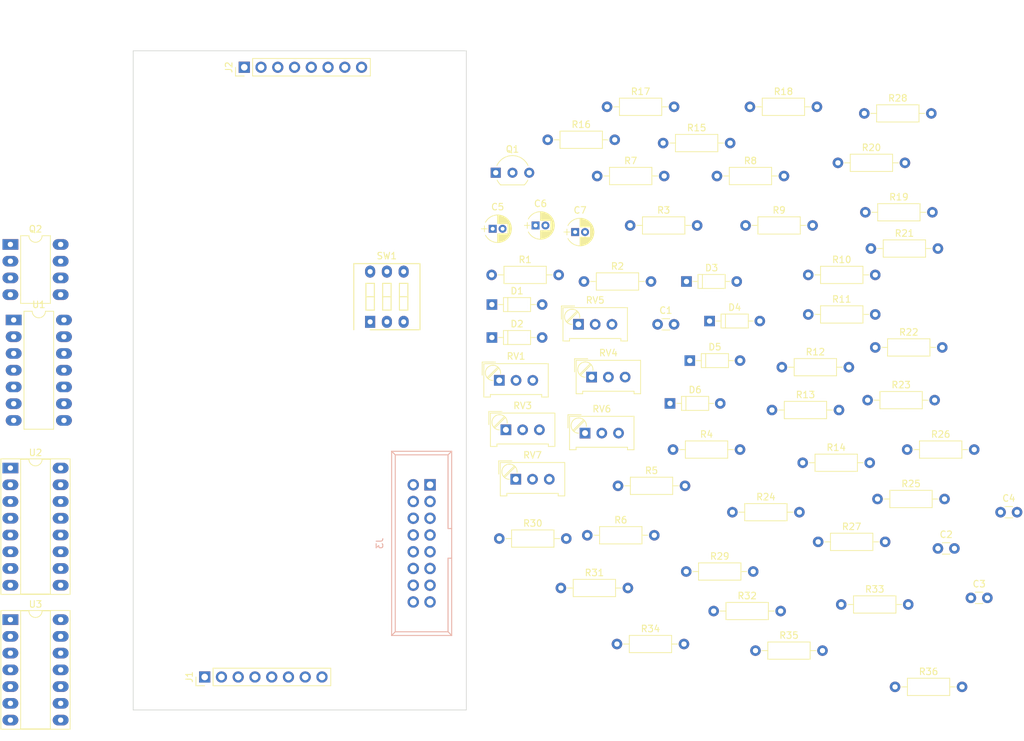
<source format=kicad_pcb>
(kicad_pcb (version 4) (host pcbnew 4.0.7)

  (general
    (links 139)
    (no_connects 95)
    (area 0 0 0 0)
    (thickness 1.6)
    (drawings 5)
    (tracks 0)
    (zones 0)
    (modules 64)
    (nets 59)
  )

  (page A4)
  (layers
    (0 F.Cu signal)
    (31 B.Cu signal)
    (32 B.Adhes user)
    (33 F.Adhes user)
    (34 B.Paste user)
    (35 F.Paste user)
    (36 B.SilkS user)
    (37 F.SilkS user)
    (38 B.Mask user)
    (39 F.Mask user)
    (40 Dwgs.User user)
    (41 Cmts.User user)
    (42 Eco1.User user)
    (43 Eco2.User user)
    (44 Edge.Cuts user)
    (45 Margin user)
    (46 B.CrtYd user)
    (47 F.CrtYd user)
    (48 B.Fab user)
    (49 F.Fab user)
  )

  (setup
    (last_trace_width 0.25)
    (trace_clearance 0.2)
    (zone_clearance 0.508)
    (zone_45_only no)
    (trace_min 0.2)
    (segment_width 0.2)
    (edge_width 0.1)
    (via_size 0.6)
    (via_drill 0.4)
    (via_min_size 0.4)
    (via_min_drill 0.3)
    (uvia_size 0.3)
    (uvia_drill 0.1)
    (uvias_allowed no)
    (uvia_min_size 0.2)
    (uvia_min_drill 0.1)
    (pcb_text_width 0.3)
    (pcb_text_size 1.5 1.5)
    (mod_edge_width 0.15)
    (mod_text_size 1 1)
    (mod_text_width 0.15)
    (pad_size 1.5 1.5)
    (pad_drill 0.6)
    (pad_to_mask_clearance 0)
    (aux_axis_origin 0 0)
    (visible_elements FFFFFF7F)
    (pcbplotparams
      (layerselection 0x00030_80000001)
      (usegerberextensions false)
      (excludeedgelayer true)
      (linewidth 0.100000)
      (plotframeref false)
      (viasonmask false)
      (mode 1)
      (useauxorigin false)
      (hpglpennumber 1)
      (hpglpenspeed 20)
      (hpglpendiameter 15)
      (hpglpenoverlay 2)
      (psnegative false)
      (psa4output false)
      (plotreference true)
      (plotvalue true)
      (plotinvisibletext false)
      (padsonsilk false)
      (subtractmaskfromsilk false)
      (outputformat 1)
      (mirror false)
      (drillshape 1)
      (scaleselection 1)
      (outputdirectory ""))
  )

  (net 0 "")
  (net 1 "Net-(C1-Pad1)")
  (net 2 LinCV)
  (net 3 "Net-(C2-Pad1)")
  (net 4 Sync)
  (net 5 "Net-(C3-Pad1)")
  (net 6 "Net-(C3-Pad2)")
  (net 7 "Net-(C4-Pad1)")
  (net 8 "Net-(C4-Pad2)")
  (net 9 "Net-(C5-Pad1)")
  (net 10 Earth)
  (net 11 +12V)
  (net 12 "Net-(C7-Pad1)")
  (net 13 "Net-(D1-Pad1)")
  (net 14 "Net-(D2-Pad1)")
  (net 15 "Net-(D2-Pad2)")
  (net 16 "Net-(D3-Pad1)")
  (net 17 "Net-(D4-Pad1)")
  (net 18 "Net-(D4-Pad2)")
  (net 19 "Net-(D5-Pad1)")
  (net 20 SkewCV)
  (net 21 CoarsePot)
  (net 22 FinePot)
  (net 23 VoctCV)
  (net 24 SkewPot)
  (net 25 SinTriOut)
  (net 26 -12VA)
  (net 27 SquareOut)
  (net 28 "Net-(J3-Pad1)")
  (net 29 "Net-(J3-Pad3)")
  (net 30 "Net-(J3-Pad5)")
  (net 31 "Net-(J3-Pad7)")
  (net 32 "Net-(J3-Pad15)")
  (net 33 "Net-(Q1-Pad1)")
  (net 34 "Net-(Q2-Pad1)")
  (net 35 "Net-(Q2-Pad3)")
  (net 36 "Net-(R1-Pad1)")
  (net 37 "Net-(R8-Pad1)")
  (net 38 "Net-(R10-Pad2)")
  (net 39 "Net-(R11-Pad2)")
  (net 40 "Net-(R15-Pad1)")
  (net 41 "Net-(R16-Pad1)")
  (net 42 "Net-(R18-Pad2)")
  (net 43 "Net-(R21-Pad1)")
  (net 44 "Net-(R23-Pad1)")
  (net 45 "Net-(R24-Pad1)")
  (net 46 "Net-(R26-Pad2)")
  (net 47 "Net-(R27-Pad1)")
  (net 48 "Net-(R27-Pad2)")
  (net 49 "Net-(R29-Pad2)")
  (net 50 "Net-(R31-Pad1)")
  (net 51 "Net-(R32-Pad1)")
  (net 52 "Net-(R33-Pad2)")
  (net 53 "Net-(RV5-Pad1)")
  (net 54 "Net-(RV5-Pad2)")
  (net 55 "Net-(RV6-Pad1)")
  (net 56 "Net-(RV6-Pad3)")
  (net 57 "Net-(SW1-Pad5)")
  (net 58 "Net-(SW1-Pad3)")

  (net_class Default "This is the default net class."
    (clearance 0.2)
    (trace_width 0.25)
    (via_dia 0.6)
    (via_drill 0.4)
    (uvia_dia 0.3)
    (uvia_drill 0.1)
    (add_net +12V)
    (add_net -12VA)
    (add_net CoarsePot)
    (add_net Earth)
    (add_net FinePot)
    (add_net LinCV)
    (add_net "Net-(C1-Pad1)")
    (add_net "Net-(C2-Pad1)")
    (add_net "Net-(C3-Pad1)")
    (add_net "Net-(C3-Pad2)")
    (add_net "Net-(C4-Pad1)")
    (add_net "Net-(C4-Pad2)")
    (add_net "Net-(C5-Pad1)")
    (add_net "Net-(C7-Pad1)")
    (add_net "Net-(D1-Pad1)")
    (add_net "Net-(D2-Pad1)")
    (add_net "Net-(D2-Pad2)")
    (add_net "Net-(D3-Pad1)")
    (add_net "Net-(D4-Pad1)")
    (add_net "Net-(D4-Pad2)")
    (add_net "Net-(D5-Pad1)")
    (add_net "Net-(J3-Pad1)")
    (add_net "Net-(J3-Pad15)")
    (add_net "Net-(J3-Pad3)")
    (add_net "Net-(J3-Pad5)")
    (add_net "Net-(J3-Pad7)")
    (add_net "Net-(Q1-Pad1)")
    (add_net "Net-(Q2-Pad1)")
    (add_net "Net-(Q2-Pad3)")
    (add_net "Net-(R1-Pad1)")
    (add_net "Net-(R10-Pad2)")
    (add_net "Net-(R11-Pad2)")
    (add_net "Net-(R15-Pad1)")
    (add_net "Net-(R16-Pad1)")
    (add_net "Net-(R18-Pad2)")
    (add_net "Net-(R21-Pad1)")
    (add_net "Net-(R23-Pad1)")
    (add_net "Net-(R24-Pad1)")
    (add_net "Net-(R26-Pad2)")
    (add_net "Net-(R27-Pad1)")
    (add_net "Net-(R27-Pad2)")
    (add_net "Net-(R29-Pad2)")
    (add_net "Net-(R31-Pad1)")
    (add_net "Net-(R32-Pad1)")
    (add_net "Net-(R33-Pad2)")
    (add_net "Net-(R8-Pad1)")
    (add_net "Net-(RV5-Pad1)")
    (add_net "Net-(RV5-Pad2)")
    (add_net "Net-(RV6-Pad1)")
    (add_net "Net-(RV6-Pad3)")
    (add_net "Net-(SW1-Pad3)")
    (add_net "Net-(SW1-Pad5)")
    (add_net SinTriOut)
    (add_net SkewCV)
    (add_net SkewPot)
    (add_net SquareOut)
    (add_net Sync)
    (add_net VoctCV)
  )

  (module Capacitors_THT:C_Disc_D3.0mm_W1.6mm_P2.50mm (layer F.Cu) (tedit 597BC7C2) (tstamp 5A3D6FBB)
    (at 209.5 101.5)
    (descr "C, Disc series, Radial, pin pitch=2.50mm, , diameter*width=3.0*1.6mm^2, Capacitor, http://www.vishay.com/docs/45233/krseries.pdf")
    (tags "C Disc series Radial pin pitch 2.50mm  diameter 3.0mm width 1.6mm Capacitor")
    (path /5A2DA833)
    (fp_text reference C1 (at 1.25 -2.11) (layer F.SilkS)
      (effects (font (size 1 1) (thickness 0.15)))
    )
    (fp_text value 220n (at 1.25 2.11) (layer F.Fab)
      (effects (font (size 1 1) (thickness 0.15)))
    )
    (fp_line (start -0.25 -0.8) (end -0.25 0.8) (layer F.Fab) (width 0.1))
    (fp_line (start -0.25 0.8) (end 2.75 0.8) (layer F.Fab) (width 0.1))
    (fp_line (start 2.75 0.8) (end 2.75 -0.8) (layer F.Fab) (width 0.1))
    (fp_line (start 2.75 -0.8) (end -0.25 -0.8) (layer F.Fab) (width 0.1))
    (fp_line (start 0.663 -0.861) (end 1.837 -0.861) (layer F.SilkS) (width 0.12))
    (fp_line (start 0.663 0.861) (end 1.837 0.861) (layer F.SilkS) (width 0.12))
    (fp_line (start -1.05 -1.15) (end -1.05 1.15) (layer F.CrtYd) (width 0.05))
    (fp_line (start -1.05 1.15) (end 3.55 1.15) (layer F.CrtYd) (width 0.05))
    (fp_line (start 3.55 1.15) (end 3.55 -1.15) (layer F.CrtYd) (width 0.05))
    (fp_line (start 3.55 -1.15) (end -1.05 -1.15) (layer F.CrtYd) (width 0.05))
    (fp_text user %R (at 1.25 0) (layer F.Fab)
      (effects (font (size 1 1) (thickness 0.15)))
    )
    (pad 1 thru_hole circle (at 0 0) (size 1.6 1.6) (drill 0.8) (layers *.Cu *.Mask)
      (net 1 "Net-(C1-Pad1)"))
    (pad 2 thru_hole circle (at 2.5 0) (size 1.6 1.6) (drill 0.8) (layers *.Cu *.Mask)
      (net 2 LinCV))
    (model ${KISYS3DMOD}/Capacitors_THT.3dshapes/C_Disc_D3.0mm_W1.6mm_P2.50mm.wrl
      (at (xyz 0 0 0))
      (scale (xyz 1 1 1))
      (rotate (xyz 0 0 0))
    )
  )

  (module Capacitors_THT:C_Disc_D3.0mm_W1.6mm_P2.50mm (layer F.Cu) (tedit 597BC7C2) (tstamp 5A3D6FCC)
    (at 252 135.5)
    (descr "C, Disc series, Radial, pin pitch=2.50mm, , diameter*width=3.0*1.6mm^2, Capacitor, http://www.vishay.com/docs/45233/krseries.pdf")
    (tags "C Disc series Radial pin pitch 2.50mm  diameter 3.0mm width 1.6mm Capacitor")
    (path /5A2C9F1E)
    (fp_text reference C2 (at 1.25 -2.11) (layer F.SilkS)
      (effects (font (size 1 1) (thickness 0.15)))
    )
    (fp_text value 470p (at 1.25 2.11) (layer F.Fab)
      (effects (font (size 1 1) (thickness 0.15)))
    )
    (fp_line (start -0.25 -0.8) (end -0.25 0.8) (layer F.Fab) (width 0.1))
    (fp_line (start -0.25 0.8) (end 2.75 0.8) (layer F.Fab) (width 0.1))
    (fp_line (start 2.75 0.8) (end 2.75 -0.8) (layer F.Fab) (width 0.1))
    (fp_line (start 2.75 -0.8) (end -0.25 -0.8) (layer F.Fab) (width 0.1))
    (fp_line (start 0.663 -0.861) (end 1.837 -0.861) (layer F.SilkS) (width 0.12))
    (fp_line (start 0.663 0.861) (end 1.837 0.861) (layer F.SilkS) (width 0.12))
    (fp_line (start -1.05 -1.15) (end -1.05 1.15) (layer F.CrtYd) (width 0.05))
    (fp_line (start -1.05 1.15) (end 3.55 1.15) (layer F.CrtYd) (width 0.05))
    (fp_line (start 3.55 1.15) (end 3.55 -1.15) (layer F.CrtYd) (width 0.05))
    (fp_line (start 3.55 -1.15) (end -1.05 -1.15) (layer F.CrtYd) (width 0.05))
    (fp_text user %R (at 1.25 0) (layer F.Fab)
      (effects (font (size 1 1) (thickness 0.15)))
    )
    (pad 1 thru_hole circle (at 0 0) (size 1.6 1.6) (drill 0.8) (layers *.Cu *.Mask)
      (net 3 "Net-(C2-Pad1)"))
    (pad 2 thru_hole circle (at 2.5 0) (size 1.6 1.6) (drill 0.8) (layers *.Cu *.Mask)
      (net 4 Sync))
    (model ${KISYS3DMOD}/Capacitors_THT.3dshapes/C_Disc_D3.0mm_W1.6mm_P2.50mm.wrl
      (at (xyz 0 0 0))
      (scale (xyz 1 1 1))
      (rotate (xyz 0 0 0))
    )
  )

  (module Capacitors_THT:C_Disc_D3.0mm_W1.6mm_P2.50mm (layer F.Cu) (tedit 597BC7C2) (tstamp 5A3D6FDD)
    (at 257 143)
    (descr "C, Disc series, Radial, pin pitch=2.50mm, , diameter*width=3.0*1.6mm^2, Capacitor, http://www.vishay.com/docs/45233/krseries.pdf")
    (tags "C Disc series Radial pin pitch 2.50mm  diameter 3.0mm width 1.6mm Capacitor")
    (path /5A2B05DB)
    (fp_text reference C3 (at 1.25 -2.11) (layer F.SilkS)
      (effects (font (size 1 1) (thickness 0.15)))
    )
    (fp_text value 100p (at 1.25 2.11) (layer F.Fab)
      (effects (font (size 1 1) (thickness 0.15)))
    )
    (fp_line (start -0.25 -0.8) (end -0.25 0.8) (layer F.Fab) (width 0.1))
    (fp_line (start -0.25 0.8) (end 2.75 0.8) (layer F.Fab) (width 0.1))
    (fp_line (start 2.75 0.8) (end 2.75 -0.8) (layer F.Fab) (width 0.1))
    (fp_line (start 2.75 -0.8) (end -0.25 -0.8) (layer F.Fab) (width 0.1))
    (fp_line (start 0.663 -0.861) (end 1.837 -0.861) (layer F.SilkS) (width 0.12))
    (fp_line (start 0.663 0.861) (end 1.837 0.861) (layer F.SilkS) (width 0.12))
    (fp_line (start -1.05 -1.15) (end -1.05 1.15) (layer F.CrtYd) (width 0.05))
    (fp_line (start -1.05 1.15) (end 3.55 1.15) (layer F.CrtYd) (width 0.05))
    (fp_line (start 3.55 1.15) (end 3.55 -1.15) (layer F.CrtYd) (width 0.05))
    (fp_line (start 3.55 -1.15) (end -1.05 -1.15) (layer F.CrtYd) (width 0.05))
    (fp_text user %R (at 1.25 0) (layer F.Fab)
      (effects (font (size 1 1) (thickness 0.15)))
    )
    (pad 1 thru_hole circle (at 0 0) (size 1.6 1.6) (drill 0.8) (layers *.Cu *.Mask)
      (net 5 "Net-(C3-Pad1)"))
    (pad 2 thru_hole circle (at 2.5 0) (size 1.6 1.6) (drill 0.8) (layers *.Cu *.Mask)
      (net 6 "Net-(C3-Pad2)"))
    (model ${KISYS3DMOD}/Capacitors_THT.3dshapes/C_Disc_D3.0mm_W1.6mm_P2.50mm.wrl
      (at (xyz 0 0 0))
      (scale (xyz 1 1 1))
      (rotate (xyz 0 0 0))
    )
  )

  (module Capacitors_THT:C_Disc_D3.0mm_W1.6mm_P2.50mm (layer F.Cu) (tedit 597BC7C2) (tstamp 5A3D6FEE)
    (at 261.5 130)
    (descr "C, Disc series, Radial, pin pitch=2.50mm, , diameter*width=3.0*1.6mm^2, Capacitor, http://www.vishay.com/docs/45233/krseries.pdf")
    (tags "C Disc series Radial pin pitch 2.50mm  diameter 3.0mm width 1.6mm Capacitor")
    (path /5A2B255A)
    (fp_text reference C4 (at 1.25 -2.11) (layer F.SilkS)
      (effects (font (size 1 1) (thickness 0.15)))
    )
    (fp_text value 47N (at 1.25 2.11) (layer F.Fab)
      (effects (font (size 1 1) (thickness 0.15)))
    )
    (fp_line (start -0.25 -0.8) (end -0.25 0.8) (layer F.Fab) (width 0.1))
    (fp_line (start -0.25 0.8) (end 2.75 0.8) (layer F.Fab) (width 0.1))
    (fp_line (start 2.75 0.8) (end 2.75 -0.8) (layer F.Fab) (width 0.1))
    (fp_line (start 2.75 -0.8) (end -0.25 -0.8) (layer F.Fab) (width 0.1))
    (fp_line (start 0.663 -0.861) (end 1.837 -0.861) (layer F.SilkS) (width 0.12))
    (fp_line (start 0.663 0.861) (end 1.837 0.861) (layer F.SilkS) (width 0.12))
    (fp_line (start -1.05 -1.15) (end -1.05 1.15) (layer F.CrtYd) (width 0.05))
    (fp_line (start -1.05 1.15) (end 3.55 1.15) (layer F.CrtYd) (width 0.05))
    (fp_line (start 3.55 1.15) (end 3.55 -1.15) (layer F.CrtYd) (width 0.05))
    (fp_line (start 3.55 -1.15) (end -1.05 -1.15) (layer F.CrtYd) (width 0.05))
    (fp_text user %R (at 1.25 0) (layer F.Fab)
      (effects (font (size 1 1) (thickness 0.15)))
    )
    (pad 1 thru_hole circle (at 0 0) (size 1.6 1.6) (drill 0.8) (layers *.Cu *.Mask)
      (net 7 "Net-(C4-Pad1)"))
    (pad 2 thru_hole circle (at 2.5 0) (size 1.6 1.6) (drill 0.8) (layers *.Cu *.Mask)
      (net 8 "Net-(C4-Pad2)"))
    (model ${KISYS3DMOD}/Capacitors_THT.3dshapes/C_Disc_D3.0mm_W1.6mm_P2.50mm.wrl
      (at (xyz 0 0 0))
      (scale (xyz 1 1 1))
      (rotate (xyz 0 0 0))
    )
  )

  (module Capacitors_THT:CP_Radial_D4.0mm_P1.50mm (layer F.Cu) (tedit 597BC7C2) (tstamp 5A3D705D)
    (at 184.5 87)
    (descr "CP, Radial series, Radial, pin pitch=1.50mm, , diameter=4mm, Electrolytic Capacitor")
    (tags "CP Radial series Radial pin pitch 1.50mm  diameter 4mm Electrolytic Capacitor")
    (path /5A2C7ED1)
    (fp_text reference C5 (at 0.75 -3.31) (layer F.SilkS)
      (effects (font (size 1 1) (thickness 0.15)))
    )
    (fp_text value 4μ7 (at 0.75 3.31) (layer F.Fab)
      (effects (font (size 1 1) (thickness 0.15)))
    )
    (fp_arc (start 0.75 0) (end -1.095996 -0.98) (angle 124.1) (layer F.SilkS) (width 0.12))
    (fp_arc (start 0.75 0) (end -1.095996 0.98) (angle -124.1) (layer F.SilkS) (width 0.12))
    (fp_arc (start 0.75 0) (end 2.595996 -0.98) (angle 55.9) (layer F.SilkS) (width 0.12))
    (fp_circle (center 0.75 0) (end 2.75 0) (layer F.Fab) (width 0.1))
    (fp_line (start -1.7 0) (end -0.8 0) (layer F.Fab) (width 0.1))
    (fp_line (start -1.25 -0.45) (end -1.25 0.45) (layer F.Fab) (width 0.1))
    (fp_line (start 0.75 0.78) (end 0.75 2.05) (layer F.SilkS) (width 0.12))
    (fp_line (start 0.75 -2.05) (end 0.75 -0.78) (layer F.SilkS) (width 0.12))
    (fp_line (start 0.79 -2.05) (end 0.79 -0.78) (layer F.SilkS) (width 0.12))
    (fp_line (start 0.79 0.78) (end 0.79 2.05) (layer F.SilkS) (width 0.12))
    (fp_line (start 0.83 -2.049) (end 0.83 -0.78) (layer F.SilkS) (width 0.12))
    (fp_line (start 0.83 0.78) (end 0.83 2.049) (layer F.SilkS) (width 0.12))
    (fp_line (start 0.87 -2.047) (end 0.87 -0.78) (layer F.SilkS) (width 0.12))
    (fp_line (start 0.87 0.78) (end 0.87 2.047) (layer F.SilkS) (width 0.12))
    (fp_line (start 0.91 -2.044) (end 0.91 -0.78) (layer F.SilkS) (width 0.12))
    (fp_line (start 0.91 0.78) (end 0.91 2.044) (layer F.SilkS) (width 0.12))
    (fp_line (start 0.95 -2.041) (end 0.95 -0.78) (layer F.SilkS) (width 0.12))
    (fp_line (start 0.95 0.78) (end 0.95 2.041) (layer F.SilkS) (width 0.12))
    (fp_line (start 0.99 -2.037) (end 0.99 -0.78) (layer F.SilkS) (width 0.12))
    (fp_line (start 0.99 0.78) (end 0.99 2.037) (layer F.SilkS) (width 0.12))
    (fp_line (start 1.03 -2.032) (end 1.03 -0.78) (layer F.SilkS) (width 0.12))
    (fp_line (start 1.03 0.78) (end 1.03 2.032) (layer F.SilkS) (width 0.12))
    (fp_line (start 1.07 -2.026) (end 1.07 -0.78) (layer F.SilkS) (width 0.12))
    (fp_line (start 1.07 0.78) (end 1.07 2.026) (layer F.SilkS) (width 0.12))
    (fp_line (start 1.11 -2.019) (end 1.11 -0.78) (layer F.SilkS) (width 0.12))
    (fp_line (start 1.11 0.78) (end 1.11 2.019) (layer F.SilkS) (width 0.12))
    (fp_line (start 1.15 -2.012) (end 1.15 -0.78) (layer F.SilkS) (width 0.12))
    (fp_line (start 1.15 0.78) (end 1.15 2.012) (layer F.SilkS) (width 0.12))
    (fp_line (start 1.19 -2.004) (end 1.19 -0.78) (layer F.SilkS) (width 0.12))
    (fp_line (start 1.19 0.78) (end 1.19 2.004) (layer F.SilkS) (width 0.12))
    (fp_line (start 1.23 -1.995) (end 1.23 -0.78) (layer F.SilkS) (width 0.12))
    (fp_line (start 1.23 0.78) (end 1.23 1.995) (layer F.SilkS) (width 0.12))
    (fp_line (start 1.27 -1.985) (end 1.27 -0.78) (layer F.SilkS) (width 0.12))
    (fp_line (start 1.27 0.78) (end 1.27 1.985) (layer F.SilkS) (width 0.12))
    (fp_line (start 1.31 -1.974) (end 1.31 -0.78) (layer F.SilkS) (width 0.12))
    (fp_line (start 1.31 0.78) (end 1.31 1.974) (layer F.SilkS) (width 0.12))
    (fp_line (start 1.35 -1.963) (end 1.35 -0.78) (layer F.SilkS) (width 0.12))
    (fp_line (start 1.35 0.78) (end 1.35 1.963) (layer F.SilkS) (width 0.12))
    (fp_line (start 1.39 -1.95) (end 1.39 -0.78) (layer F.SilkS) (width 0.12))
    (fp_line (start 1.39 0.78) (end 1.39 1.95) (layer F.SilkS) (width 0.12))
    (fp_line (start 1.43 -1.937) (end 1.43 -0.78) (layer F.SilkS) (width 0.12))
    (fp_line (start 1.43 0.78) (end 1.43 1.937) (layer F.SilkS) (width 0.12))
    (fp_line (start 1.471 -1.923) (end 1.471 -0.78) (layer F.SilkS) (width 0.12))
    (fp_line (start 1.471 0.78) (end 1.471 1.923) (layer F.SilkS) (width 0.12))
    (fp_line (start 1.511 -1.907) (end 1.511 -0.78) (layer F.SilkS) (width 0.12))
    (fp_line (start 1.511 0.78) (end 1.511 1.907) (layer F.SilkS) (width 0.12))
    (fp_line (start 1.551 -1.891) (end 1.551 -0.78) (layer F.SilkS) (width 0.12))
    (fp_line (start 1.551 0.78) (end 1.551 1.891) (layer F.SilkS) (width 0.12))
    (fp_line (start 1.591 -1.874) (end 1.591 -0.78) (layer F.SilkS) (width 0.12))
    (fp_line (start 1.591 0.78) (end 1.591 1.874) (layer F.SilkS) (width 0.12))
    (fp_line (start 1.631 -1.856) (end 1.631 -0.78) (layer F.SilkS) (width 0.12))
    (fp_line (start 1.631 0.78) (end 1.631 1.856) (layer F.SilkS) (width 0.12))
    (fp_line (start 1.671 -1.837) (end 1.671 -0.78) (layer F.SilkS) (width 0.12))
    (fp_line (start 1.671 0.78) (end 1.671 1.837) (layer F.SilkS) (width 0.12))
    (fp_line (start 1.711 -1.817) (end 1.711 -0.78) (layer F.SilkS) (width 0.12))
    (fp_line (start 1.711 0.78) (end 1.711 1.817) (layer F.SilkS) (width 0.12))
    (fp_line (start 1.751 -1.796) (end 1.751 -0.78) (layer F.SilkS) (width 0.12))
    (fp_line (start 1.751 0.78) (end 1.751 1.796) (layer F.SilkS) (width 0.12))
    (fp_line (start 1.791 -1.773) (end 1.791 -0.78) (layer F.SilkS) (width 0.12))
    (fp_line (start 1.791 0.78) (end 1.791 1.773) (layer F.SilkS) (width 0.12))
    (fp_line (start 1.831 -1.75) (end 1.831 -0.78) (layer F.SilkS) (width 0.12))
    (fp_line (start 1.831 0.78) (end 1.831 1.75) (layer F.SilkS) (width 0.12))
    (fp_line (start 1.871 -1.725) (end 1.871 -0.78) (layer F.SilkS) (width 0.12))
    (fp_line (start 1.871 0.78) (end 1.871 1.725) (layer F.SilkS) (width 0.12))
    (fp_line (start 1.911 -1.699) (end 1.911 -0.78) (layer F.SilkS) (width 0.12))
    (fp_line (start 1.911 0.78) (end 1.911 1.699) (layer F.SilkS) (width 0.12))
    (fp_line (start 1.951 -1.672) (end 1.951 -0.78) (layer F.SilkS) (width 0.12))
    (fp_line (start 1.951 0.78) (end 1.951 1.672) (layer F.SilkS) (width 0.12))
    (fp_line (start 1.991 -1.643) (end 1.991 -0.78) (layer F.SilkS) (width 0.12))
    (fp_line (start 1.991 0.78) (end 1.991 1.643) (layer F.SilkS) (width 0.12))
    (fp_line (start 2.031 -1.613) (end 2.031 -0.78) (layer F.SilkS) (width 0.12))
    (fp_line (start 2.031 0.78) (end 2.031 1.613) (layer F.SilkS) (width 0.12))
    (fp_line (start 2.071 -1.581) (end 2.071 -0.78) (layer F.SilkS) (width 0.12))
    (fp_line (start 2.071 0.78) (end 2.071 1.581) (layer F.SilkS) (width 0.12))
    (fp_line (start 2.111 -1.547) (end 2.111 -0.78) (layer F.SilkS) (width 0.12))
    (fp_line (start 2.111 0.78) (end 2.111 1.547) (layer F.SilkS) (width 0.12))
    (fp_line (start 2.151 -1.512) (end 2.151 -0.78) (layer F.SilkS) (width 0.12))
    (fp_line (start 2.151 0.78) (end 2.151 1.512) (layer F.SilkS) (width 0.12))
    (fp_line (start 2.191 -1.475) (end 2.191 -0.78) (layer F.SilkS) (width 0.12))
    (fp_line (start 2.191 0.78) (end 2.191 1.475) (layer F.SilkS) (width 0.12))
    (fp_line (start 2.231 -1.436) (end 2.231 -0.78) (layer F.SilkS) (width 0.12))
    (fp_line (start 2.231 0.78) (end 2.231 1.436) (layer F.SilkS) (width 0.12))
    (fp_line (start 2.271 -1.395) (end 2.271 -0.78) (layer F.SilkS) (width 0.12))
    (fp_line (start 2.271 0.78) (end 2.271 1.395) (layer F.SilkS) (width 0.12))
    (fp_line (start 2.311 -1.351) (end 2.311 1.351) (layer F.SilkS) (width 0.12))
    (fp_line (start 2.351 -1.305) (end 2.351 1.305) (layer F.SilkS) (width 0.12))
    (fp_line (start 2.391 -1.256) (end 2.391 1.256) (layer F.SilkS) (width 0.12))
    (fp_line (start 2.431 -1.204) (end 2.431 1.204) (layer F.SilkS) (width 0.12))
    (fp_line (start 2.471 -1.148) (end 2.471 1.148) (layer F.SilkS) (width 0.12))
    (fp_line (start 2.511 -1.088) (end 2.511 1.088) (layer F.SilkS) (width 0.12))
    (fp_line (start 2.551 -1.023) (end 2.551 1.023) (layer F.SilkS) (width 0.12))
    (fp_line (start 2.591 -0.952) (end 2.591 0.952) (layer F.SilkS) (width 0.12))
    (fp_line (start 2.631 -0.874) (end 2.631 0.874) (layer F.SilkS) (width 0.12))
    (fp_line (start 2.671 -0.786) (end 2.671 0.786) (layer F.SilkS) (width 0.12))
    (fp_line (start 2.711 -0.686) (end 2.711 0.686) (layer F.SilkS) (width 0.12))
    (fp_line (start 2.751 -0.567) (end 2.751 0.567) (layer F.SilkS) (width 0.12))
    (fp_line (start 2.791 -0.415) (end 2.791 0.415) (layer F.SilkS) (width 0.12))
    (fp_line (start 2.831 -0.165) (end 2.831 0.165) (layer F.SilkS) (width 0.12))
    (fp_line (start -1.7 0) (end -0.8 0) (layer F.SilkS) (width 0.12))
    (fp_line (start -1.25 -0.45) (end -1.25 0.45) (layer F.SilkS) (width 0.12))
    (fp_line (start -1.6 -2.35) (end -1.6 2.35) (layer F.CrtYd) (width 0.05))
    (fp_line (start -1.6 2.35) (end 3.1 2.35) (layer F.CrtYd) (width 0.05))
    (fp_line (start 3.1 2.35) (end 3.1 -2.35) (layer F.CrtYd) (width 0.05))
    (fp_line (start 3.1 -2.35) (end -1.6 -2.35) (layer F.CrtYd) (width 0.05))
    (fp_text user %R (at 0.75 0) (layer F.Fab)
      (effects (font (size 1 1) (thickness 0.15)))
    )
    (pad 1 thru_hole rect (at 0 0) (size 1.2 1.2) (drill 0.6) (layers *.Cu *.Mask)
      (net 9 "Net-(C5-Pad1)"))
    (pad 2 thru_hole circle (at 1.5 0) (size 1.2 1.2) (drill 0.6) (layers *.Cu *.Mask)
      (net 10 Earth))
    (model ${KISYS3DMOD}/Capacitors_THT.3dshapes/CP_Radial_D4.0mm_P1.50mm.wrl
      (at (xyz 0 0 0))
      (scale (xyz 1 1 1))
      (rotate (xyz 0 0 0))
    )
  )

  (module Capacitors_THT:CP_Radial_D4.0mm_P1.50mm (layer F.Cu) (tedit 597BC7C2) (tstamp 5A3D70CC)
    (at 191 86.5)
    (descr "CP, Radial series, Radial, pin pitch=1.50mm, , diameter=4mm, Electrolytic Capacitor")
    (tags "CP Radial series Radial pin pitch 1.50mm  diameter 4mm Electrolytic Capacitor")
    (path /5A2CA862)
    (fp_text reference C6 (at 0.75 -3.31) (layer F.SilkS)
      (effects (font (size 1 1) (thickness 0.15)))
    )
    (fp_text value 4μ7 (at 0.75 3.31) (layer F.Fab)
      (effects (font (size 1 1) (thickness 0.15)))
    )
    (fp_arc (start 0.75 0) (end -1.095996 -0.98) (angle 124.1) (layer F.SilkS) (width 0.12))
    (fp_arc (start 0.75 0) (end -1.095996 0.98) (angle -124.1) (layer F.SilkS) (width 0.12))
    (fp_arc (start 0.75 0) (end 2.595996 -0.98) (angle 55.9) (layer F.SilkS) (width 0.12))
    (fp_circle (center 0.75 0) (end 2.75 0) (layer F.Fab) (width 0.1))
    (fp_line (start -1.7 0) (end -0.8 0) (layer F.Fab) (width 0.1))
    (fp_line (start -1.25 -0.45) (end -1.25 0.45) (layer F.Fab) (width 0.1))
    (fp_line (start 0.75 0.78) (end 0.75 2.05) (layer F.SilkS) (width 0.12))
    (fp_line (start 0.75 -2.05) (end 0.75 -0.78) (layer F.SilkS) (width 0.12))
    (fp_line (start 0.79 -2.05) (end 0.79 -0.78) (layer F.SilkS) (width 0.12))
    (fp_line (start 0.79 0.78) (end 0.79 2.05) (layer F.SilkS) (width 0.12))
    (fp_line (start 0.83 -2.049) (end 0.83 -0.78) (layer F.SilkS) (width 0.12))
    (fp_line (start 0.83 0.78) (end 0.83 2.049) (layer F.SilkS) (width 0.12))
    (fp_line (start 0.87 -2.047) (end 0.87 -0.78) (layer F.SilkS) (width 0.12))
    (fp_line (start 0.87 0.78) (end 0.87 2.047) (layer F.SilkS) (width 0.12))
    (fp_line (start 0.91 -2.044) (end 0.91 -0.78) (layer F.SilkS) (width 0.12))
    (fp_line (start 0.91 0.78) (end 0.91 2.044) (layer F.SilkS) (width 0.12))
    (fp_line (start 0.95 -2.041) (end 0.95 -0.78) (layer F.SilkS) (width 0.12))
    (fp_line (start 0.95 0.78) (end 0.95 2.041) (layer F.SilkS) (width 0.12))
    (fp_line (start 0.99 -2.037) (end 0.99 -0.78) (layer F.SilkS) (width 0.12))
    (fp_line (start 0.99 0.78) (end 0.99 2.037) (layer F.SilkS) (width 0.12))
    (fp_line (start 1.03 -2.032) (end 1.03 -0.78) (layer F.SilkS) (width 0.12))
    (fp_line (start 1.03 0.78) (end 1.03 2.032) (layer F.SilkS) (width 0.12))
    (fp_line (start 1.07 -2.026) (end 1.07 -0.78) (layer F.SilkS) (width 0.12))
    (fp_line (start 1.07 0.78) (end 1.07 2.026) (layer F.SilkS) (width 0.12))
    (fp_line (start 1.11 -2.019) (end 1.11 -0.78) (layer F.SilkS) (width 0.12))
    (fp_line (start 1.11 0.78) (end 1.11 2.019) (layer F.SilkS) (width 0.12))
    (fp_line (start 1.15 -2.012) (end 1.15 -0.78) (layer F.SilkS) (width 0.12))
    (fp_line (start 1.15 0.78) (end 1.15 2.012) (layer F.SilkS) (width 0.12))
    (fp_line (start 1.19 -2.004) (end 1.19 -0.78) (layer F.SilkS) (width 0.12))
    (fp_line (start 1.19 0.78) (end 1.19 2.004) (layer F.SilkS) (width 0.12))
    (fp_line (start 1.23 -1.995) (end 1.23 -0.78) (layer F.SilkS) (width 0.12))
    (fp_line (start 1.23 0.78) (end 1.23 1.995) (layer F.SilkS) (width 0.12))
    (fp_line (start 1.27 -1.985) (end 1.27 -0.78) (layer F.SilkS) (width 0.12))
    (fp_line (start 1.27 0.78) (end 1.27 1.985) (layer F.SilkS) (width 0.12))
    (fp_line (start 1.31 -1.974) (end 1.31 -0.78) (layer F.SilkS) (width 0.12))
    (fp_line (start 1.31 0.78) (end 1.31 1.974) (layer F.SilkS) (width 0.12))
    (fp_line (start 1.35 -1.963) (end 1.35 -0.78) (layer F.SilkS) (width 0.12))
    (fp_line (start 1.35 0.78) (end 1.35 1.963) (layer F.SilkS) (width 0.12))
    (fp_line (start 1.39 -1.95) (end 1.39 -0.78) (layer F.SilkS) (width 0.12))
    (fp_line (start 1.39 0.78) (end 1.39 1.95) (layer F.SilkS) (width 0.12))
    (fp_line (start 1.43 -1.937) (end 1.43 -0.78) (layer F.SilkS) (width 0.12))
    (fp_line (start 1.43 0.78) (end 1.43 1.937) (layer F.SilkS) (width 0.12))
    (fp_line (start 1.471 -1.923) (end 1.471 -0.78) (layer F.SilkS) (width 0.12))
    (fp_line (start 1.471 0.78) (end 1.471 1.923) (layer F.SilkS) (width 0.12))
    (fp_line (start 1.511 -1.907) (end 1.511 -0.78) (layer F.SilkS) (width 0.12))
    (fp_line (start 1.511 0.78) (end 1.511 1.907) (layer F.SilkS) (width 0.12))
    (fp_line (start 1.551 -1.891) (end 1.551 -0.78) (layer F.SilkS) (width 0.12))
    (fp_line (start 1.551 0.78) (end 1.551 1.891) (layer F.SilkS) (width 0.12))
    (fp_line (start 1.591 -1.874) (end 1.591 -0.78) (layer F.SilkS) (width 0.12))
    (fp_line (start 1.591 0.78) (end 1.591 1.874) (layer F.SilkS) (width 0.12))
    (fp_line (start 1.631 -1.856) (end 1.631 -0.78) (layer F.SilkS) (width 0.12))
    (fp_line (start 1.631 0.78) (end 1.631 1.856) (layer F.SilkS) (width 0.12))
    (fp_line (start 1.671 -1.837) (end 1.671 -0.78) (layer F.SilkS) (width 0.12))
    (fp_line (start 1.671 0.78) (end 1.671 1.837) (layer F.SilkS) (width 0.12))
    (fp_line (start 1.711 -1.817) (end 1.711 -0.78) (layer F.SilkS) (width 0.12))
    (fp_line (start 1.711 0.78) (end 1.711 1.817) (layer F.SilkS) (width 0.12))
    (fp_line (start 1.751 -1.796) (end 1.751 -0.78) (layer F.SilkS) (width 0.12))
    (fp_line (start 1.751 0.78) (end 1.751 1.796) (layer F.SilkS) (width 0.12))
    (fp_line (start 1.791 -1.773) (end 1.791 -0.78) (layer F.SilkS) (width 0.12))
    (fp_line (start 1.791 0.78) (end 1.791 1.773) (layer F.SilkS) (width 0.12))
    (fp_line (start 1.831 -1.75) (end 1.831 -0.78) (layer F.SilkS) (width 0.12))
    (fp_line (start 1.831 0.78) (end 1.831 1.75) (layer F.SilkS) (width 0.12))
    (fp_line (start 1.871 -1.725) (end 1.871 -0.78) (layer F.SilkS) (width 0.12))
    (fp_line (start 1.871 0.78) (end 1.871 1.725) (layer F.SilkS) (width 0.12))
    (fp_line (start 1.911 -1.699) (end 1.911 -0.78) (layer F.SilkS) (width 0.12))
    (fp_line (start 1.911 0.78) (end 1.911 1.699) (layer F.SilkS) (width 0.12))
    (fp_line (start 1.951 -1.672) (end 1.951 -0.78) (layer F.SilkS) (width 0.12))
    (fp_line (start 1.951 0.78) (end 1.951 1.672) (layer F.SilkS) (width 0.12))
    (fp_line (start 1.991 -1.643) (end 1.991 -0.78) (layer F.SilkS) (width 0.12))
    (fp_line (start 1.991 0.78) (end 1.991 1.643) (layer F.SilkS) (width 0.12))
    (fp_line (start 2.031 -1.613) (end 2.031 -0.78) (layer F.SilkS) (width 0.12))
    (fp_line (start 2.031 0.78) (end 2.031 1.613) (layer F.SilkS) (width 0.12))
    (fp_line (start 2.071 -1.581) (end 2.071 -0.78) (layer F.SilkS) (width 0.12))
    (fp_line (start 2.071 0.78) (end 2.071 1.581) (layer F.SilkS) (width 0.12))
    (fp_line (start 2.111 -1.547) (end 2.111 -0.78) (layer F.SilkS) (width 0.12))
    (fp_line (start 2.111 0.78) (end 2.111 1.547) (layer F.SilkS) (width 0.12))
    (fp_line (start 2.151 -1.512) (end 2.151 -0.78) (layer F.SilkS) (width 0.12))
    (fp_line (start 2.151 0.78) (end 2.151 1.512) (layer F.SilkS) (width 0.12))
    (fp_line (start 2.191 -1.475) (end 2.191 -0.78) (layer F.SilkS) (width 0.12))
    (fp_line (start 2.191 0.78) (end 2.191 1.475) (layer F.SilkS) (width 0.12))
    (fp_line (start 2.231 -1.436) (end 2.231 -0.78) (layer F.SilkS) (width 0.12))
    (fp_line (start 2.231 0.78) (end 2.231 1.436) (layer F.SilkS) (width 0.12))
    (fp_line (start 2.271 -1.395) (end 2.271 -0.78) (layer F.SilkS) (width 0.12))
    (fp_line (start 2.271 0.78) (end 2.271 1.395) (layer F.SilkS) (width 0.12))
    (fp_line (start 2.311 -1.351) (end 2.311 1.351) (layer F.SilkS) (width 0.12))
    (fp_line (start 2.351 -1.305) (end 2.351 1.305) (layer F.SilkS) (width 0.12))
    (fp_line (start 2.391 -1.256) (end 2.391 1.256) (layer F.SilkS) (width 0.12))
    (fp_line (start 2.431 -1.204) (end 2.431 1.204) (layer F.SilkS) (width 0.12))
    (fp_line (start 2.471 -1.148) (end 2.471 1.148) (layer F.SilkS) (width 0.12))
    (fp_line (start 2.511 -1.088) (end 2.511 1.088) (layer F.SilkS) (width 0.12))
    (fp_line (start 2.551 -1.023) (end 2.551 1.023) (layer F.SilkS) (width 0.12))
    (fp_line (start 2.591 -0.952) (end 2.591 0.952) (layer F.SilkS) (width 0.12))
    (fp_line (start 2.631 -0.874) (end 2.631 0.874) (layer F.SilkS) (width 0.12))
    (fp_line (start 2.671 -0.786) (end 2.671 0.786) (layer F.SilkS) (width 0.12))
    (fp_line (start 2.711 -0.686) (end 2.711 0.686) (layer F.SilkS) (width 0.12))
    (fp_line (start 2.751 -0.567) (end 2.751 0.567) (layer F.SilkS) (width 0.12))
    (fp_line (start 2.791 -0.415) (end 2.791 0.415) (layer F.SilkS) (width 0.12))
    (fp_line (start 2.831 -0.165) (end 2.831 0.165) (layer F.SilkS) (width 0.12))
    (fp_line (start -1.7 0) (end -0.8 0) (layer F.SilkS) (width 0.12))
    (fp_line (start -1.25 -0.45) (end -1.25 0.45) (layer F.SilkS) (width 0.12))
    (fp_line (start -1.6 -2.35) (end -1.6 2.35) (layer F.CrtYd) (width 0.05))
    (fp_line (start -1.6 2.35) (end 3.1 2.35) (layer F.CrtYd) (width 0.05))
    (fp_line (start 3.1 2.35) (end 3.1 -2.35) (layer F.CrtYd) (width 0.05))
    (fp_line (start 3.1 -2.35) (end -1.6 -2.35) (layer F.CrtYd) (width 0.05))
    (fp_text user %R (at 0.75 0) (layer F.Fab)
      (effects (font (size 1 1) (thickness 0.15)))
    )
    (pad 1 thru_hole rect (at 0 0) (size 1.2 1.2) (drill 0.6) (layers *.Cu *.Mask)
      (net 11 +12V))
    (pad 2 thru_hole circle (at 1.5 0) (size 1.2 1.2) (drill 0.6) (layers *.Cu *.Mask)
      (net 10 Earth))
    (model ${KISYS3DMOD}/Capacitors_THT.3dshapes/CP_Radial_D4.0mm_P1.50mm.wrl
      (at (xyz 0 0 0))
      (scale (xyz 1 1 1))
      (rotate (xyz 0 0 0))
    )
  )

  (module Capacitors_THT:CP_Radial_D4.0mm_P1.50mm (layer F.Cu) (tedit 597BC7C2) (tstamp 5A3D713B)
    (at 197 87.5)
    (descr "CP, Radial series, Radial, pin pitch=1.50mm, , diameter=4mm, Electrolytic Capacitor")
    (tags "CP Radial series Radial pin pitch 1.50mm  diameter 4mm Electrolytic Capacitor")
    (path /5A2D0901)
    (fp_text reference C7 (at 0.75 -3.31) (layer F.SilkS)
      (effects (font (size 1 1) (thickness 0.15)))
    )
    (fp_text value 10μ (at 0.75 3.31) (layer F.Fab)
      (effects (font (size 1 1) (thickness 0.15)))
    )
    (fp_arc (start 0.75 0) (end -1.095996 -0.98) (angle 124.1) (layer F.SilkS) (width 0.12))
    (fp_arc (start 0.75 0) (end -1.095996 0.98) (angle -124.1) (layer F.SilkS) (width 0.12))
    (fp_arc (start 0.75 0) (end 2.595996 -0.98) (angle 55.9) (layer F.SilkS) (width 0.12))
    (fp_circle (center 0.75 0) (end 2.75 0) (layer F.Fab) (width 0.1))
    (fp_line (start -1.7 0) (end -0.8 0) (layer F.Fab) (width 0.1))
    (fp_line (start -1.25 -0.45) (end -1.25 0.45) (layer F.Fab) (width 0.1))
    (fp_line (start 0.75 0.78) (end 0.75 2.05) (layer F.SilkS) (width 0.12))
    (fp_line (start 0.75 -2.05) (end 0.75 -0.78) (layer F.SilkS) (width 0.12))
    (fp_line (start 0.79 -2.05) (end 0.79 -0.78) (layer F.SilkS) (width 0.12))
    (fp_line (start 0.79 0.78) (end 0.79 2.05) (layer F.SilkS) (width 0.12))
    (fp_line (start 0.83 -2.049) (end 0.83 -0.78) (layer F.SilkS) (width 0.12))
    (fp_line (start 0.83 0.78) (end 0.83 2.049) (layer F.SilkS) (width 0.12))
    (fp_line (start 0.87 -2.047) (end 0.87 -0.78) (layer F.SilkS) (width 0.12))
    (fp_line (start 0.87 0.78) (end 0.87 2.047) (layer F.SilkS) (width 0.12))
    (fp_line (start 0.91 -2.044) (end 0.91 -0.78) (layer F.SilkS) (width 0.12))
    (fp_line (start 0.91 0.78) (end 0.91 2.044) (layer F.SilkS) (width 0.12))
    (fp_line (start 0.95 -2.041) (end 0.95 -0.78) (layer F.SilkS) (width 0.12))
    (fp_line (start 0.95 0.78) (end 0.95 2.041) (layer F.SilkS) (width 0.12))
    (fp_line (start 0.99 -2.037) (end 0.99 -0.78) (layer F.SilkS) (width 0.12))
    (fp_line (start 0.99 0.78) (end 0.99 2.037) (layer F.SilkS) (width 0.12))
    (fp_line (start 1.03 -2.032) (end 1.03 -0.78) (layer F.SilkS) (width 0.12))
    (fp_line (start 1.03 0.78) (end 1.03 2.032) (layer F.SilkS) (width 0.12))
    (fp_line (start 1.07 -2.026) (end 1.07 -0.78) (layer F.SilkS) (width 0.12))
    (fp_line (start 1.07 0.78) (end 1.07 2.026) (layer F.SilkS) (width 0.12))
    (fp_line (start 1.11 -2.019) (end 1.11 -0.78) (layer F.SilkS) (width 0.12))
    (fp_line (start 1.11 0.78) (end 1.11 2.019) (layer F.SilkS) (width 0.12))
    (fp_line (start 1.15 -2.012) (end 1.15 -0.78) (layer F.SilkS) (width 0.12))
    (fp_line (start 1.15 0.78) (end 1.15 2.012) (layer F.SilkS) (width 0.12))
    (fp_line (start 1.19 -2.004) (end 1.19 -0.78) (layer F.SilkS) (width 0.12))
    (fp_line (start 1.19 0.78) (end 1.19 2.004) (layer F.SilkS) (width 0.12))
    (fp_line (start 1.23 -1.995) (end 1.23 -0.78) (layer F.SilkS) (width 0.12))
    (fp_line (start 1.23 0.78) (end 1.23 1.995) (layer F.SilkS) (width 0.12))
    (fp_line (start 1.27 -1.985) (end 1.27 -0.78) (layer F.SilkS) (width 0.12))
    (fp_line (start 1.27 0.78) (end 1.27 1.985) (layer F.SilkS) (width 0.12))
    (fp_line (start 1.31 -1.974) (end 1.31 -0.78) (layer F.SilkS) (width 0.12))
    (fp_line (start 1.31 0.78) (end 1.31 1.974) (layer F.SilkS) (width 0.12))
    (fp_line (start 1.35 -1.963) (end 1.35 -0.78) (layer F.SilkS) (width 0.12))
    (fp_line (start 1.35 0.78) (end 1.35 1.963) (layer F.SilkS) (width 0.12))
    (fp_line (start 1.39 -1.95) (end 1.39 -0.78) (layer F.SilkS) (width 0.12))
    (fp_line (start 1.39 0.78) (end 1.39 1.95) (layer F.SilkS) (width 0.12))
    (fp_line (start 1.43 -1.937) (end 1.43 -0.78) (layer F.SilkS) (width 0.12))
    (fp_line (start 1.43 0.78) (end 1.43 1.937) (layer F.SilkS) (width 0.12))
    (fp_line (start 1.471 -1.923) (end 1.471 -0.78) (layer F.SilkS) (width 0.12))
    (fp_line (start 1.471 0.78) (end 1.471 1.923) (layer F.SilkS) (width 0.12))
    (fp_line (start 1.511 -1.907) (end 1.511 -0.78) (layer F.SilkS) (width 0.12))
    (fp_line (start 1.511 0.78) (end 1.511 1.907) (layer F.SilkS) (width 0.12))
    (fp_line (start 1.551 -1.891) (end 1.551 -0.78) (layer F.SilkS) (width 0.12))
    (fp_line (start 1.551 0.78) (end 1.551 1.891) (layer F.SilkS) (width 0.12))
    (fp_line (start 1.591 -1.874) (end 1.591 -0.78) (layer F.SilkS) (width 0.12))
    (fp_line (start 1.591 0.78) (end 1.591 1.874) (layer F.SilkS) (width 0.12))
    (fp_line (start 1.631 -1.856) (end 1.631 -0.78) (layer F.SilkS) (width 0.12))
    (fp_line (start 1.631 0.78) (end 1.631 1.856) (layer F.SilkS) (width 0.12))
    (fp_line (start 1.671 -1.837) (end 1.671 -0.78) (layer F.SilkS) (width 0.12))
    (fp_line (start 1.671 0.78) (end 1.671 1.837) (layer F.SilkS) (width 0.12))
    (fp_line (start 1.711 -1.817) (end 1.711 -0.78) (layer F.SilkS) (width 0.12))
    (fp_line (start 1.711 0.78) (end 1.711 1.817) (layer F.SilkS) (width 0.12))
    (fp_line (start 1.751 -1.796) (end 1.751 -0.78) (layer F.SilkS) (width 0.12))
    (fp_line (start 1.751 0.78) (end 1.751 1.796) (layer F.SilkS) (width 0.12))
    (fp_line (start 1.791 -1.773) (end 1.791 -0.78) (layer F.SilkS) (width 0.12))
    (fp_line (start 1.791 0.78) (end 1.791 1.773) (layer F.SilkS) (width 0.12))
    (fp_line (start 1.831 -1.75) (end 1.831 -0.78) (layer F.SilkS) (width 0.12))
    (fp_line (start 1.831 0.78) (end 1.831 1.75) (layer F.SilkS) (width 0.12))
    (fp_line (start 1.871 -1.725) (end 1.871 -0.78) (layer F.SilkS) (width 0.12))
    (fp_line (start 1.871 0.78) (end 1.871 1.725) (layer F.SilkS) (width 0.12))
    (fp_line (start 1.911 -1.699) (end 1.911 -0.78) (layer F.SilkS) (width 0.12))
    (fp_line (start 1.911 0.78) (end 1.911 1.699) (layer F.SilkS) (width 0.12))
    (fp_line (start 1.951 -1.672) (end 1.951 -0.78) (layer F.SilkS) (width 0.12))
    (fp_line (start 1.951 0.78) (end 1.951 1.672) (layer F.SilkS) (width 0.12))
    (fp_line (start 1.991 -1.643) (end 1.991 -0.78) (layer F.SilkS) (width 0.12))
    (fp_line (start 1.991 0.78) (end 1.991 1.643) (layer F.SilkS) (width 0.12))
    (fp_line (start 2.031 -1.613) (end 2.031 -0.78) (layer F.SilkS) (width 0.12))
    (fp_line (start 2.031 0.78) (end 2.031 1.613) (layer F.SilkS) (width 0.12))
    (fp_line (start 2.071 -1.581) (end 2.071 -0.78) (layer F.SilkS) (width 0.12))
    (fp_line (start 2.071 0.78) (end 2.071 1.581) (layer F.SilkS) (width 0.12))
    (fp_line (start 2.111 -1.547) (end 2.111 -0.78) (layer F.SilkS) (width 0.12))
    (fp_line (start 2.111 0.78) (end 2.111 1.547) (layer F.SilkS) (width 0.12))
    (fp_line (start 2.151 -1.512) (end 2.151 -0.78) (layer F.SilkS) (width 0.12))
    (fp_line (start 2.151 0.78) (end 2.151 1.512) (layer F.SilkS) (width 0.12))
    (fp_line (start 2.191 -1.475) (end 2.191 -0.78) (layer F.SilkS) (width 0.12))
    (fp_line (start 2.191 0.78) (end 2.191 1.475) (layer F.SilkS) (width 0.12))
    (fp_line (start 2.231 -1.436) (end 2.231 -0.78) (layer F.SilkS) (width 0.12))
    (fp_line (start 2.231 0.78) (end 2.231 1.436) (layer F.SilkS) (width 0.12))
    (fp_line (start 2.271 -1.395) (end 2.271 -0.78) (layer F.SilkS) (width 0.12))
    (fp_line (start 2.271 0.78) (end 2.271 1.395) (layer F.SilkS) (width 0.12))
    (fp_line (start 2.311 -1.351) (end 2.311 1.351) (layer F.SilkS) (width 0.12))
    (fp_line (start 2.351 -1.305) (end 2.351 1.305) (layer F.SilkS) (width 0.12))
    (fp_line (start 2.391 -1.256) (end 2.391 1.256) (layer F.SilkS) (width 0.12))
    (fp_line (start 2.431 -1.204) (end 2.431 1.204) (layer F.SilkS) (width 0.12))
    (fp_line (start 2.471 -1.148) (end 2.471 1.148) (layer F.SilkS) (width 0.12))
    (fp_line (start 2.511 -1.088) (end 2.511 1.088) (layer F.SilkS) (width 0.12))
    (fp_line (start 2.551 -1.023) (end 2.551 1.023) (layer F.SilkS) (width 0.12))
    (fp_line (start 2.591 -0.952) (end 2.591 0.952) (layer F.SilkS) (width 0.12))
    (fp_line (start 2.631 -0.874) (end 2.631 0.874) (layer F.SilkS) (width 0.12))
    (fp_line (start 2.671 -0.786) (end 2.671 0.786) (layer F.SilkS) (width 0.12))
    (fp_line (start 2.711 -0.686) (end 2.711 0.686) (layer F.SilkS) (width 0.12))
    (fp_line (start 2.751 -0.567) (end 2.751 0.567) (layer F.SilkS) (width 0.12))
    (fp_line (start 2.791 -0.415) (end 2.791 0.415) (layer F.SilkS) (width 0.12))
    (fp_line (start 2.831 -0.165) (end 2.831 0.165) (layer F.SilkS) (width 0.12))
    (fp_line (start -1.7 0) (end -0.8 0) (layer F.SilkS) (width 0.12))
    (fp_line (start -1.25 -0.45) (end -1.25 0.45) (layer F.SilkS) (width 0.12))
    (fp_line (start -1.6 -2.35) (end -1.6 2.35) (layer F.CrtYd) (width 0.05))
    (fp_line (start -1.6 2.35) (end 3.1 2.35) (layer F.CrtYd) (width 0.05))
    (fp_line (start 3.1 2.35) (end 3.1 -2.35) (layer F.CrtYd) (width 0.05))
    (fp_line (start 3.1 -2.35) (end -1.6 -2.35) (layer F.CrtYd) (width 0.05))
    (fp_text user %R (at 0.75 0) (layer F.Fab)
      (effects (font (size 1 1) (thickness 0.15)))
    )
    (pad 1 thru_hole rect (at 0 0) (size 1.2 1.2) (drill 0.6) (layers *.Cu *.Mask)
      (net 12 "Net-(C7-Pad1)"))
    (pad 2 thru_hole circle (at 1.5 0) (size 1.2 1.2) (drill 0.6) (layers *.Cu *.Mask)
      (net 10 Earth))
    (model ${KISYS3DMOD}/Capacitors_THT.3dshapes/CP_Radial_D4.0mm_P1.50mm.wrl
      (at (xyz 0 0 0))
      (scale (xyz 1 1 1))
      (rotate (xyz 0 0 0))
    )
  )

  (module Diodes_THT:D_DO-35_SOD27_P7.62mm_Horizontal (layer F.Cu) (tedit 5921392F) (tstamp 5A3D7154)
    (at 184.38 98.5)
    (descr "D, DO-35_SOD27 series, Axial, Horizontal, pin pitch=7.62mm, , length*diameter=4*2mm^2, , http://www.diodes.com/_files/packages/DO-35.pdf")
    (tags "D DO-35_SOD27 series Axial Horizontal pin pitch 7.62mm  length 4mm diameter 2mm")
    (path /5A2C9BDB)
    (fp_text reference D1 (at 3.81 -2.06) (layer F.SilkS)
      (effects (font (size 1 1) (thickness 0.15)))
    )
    (fp_text value 1N4148 (at 3.81 2.06) (layer F.Fab)
      (effects (font (size 1 1) (thickness 0.15)))
    )
    (fp_text user %R (at 3.81 0) (layer F.Fab)
      (effects (font (size 1 1) (thickness 0.15)))
    )
    (fp_line (start 1.81 -1) (end 1.81 1) (layer F.Fab) (width 0.1))
    (fp_line (start 1.81 1) (end 5.81 1) (layer F.Fab) (width 0.1))
    (fp_line (start 5.81 1) (end 5.81 -1) (layer F.Fab) (width 0.1))
    (fp_line (start 5.81 -1) (end 1.81 -1) (layer F.Fab) (width 0.1))
    (fp_line (start 0 0) (end 1.81 0) (layer F.Fab) (width 0.1))
    (fp_line (start 7.62 0) (end 5.81 0) (layer F.Fab) (width 0.1))
    (fp_line (start 2.41 -1) (end 2.41 1) (layer F.Fab) (width 0.1))
    (fp_line (start 1.75 -1.06) (end 1.75 1.06) (layer F.SilkS) (width 0.12))
    (fp_line (start 1.75 1.06) (end 5.87 1.06) (layer F.SilkS) (width 0.12))
    (fp_line (start 5.87 1.06) (end 5.87 -1.06) (layer F.SilkS) (width 0.12))
    (fp_line (start 5.87 -1.06) (end 1.75 -1.06) (layer F.SilkS) (width 0.12))
    (fp_line (start 0.98 0) (end 1.75 0) (layer F.SilkS) (width 0.12))
    (fp_line (start 6.64 0) (end 5.87 0) (layer F.SilkS) (width 0.12))
    (fp_line (start 2.41 -1.06) (end 2.41 1.06) (layer F.SilkS) (width 0.12))
    (fp_line (start -1.05 -1.35) (end -1.05 1.35) (layer F.CrtYd) (width 0.05))
    (fp_line (start -1.05 1.35) (end 8.7 1.35) (layer F.CrtYd) (width 0.05))
    (fp_line (start 8.7 1.35) (end 8.7 -1.35) (layer F.CrtYd) (width 0.05))
    (fp_line (start 8.7 -1.35) (end -1.05 -1.35) (layer F.CrtYd) (width 0.05))
    (pad 1 thru_hole rect (at 0 0) (size 1.6 1.6) (drill 0.8) (layers *.Cu *.Mask)
      (net 13 "Net-(D1-Pad1)"))
    (pad 2 thru_hole oval (at 7.62 0) (size 1.6 1.6) (drill 0.8) (layers *.Cu *.Mask)
      (net 10 Earth))
    (model ${KISYS3DMOD}/Diodes_THT.3dshapes/D_DO-35_SOD27_P7.62mm_Horizontal.wrl
      (at (xyz 0 0 0))
      (scale (xyz 0.393701 0.393701 0.393701))
      (rotate (xyz 0 0 0))
    )
  )

  (module Diodes_THT:D_DO-35_SOD27_P7.62mm_Horizontal (layer F.Cu) (tedit 5921392F) (tstamp 5A3D716D)
    (at 184.38 103.5)
    (descr "D, DO-35_SOD27 series, Axial, Horizontal, pin pitch=7.62mm, , length*diameter=4*2mm^2, , http://www.diodes.com/_files/packages/DO-35.pdf")
    (tags "D DO-35_SOD27 series Axial Horizontal pin pitch 7.62mm  length 4mm diameter 2mm")
    (path /5A2AE97A)
    (fp_text reference D2 (at 3.81 -2.06) (layer F.SilkS)
      (effects (font (size 1 1) (thickness 0.15)))
    )
    (fp_text value 1N4148 (at 3.81 2.06) (layer F.Fab)
      (effects (font (size 1 1) (thickness 0.15)))
    )
    (fp_text user %R (at 3.81 0) (layer F.Fab)
      (effects (font (size 1 1) (thickness 0.15)))
    )
    (fp_line (start 1.81 -1) (end 1.81 1) (layer F.Fab) (width 0.1))
    (fp_line (start 1.81 1) (end 5.81 1) (layer F.Fab) (width 0.1))
    (fp_line (start 5.81 1) (end 5.81 -1) (layer F.Fab) (width 0.1))
    (fp_line (start 5.81 -1) (end 1.81 -1) (layer F.Fab) (width 0.1))
    (fp_line (start 0 0) (end 1.81 0) (layer F.Fab) (width 0.1))
    (fp_line (start 7.62 0) (end 5.81 0) (layer F.Fab) (width 0.1))
    (fp_line (start 2.41 -1) (end 2.41 1) (layer F.Fab) (width 0.1))
    (fp_line (start 1.75 -1.06) (end 1.75 1.06) (layer F.SilkS) (width 0.12))
    (fp_line (start 1.75 1.06) (end 5.87 1.06) (layer F.SilkS) (width 0.12))
    (fp_line (start 5.87 1.06) (end 5.87 -1.06) (layer F.SilkS) (width 0.12))
    (fp_line (start 5.87 -1.06) (end 1.75 -1.06) (layer F.SilkS) (width 0.12))
    (fp_line (start 0.98 0) (end 1.75 0) (layer F.SilkS) (width 0.12))
    (fp_line (start 6.64 0) (end 5.87 0) (layer F.SilkS) (width 0.12))
    (fp_line (start 2.41 -1.06) (end 2.41 1.06) (layer F.SilkS) (width 0.12))
    (fp_line (start -1.05 -1.35) (end -1.05 1.35) (layer F.CrtYd) (width 0.05))
    (fp_line (start -1.05 1.35) (end 8.7 1.35) (layer F.CrtYd) (width 0.05))
    (fp_line (start 8.7 1.35) (end 8.7 -1.35) (layer F.CrtYd) (width 0.05))
    (fp_line (start 8.7 -1.35) (end -1.05 -1.35) (layer F.CrtYd) (width 0.05))
    (pad 1 thru_hole rect (at 0 0) (size 1.6 1.6) (drill 0.8) (layers *.Cu *.Mask)
      (net 14 "Net-(D2-Pad1)"))
    (pad 2 thru_hole oval (at 7.62 0) (size 1.6 1.6) (drill 0.8) (layers *.Cu *.Mask)
      (net 15 "Net-(D2-Pad2)"))
    (model ${KISYS3DMOD}/Diodes_THT.3dshapes/D_DO-35_SOD27_P7.62mm_Horizontal.wrl
      (at (xyz 0 0 0))
      (scale (xyz 0.393701 0.393701 0.393701))
      (rotate (xyz 0 0 0))
    )
  )

  (module Diodes_THT:D_DO-35_SOD27_P7.62mm_Horizontal (layer F.Cu) (tedit 5921392F) (tstamp 5A3D7186)
    (at 213.88 95)
    (descr "D, DO-35_SOD27 series, Axial, Horizontal, pin pitch=7.62mm, , length*diameter=4*2mm^2, , http://www.diodes.com/_files/packages/DO-35.pdf")
    (tags "D DO-35_SOD27 series Axial Horizontal pin pitch 7.62mm  length 4mm diameter 2mm")
    (path /5A2AE93A)
    (fp_text reference D3 (at 3.81 -2.06) (layer F.SilkS)
      (effects (font (size 1 1) (thickness 0.15)))
    )
    (fp_text value 1N4148 (at 3.81 2.06) (layer F.Fab)
      (effects (font (size 1 1) (thickness 0.15)))
    )
    (fp_text user %R (at 3.81 0) (layer F.Fab)
      (effects (font (size 1 1) (thickness 0.15)))
    )
    (fp_line (start 1.81 -1) (end 1.81 1) (layer F.Fab) (width 0.1))
    (fp_line (start 1.81 1) (end 5.81 1) (layer F.Fab) (width 0.1))
    (fp_line (start 5.81 1) (end 5.81 -1) (layer F.Fab) (width 0.1))
    (fp_line (start 5.81 -1) (end 1.81 -1) (layer F.Fab) (width 0.1))
    (fp_line (start 0 0) (end 1.81 0) (layer F.Fab) (width 0.1))
    (fp_line (start 7.62 0) (end 5.81 0) (layer F.Fab) (width 0.1))
    (fp_line (start 2.41 -1) (end 2.41 1) (layer F.Fab) (width 0.1))
    (fp_line (start 1.75 -1.06) (end 1.75 1.06) (layer F.SilkS) (width 0.12))
    (fp_line (start 1.75 1.06) (end 5.87 1.06) (layer F.SilkS) (width 0.12))
    (fp_line (start 5.87 1.06) (end 5.87 -1.06) (layer F.SilkS) (width 0.12))
    (fp_line (start 5.87 -1.06) (end 1.75 -1.06) (layer F.SilkS) (width 0.12))
    (fp_line (start 0.98 0) (end 1.75 0) (layer F.SilkS) (width 0.12))
    (fp_line (start 6.64 0) (end 5.87 0) (layer F.SilkS) (width 0.12))
    (fp_line (start 2.41 -1.06) (end 2.41 1.06) (layer F.SilkS) (width 0.12))
    (fp_line (start -1.05 -1.35) (end -1.05 1.35) (layer F.CrtYd) (width 0.05))
    (fp_line (start -1.05 1.35) (end 8.7 1.35) (layer F.CrtYd) (width 0.05))
    (fp_line (start 8.7 1.35) (end 8.7 -1.35) (layer F.CrtYd) (width 0.05))
    (fp_line (start 8.7 -1.35) (end -1.05 -1.35) (layer F.CrtYd) (width 0.05))
    (pad 1 thru_hole rect (at 0 0) (size 1.6 1.6) (drill 0.8) (layers *.Cu *.Mask)
      (net 16 "Net-(D3-Pad1)"))
    (pad 2 thru_hole oval (at 7.62 0) (size 1.6 1.6) (drill 0.8) (layers *.Cu *.Mask)
      (net 15 "Net-(D2-Pad2)"))
    (model ${KISYS3DMOD}/Diodes_THT.3dshapes/D_DO-35_SOD27_P7.62mm_Horizontal.wrl
      (at (xyz 0 0 0))
      (scale (xyz 0.393701 0.393701 0.393701))
      (rotate (xyz 0 0 0))
    )
  )

  (module Diodes_THT:D_DO-35_SOD27_P7.62mm_Horizontal (layer F.Cu) (tedit 5921392F) (tstamp 5A3D719F)
    (at 217.38 101)
    (descr "D, DO-35_SOD27 series, Axial, Horizontal, pin pitch=7.62mm, , length*diameter=4*2mm^2, , http://www.diodes.com/_files/packages/DO-35.pdf")
    (tags "D DO-35_SOD27 series Axial Horizontal pin pitch 7.62mm  length 4mm diameter 2mm")
    (path /5A2C5630)
    (fp_text reference D4 (at 3.81 -2.06) (layer F.SilkS)
      (effects (font (size 1 1) (thickness 0.15)))
    )
    (fp_text value 1N4148 (at 3.81 2.06) (layer F.Fab)
      (effects (font (size 1 1) (thickness 0.15)))
    )
    (fp_text user %R (at 3.81 0) (layer F.Fab)
      (effects (font (size 1 1) (thickness 0.15)))
    )
    (fp_line (start 1.81 -1) (end 1.81 1) (layer F.Fab) (width 0.1))
    (fp_line (start 1.81 1) (end 5.81 1) (layer F.Fab) (width 0.1))
    (fp_line (start 5.81 1) (end 5.81 -1) (layer F.Fab) (width 0.1))
    (fp_line (start 5.81 -1) (end 1.81 -1) (layer F.Fab) (width 0.1))
    (fp_line (start 0 0) (end 1.81 0) (layer F.Fab) (width 0.1))
    (fp_line (start 7.62 0) (end 5.81 0) (layer F.Fab) (width 0.1))
    (fp_line (start 2.41 -1) (end 2.41 1) (layer F.Fab) (width 0.1))
    (fp_line (start 1.75 -1.06) (end 1.75 1.06) (layer F.SilkS) (width 0.12))
    (fp_line (start 1.75 1.06) (end 5.87 1.06) (layer F.SilkS) (width 0.12))
    (fp_line (start 5.87 1.06) (end 5.87 -1.06) (layer F.SilkS) (width 0.12))
    (fp_line (start 5.87 -1.06) (end 1.75 -1.06) (layer F.SilkS) (width 0.12))
    (fp_line (start 0.98 0) (end 1.75 0) (layer F.SilkS) (width 0.12))
    (fp_line (start 6.64 0) (end 5.87 0) (layer F.SilkS) (width 0.12))
    (fp_line (start 2.41 -1.06) (end 2.41 1.06) (layer F.SilkS) (width 0.12))
    (fp_line (start -1.05 -1.35) (end -1.05 1.35) (layer F.CrtYd) (width 0.05))
    (fp_line (start -1.05 1.35) (end 8.7 1.35) (layer F.CrtYd) (width 0.05))
    (fp_line (start 8.7 1.35) (end 8.7 -1.35) (layer F.CrtYd) (width 0.05))
    (fp_line (start 8.7 -1.35) (end -1.05 -1.35) (layer F.CrtYd) (width 0.05))
    (pad 1 thru_hole rect (at 0 0) (size 1.6 1.6) (drill 0.8) (layers *.Cu *.Mask)
      (net 17 "Net-(D4-Pad1)"))
    (pad 2 thru_hole oval (at 7.62 0) (size 1.6 1.6) (drill 0.8) (layers *.Cu *.Mask)
      (net 18 "Net-(D4-Pad2)"))
    (model ${KISYS3DMOD}/Diodes_THT.3dshapes/D_DO-35_SOD27_P7.62mm_Horizontal.wrl
      (at (xyz 0 0 0))
      (scale (xyz 0.393701 0.393701 0.393701))
      (rotate (xyz 0 0 0))
    )
  )

  (module Diodes_THT:D_DO-35_SOD27_P7.62mm_Horizontal (layer F.Cu) (tedit 5921392F) (tstamp 5A3D71B8)
    (at 214.38 107)
    (descr "D, DO-35_SOD27 series, Axial, Horizontal, pin pitch=7.62mm, , length*diameter=4*2mm^2, , http://www.diodes.com/_files/packages/DO-35.pdf")
    (tags "D DO-35_SOD27 series Axial Horizontal pin pitch 7.62mm  length 4mm diameter 2mm")
    (path /5A2C37EB)
    (fp_text reference D5 (at 3.81 -2.06) (layer F.SilkS)
      (effects (font (size 1 1) (thickness 0.15)))
    )
    (fp_text value 1N4148 (at 3.81 2.06) (layer F.Fab)
      (effects (font (size 1 1) (thickness 0.15)))
    )
    (fp_text user %R (at 3.81 0) (layer F.Fab)
      (effects (font (size 1 1) (thickness 0.15)))
    )
    (fp_line (start 1.81 -1) (end 1.81 1) (layer F.Fab) (width 0.1))
    (fp_line (start 1.81 1) (end 5.81 1) (layer F.Fab) (width 0.1))
    (fp_line (start 5.81 1) (end 5.81 -1) (layer F.Fab) (width 0.1))
    (fp_line (start 5.81 -1) (end 1.81 -1) (layer F.Fab) (width 0.1))
    (fp_line (start 0 0) (end 1.81 0) (layer F.Fab) (width 0.1))
    (fp_line (start 7.62 0) (end 5.81 0) (layer F.Fab) (width 0.1))
    (fp_line (start 2.41 -1) (end 2.41 1) (layer F.Fab) (width 0.1))
    (fp_line (start 1.75 -1.06) (end 1.75 1.06) (layer F.SilkS) (width 0.12))
    (fp_line (start 1.75 1.06) (end 5.87 1.06) (layer F.SilkS) (width 0.12))
    (fp_line (start 5.87 1.06) (end 5.87 -1.06) (layer F.SilkS) (width 0.12))
    (fp_line (start 5.87 -1.06) (end 1.75 -1.06) (layer F.SilkS) (width 0.12))
    (fp_line (start 0.98 0) (end 1.75 0) (layer F.SilkS) (width 0.12))
    (fp_line (start 6.64 0) (end 5.87 0) (layer F.SilkS) (width 0.12))
    (fp_line (start 2.41 -1.06) (end 2.41 1.06) (layer F.SilkS) (width 0.12))
    (fp_line (start -1.05 -1.35) (end -1.05 1.35) (layer F.CrtYd) (width 0.05))
    (fp_line (start -1.05 1.35) (end 8.7 1.35) (layer F.CrtYd) (width 0.05))
    (fp_line (start 8.7 1.35) (end 8.7 -1.35) (layer F.CrtYd) (width 0.05))
    (fp_line (start 8.7 -1.35) (end -1.05 -1.35) (layer F.CrtYd) (width 0.05))
    (pad 1 thru_hole rect (at 0 0) (size 1.6 1.6) (drill 0.8) (layers *.Cu *.Mask)
      (net 19 "Net-(D5-Pad1)"))
    (pad 2 thru_hole oval (at 7.62 0) (size 1.6 1.6) (drill 0.8) (layers *.Cu *.Mask)
      (net 20 SkewCV))
    (model ${KISYS3DMOD}/Diodes_THT.3dshapes/D_DO-35_SOD27_P7.62mm_Horizontal.wrl
      (at (xyz 0 0 0))
      (scale (xyz 0.393701 0.393701 0.393701))
      (rotate (xyz 0 0 0))
    )
  )

  (module Diodes_THT:D_DO-35_SOD27_P7.62mm_Horizontal (layer F.Cu) (tedit 5921392F) (tstamp 5A3D71D1)
    (at 211.38 113.5)
    (descr "D, DO-35_SOD27 series, Axial, Horizontal, pin pitch=7.62mm, , length*diameter=4*2mm^2, , http://www.diodes.com/_files/packages/DO-35.pdf")
    (tags "D DO-35_SOD27 series Axial Horizontal pin pitch 7.62mm  length 4mm diameter 2mm")
    (path /5A2C3AD0)
    (fp_text reference D6 (at 3.81 -2.06) (layer F.SilkS)
      (effects (font (size 1 1) (thickness 0.15)))
    )
    (fp_text value 1N4148 (at 3.81 2.06) (layer F.Fab)
      (effects (font (size 1 1) (thickness 0.15)))
    )
    (fp_text user %R (at 3.81 0) (layer F.Fab)
      (effects (font (size 1 1) (thickness 0.15)))
    )
    (fp_line (start 1.81 -1) (end 1.81 1) (layer F.Fab) (width 0.1))
    (fp_line (start 1.81 1) (end 5.81 1) (layer F.Fab) (width 0.1))
    (fp_line (start 5.81 1) (end 5.81 -1) (layer F.Fab) (width 0.1))
    (fp_line (start 5.81 -1) (end 1.81 -1) (layer F.Fab) (width 0.1))
    (fp_line (start 0 0) (end 1.81 0) (layer F.Fab) (width 0.1))
    (fp_line (start 7.62 0) (end 5.81 0) (layer F.Fab) (width 0.1))
    (fp_line (start 2.41 -1) (end 2.41 1) (layer F.Fab) (width 0.1))
    (fp_line (start 1.75 -1.06) (end 1.75 1.06) (layer F.SilkS) (width 0.12))
    (fp_line (start 1.75 1.06) (end 5.87 1.06) (layer F.SilkS) (width 0.12))
    (fp_line (start 5.87 1.06) (end 5.87 -1.06) (layer F.SilkS) (width 0.12))
    (fp_line (start 5.87 -1.06) (end 1.75 -1.06) (layer F.SilkS) (width 0.12))
    (fp_line (start 0.98 0) (end 1.75 0) (layer F.SilkS) (width 0.12))
    (fp_line (start 6.64 0) (end 5.87 0) (layer F.SilkS) (width 0.12))
    (fp_line (start 2.41 -1.06) (end 2.41 1.06) (layer F.SilkS) (width 0.12))
    (fp_line (start -1.05 -1.35) (end -1.05 1.35) (layer F.CrtYd) (width 0.05))
    (fp_line (start -1.05 1.35) (end 8.7 1.35) (layer F.CrtYd) (width 0.05))
    (fp_line (start 8.7 1.35) (end 8.7 -1.35) (layer F.CrtYd) (width 0.05))
    (fp_line (start 8.7 -1.35) (end -1.05 -1.35) (layer F.CrtYd) (width 0.05))
    (pad 1 thru_hole rect (at 0 0) (size 1.6 1.6) (drill 0.8) (layers *.Cu *.Mask)
      (net 20 SkewCV))
    (pad 2 thru_hole oval (at 7.62 0) (size 1.6 1.6) (drill 0.8) (layers *.Cu *.Mask)
      (net 10 Earth))
    (model ${KISYS3DMOD}/Diodes_THT.3dshapes/D_DO-35_SOD27_P7.62mm_Horizontal.wrl
      (at (xyz 0 0 0))
      (scale (xyz 0.393701 0.393701 0.393701))
      (rotate (xyz 0 0 0))
    )
  )

  (module Pin_Headers:Pin_Header_Straight_1x08_Pitch2.54mm (layer F.Cu) (tedit 59650532) (tstamp 5A3D71DD)
    (at 140.84 155 90)
    (descr "Through hole straight pin header, 1x08, 2.54mm pitch, single row")
    (tags "Through hole pin header THT 1x08 2.54mm single row")
    (path /5A2E884A)
    (fp_text reference J1 (at 0 -2.33 90) (layer F.SilkS)
      (effects (font (size 1 1) (thickness 0.15)))
    )
    (fp_text value Conn_01x08_Male (at 0 20.11 90) (layer F.Fab)
      (effects (font (size 1 1) (thickness 0.15)))
    )
    (fp_line (start -0.635 -1.27) (end 1.27 -1.27) (layer F.Fab) (width 0.1))
    (fp_line (start 1.27 -1.27) (end 1.27 19.05) (layer F.Fab) (width 0.1))
    (fp_line (start 1.27 19.05) (end -1.27 19.05) (layer F.Fab) (width 0.1))
    (fp_line (start -1.27 19.05) (end -1.27 -0.635) (layer F.Fab) (width 0.1))
    (fp_line (start -1.27 -0.635) (end -0.635 -1.27) (layer F.Fab) (width 0.1))
    (fp_line (start -1.33 19.11) (end 1.33 19.11) (layer F.SilkS) (width 0.12))
    (fp_line (start -1.33 1.27) (end -1.33 19.11) (layer F.SilkS) (width 0.12))
    (fp_line (start 1.33 1.27) (end 1.33 19.11) (layer F.SilkS) (width 0.12))
    (fp_line (start -1.33 1.27) (end 1.33 1.27) (layer F.SilkS) (width 0.12))
    (fp_line (start -1.33 0) (end -1.33 -1.33) (layer F.SilkS) (width 0.12))
    (fp_line (start -1.33 -1.33) (end 0 -1.33) (layer F.SilkS) (width 0.12))
    (fp_line (start -1.8 -1.8) (end -1.8 19.55) (layer F.CrtYd) (width 0.05))
    (fp_line (start -1.8 19.55) (end 1.8 19.55) (layer F.CrtYd) (width 0.05))
    (fp_line (start 1.8 19.55) (end 1.8 -1.8) (layer F.CrtYd) (width 0.05))
    (fp_line (start 1.8 -1.8) (end -1.8 -1.8) (layer F.CrtYd) (width 0.05))
    (fp_text user %R (at 0 8.89 180) (layer F.Fab)
      (effects (font (size 1 1) (thickness 0.15)))
    )
    (pad 1 thru_hole rect (at 0 0 90) (size 1.7 1.7) (drill 1) (layers *.Cu *.Mask)
      (net 21 CoarsePot))
    (pad 2 thru_hole oval (at 0 2.54 90) (size 1.7 1.7) (drill 1) (layers *.Cu *.Mask)
      (net 22 FinePot))
    (pad 3 thru_hole oval (at 0 5.08 90) (size 1.7 1.7) (drill 1) (layers *.Cu *.Mask)
      (net 23 VoctCV))
    (pad 4 thru_hole oval (at 0 7.62 90) (size 1.7 1.7) (drill 1) (layers *.Cu *.Mask)
      (net 2 LinCV))
    (pad 5 thru_hole oval (at 0 10.16 90) (size 1.7 1.7) (drill 1) (layers *.Cu *.Mask)
      (net 20 SkewCV))
    (pad 6 thru_hole oval (at 0 12.7 90) (size 1.7 1.7) (drill 1) (layers *.Cu *.Mask)
      (net 24 SkewPot))
    (pad 7 thru_hole oval (at 0 15.24 90) (size 1.7 1.7) (drill 1) (layers *.Cu *.Mask)
      (net 4 Sync))
    (pad 8 thru_hole oval (at 0 17.78 90) (size 1.7 1.7) (drill 1) (layers *.Cu *.Mask)
      (net 10 Earth))
    (model ${KISYS3DMOD}/Pin_Headers.3dshapes/Pin_Header_Straight_1x08_Pitch2.54mm.wrl
      (at (xyz 0 0 0))
      (scale (xyz 1 1 1))
      (rotate (xyz 0 0 0))
    )
  )

  (module Pin_Headers:Pin_Header_Straight_1x08_Pitch2.54mm (layer F.Cu) (tedit 59650532) (tstamp 5A3D71E9)
    (at 146.84 62.5 90)
    (descr "Through hole straight pin header, 1x08, 2.54mm pitch, single row")
    (tags "Through hole pin header THT 1x08 2.54mm single row")
    (path /5A2E8D3D)
    (fp_text reference J2 (at 0 -2.33 90) (layer F.SilkS)
      (effects (font (size 1 1) (thickness 0.15)))
    )
    (fp_text value Conn_01x08_Male (at 0 20.11 90) (layer F.Fab)
      (effects (font (size 1 1) (thickness 0.15)))
    )
    (fp_line (start -0.635 -1.27) (end 1.27 -1.27) (layer F.Fab) (width 0.1))
    (fp_line (start 1.27 -1.27) (end 1.27 19.05) (layer F.Fab) (width 0.1))
    (fp_line (start 1.27 19.05) (end -1.27 19.05) (layer F.Fab) (width 0.1))
    (fp_line (start -1.27 19.05) (end -1.27 -0.635) (layer F.Fab) (width 0.1))
    (fp_line (start -1.27 -0.635) (end -0.635 -1.27) (layer F.Fab) (width 0.1))
    (fp_line (start -1.33 19.11) (end 1.33 19.11) (layer F.SilkS) (width 0.12))
    (fp_line (start -1.33 1.27) (end -1.33 19.11) (layer F.SilkS) (width 0.12))
    (fp_line (start 1.33 1.27) (end 1.33 19.11) (layer F.SilkS) (width 0.12))
    (fp_line (start -1.33 1.27) (end 1.33 1.27) (layer F.SilkS) (width 0.12))
    (fp_line (start -1.33 0) (end -1.33 -1.33) (layer F.SilkS) (width 0.12))
    (fp_line (start -1.33 -1.33) (end 0 -1.33) (layer F.SilkS) (width 0.12))
    (fp_line (start -1.8 -1.8) (end -1.8 19.55) (layer F.CrtYd) (width 0.05))
    (fp_line (start -1.8 19.55) (end 1.8 19.55) (layer F.CrtYd) (width 0.05))
    (fp_line (start 1.8 19.55) (end 1.8 -1.8) (layer F.CrtYd) (width 0.05))
    (fp_line (start 1.8 -1.8) (end -1.8 -1.8) (layer F.CrtYd) (width 0.05))
    (fp_text user %R (at 0 8.89 180) (layer F.Fab)
      (effects (font (size 1 1) (thickness 0.15)))
    )
    (pad 1 thru_hole rect (at 0 0 90) (size 1.7 1.7) (drill 1) (layers *.Cu *.Mask)
      (net 25 SinTriOut))
    (pad 2 thru_hole oval (at 0 2.54 90) (size 1.7 1.7) (drill 1) (layers *.Cu *.Mask)
      (net 11 +12V))
    (pad 3 thru_hole oval (at 0 5.08 90) (size 1.7 1.7) (drill 1) (layers *.Cu *.Mask)
      (net 11 +12V))
    (pad 4 thru_hole oval (at 0 7.62 90) (size 1.7 1.7) (drill 1) (layers *.Cu *.Mask)
      (net 10 Earth))
    (pad 5 thru_hole oval (at 0 10.16 90) (size 1.7 1.7) (drill 1) (layers *.Cu *.Mask)
      (net 10 Earth))
    (pad 6 thru_hole oval (at 0 12.7 90) (size 1.7 1.7) (drill 1) (layers *.Cu *.Mask)
      (net 26 -12VA))
    (pad 7 thru_hole oval (at 0 15.24 90) (size 1.7 1.7) (drill 1) (layers *.Cu *.Mask)
      (net 26 -12VA))
    (pad 8 thru_hole oval (at 0 17.78 90) (size 1.7 1.7) (drill 1) (layers *.Cu *.Mask)
      (net 27 SquareOut))
    (model ${KISYS3DMOD}/Pin_Headers.3dshapes/Pin_Header_Straight_1x08_Pitch2.54mm.wrl
      (at (xyz 0 0 0))
      (scale (xyz 1 1 1))
      (rotate (xyz 0 0 0))
    )
  )

  (module Connectors:IDC_Header_Straight_16pins (layer B.Cu) (tedit 0) (tstamp 5A3D7210)
    (at 175 125.84 270)
    (descr "16 pins through hole IDC header")
    (tags "IDC header socket VASCH")
    (path /5A2E52B9)
    (fp_text reference J3 (at 8.89 7.62 270) (layer B.SilkS)
      (effects (font (size 1 1) (thickness 0.15)) (justify mirror))
    )
    (fp_text value Conn_02x08_Odd_Even (at 8.89 -5.223 270) (layer B.Fab)
      (effects (font (size 1 1) (thickness 0.15)) (justify mirror))
    )
    (fp_line (start -5.08 5.82) (end 22.86 5.82) (layer B.SilkS) (width 0.15))
    (fp_line (start -4.54 5.27) (end 22.3 5.27) (layer B.SilkS) (width 0.15))
    (fp_line (start -5.08 -3.28) (end 22.86 -3.28) (layer B.SilkS) (width 0.15))
    (fp_line (start -4.54 -2.73) (end 6.64 -2.73) (layer B.SilkS) (width 0.15))
    (fp_line (start 11.14 -2.73) (end 22.3 -2.73) (layer B.SilkS) (width 0.15))
    (fp_line (start 6.64 -2.73) (end 6.64 -3.28) (layer B.SilkS) (width 0.15))
    (fp_line (start 11.14 -2.73) (end 11.14 -3.28) (layer B.SilkS) (width 0.15))
    (fp_line (start -5.08 5.82) (end -5.08 -3.28) (layer B.SilkS) (width 0.15))
    (fp_line (start -4.54 5.27) (end -4.54 -2.73) (layer B.SilkS) (width 0.15))
    (fp_line (start 22.86 5.82) (end 22.86 -3.28) (layer B.SilkS) (width 0.15))
    (fp_line (start 22.3 5.27) (end 22.3 -2.73) (layer B.SilkS) (width 0.15))
    (fp_line (start -5.08 5.82) (end -4.54 5.27) (layer B.SilkS) (width 0.15))
    (fp_line (start 22.86 5.82) (end 22.3 5.27) (layer B.SilkS) (width 0.15))
    (fp_line (start -5.08 -3.28) (end -4.54 -2.73) (layer B.SilkS) (width 0.15))
    (fp_line (start 22.86 -3.28) (end 22.3 -2.73) (layer B.SilkS) (width 0.15))
    (fp_line (start -5.35 6.05) (end 23.1 6.05) (layer B.CrtYd) (width 0.05))
    (fp_line (start 23.1 6.05) (end 23.1 -3.55) (layer B.CrtYd) (width 0.05))
    (fp_line (start 23.1 -3.55) (end -5.35 -3.55) (layer B.CrtYd) (width 0.05))
    (fp_line (start -5.35 -3.55) (end -5.35 6.05) (layer B.CrtYd) (width 0.05))
    (pad 1 thru_hole rect (at 0 0 270) (size 1.7272 1.7272) (drill 1.016) (layers *.Cu *.Mask)
      (net 28 "Net-(J3-Pad1)"))
    (pad 2 thru_hole oval (at 0 2.54 270) (size 1.7272 1.7272) (drill 1.016) (layers *.Cu *.Mask)
      (net 28 "Net-(J3-Pad1)"))
    (pad 3 thru_hole oval (at 2.54 0 270) (size 1.7272 1.7272) (drill 1.016) (layers *.Cu *.Mask)
      (net 29 "Net-(J3-Pad3)"))
    (pad 4 thru_hole oval (at 2.54 2.54 270) (size 1.7272 1.7272) (drill 1.016) (layers *.Cu *.Mask)
      (net 29 "Net-(J3-Pad3)"))
    (pad 5 thru_hole oval (at 5.08 0 270) (size 1.7272 1.7272) (drill 1.016) (layers *.Cu *.Mask)
      (net 30 "Net-(J3-Pad5)"))
    (pad 6 thru_hole oval (at 5.08 2.54 270) (size 1.7272 1.7272) (drill 1.016) (layers *.Cu *.Mask)
      (net 30 "Net-(J3-Pad5)"))
    (pad 7 thru_hole oval (at 7.62 0 270) (size 1.7272 1.7272) (drill 1.016) (layers *.Cu *.Mask)
      (net 31 "Net-(J3-Pad7)"))
    (pad 8 thru_hole oval (at 7.62 2.54 270) (size 1.7272 1.7272) (drill 1.016) (layers *.Cu *.Mask)
      (net 31 "Net-(J3-Pad7)"))
    (pad 9 thru_hole oval (at 10.16 0 270) (size 1.7272 1.7272) (drill 1.016) (layers *.Cu *.Mask)
      (net 10 Earth))
    (pad 10 thru_hole oval (at 10.16 2.54 270) (size 1.7272 1.7272) (drill 1.016) (layers *.Cu *.Mask)
      (net 10 Earth))
    (pad 11 thru_hole oval (at 12.7 0 270) (size 1.7272 1.7272) (drill 1.016) (layers *.Cu *.Mask)
      (net 10 Earth))
    (pad 12 thru_hole oval (at 12.7 2.54 270) (size 1.7272 1.7272) (drill 1.016) (layers *.Cu *.Mask)
      (net 10 Earth))
    (pad 13 thru_hole oval (at 15.24 0 270) (size 1.7272 1.7272) (drill 1.016) (layers *.Cu *.Mask)
      (net 10 Earth))
    (pad 14 thru_hole oval (at 15.24 2.54 270) (size 1.7272 1.7272) (drill 1.016) (layers *.Cu *.Mask)
      (net 10 Earth))
    (pad 15 thru_hole oval (at 17.78 0 270) (size 1.7272 1.7272) (drill 1.016) (layers *.Cu *.Mask)
      (net 32 "Net-(J3-Pad15)"))
    (pad 16 thru_hole oval (at 17.78 2.54 270) (size 1.7272 1.7272) (drill 1.016) (layers *.Cu *.Mask)
      (net 32 "Net-(J3-Pad15)"))
  )

  (module TO_SOT_Packages_THT:TO-92_Inline_Wide (layer F.Cu) (tedit 58CE52AF) (tstamp 5A3D7224)
    (at 184.96 78.5)
    (descr "TO-92 leads in-line, wide, drill 0.8mm (see NXP sot054_po.pdf)")
    (tags "to-92 sc-43 sc-43a sot54 PA33 transistor")
    (path /5A2B2A05)
    (fp_text reference Q1 (at 2.54 -3.56 180) (layer F.SilkS)
      (effects (font (size 1 1) (thickness 0.15)))
    )
    (fp_text value 2N3404 (at 2.54 2.79) (layer F.Fab)
      (effects (font (size 1 1) (thickness 0.15)))
    )
    (fp_text user %R (at 2.54 -3.56 180) (layer F.Fab)
      (effects (font (size 1 1) (thickness 0.15)))
    )
    (fp_line (start 0.74 1.85) (end 4.34 1.85) (layer F.SilkS) (width 0.12))
    (fp_line (start 0.8 1.75) (end 4.3 1.75) (layer F.Fab) (width 0.1))
    (fp_line (start -1.01 -2.73) (end 6.09 -2.73) (layer F.CrtYd) (width 0.05))
    (fp_line (start -1.01 -2.73) (end -1.01 2.01) (layer F.CrtYd) (width 0.05))
    (fp_line (start 6.09 2.01) (end 6.09 -2.73) (layer F.CrtYd) (width 0.05))
    (fp_line (start 6.09 2.01) (end -1.01 2.01) (layer F.CrtYd) (width 0.05))
    (fp_arc (start 2.54 0) (end 0.74 1.85) (angle 20) (layer F.SilkS) (width 0.12))
    (fp_arc (start 2.54 0) (end 2.54 -2.6) (angle -65) (layer F.SilkS) (width 0.12))
    (fp_arc (start 2.54 0) (end 2.54 -2.6) (angle 65) (layer F.SilkS) (width 0.12))
    (fp_arc (start 2.54 0) (end 2.54 -2.48) (angle 135) (layer F.Fab) (width 0.1))
    (fp_arc (start 2.54 0) (end 2.54 -2.48) (angle -135) (layer F.Fab) (width 0.1))
    (fp_arc (start 2.54 0) (end 4.34 1.85) (angle -20) (layer F.SilkS) (width 0.12))
    (pad 2 thru_hole circle (at 2.54 0 90) (size 1.52 1.52) (drill 0.8) (layers *.Cu *.Mask)
      (net 13 "Net-(D1-Pad1)"))
    (pad 3 thru_hole circle (at 5.08 0 90) (size 1.52 1.52) (drill 0.8) (layers *.Cu *.Mask)
      (net 10 Earth))
    (pad 1 thru_hole rect (at 0 0 90) (size 1.52 1.52) (drill 0.8) (layers *.Cu *.Mask)
      (net 33 "Net-(Q1-Pad1)"))
    (model ${KISYS3DMOD}/TO_SOT_Packages_THT.3dshapes/TO-92_Inline_Wide.wrl
      (at (xyz 0.1 0 0))
      (scale (xyz 1 1 1))
      (rotate (xyz 0 0 -90))
    )
  )

  (module Housings_DIP:DIP-8_W7.62mm_LongPads (layer F.Cu) (tedit 59C78D6B) (tstamp 5A3D7240)
    (at 111.38 89.38)
    (descr "8-lead though-hole mounted DIP package, row spacing 7.62 mm (300 mils), LongPads")
    (tags "THT DIP DIL PDIP 2.54mm 7.62mm 300mil LongPads")
    (path /5A2AFE1C)
    (fp_text reference Q2 (at 3.81 -2.33) (layer F.SilkS)
      (effects (font (size 1 1) (thickness 0.15)))
    )
    (fp_text value LM394 (at 3.81 9.95) (layer F.Fab)
      (effects (font (size 1 1) (thickness 0.15)))
    )
    (fp_arc (start 3.81 -1.33) (end 2.81 -1.33) (angle -180) (layer F.SilkS) (width 0.12))
    (fp_line (start 1.635 -1.27) (end 6.985 -1.27) (layer F.Fab) (width 0.1))
    (fp_line (start 6.985 -1.27) (end 6.985 8.89) (layer F.Fab) (width 0.1))
    (fp_line (start 6.985 8.89) (end 0.635 8.89) (layer F.Fab) (width 0.1))
    (fp_line (start 0.635 8.89) (end 0.635 -0.27) (layer F.Fab) (width 0.1))
    (fp_line (start 0.635 -0.27) (end 1.635 -1.27) (layer F.Fab) (width 0.1))
    (fp_line (start 2.81 -1.33) (end 1.56 -1.33) (layer F.SilkS) (width 0.12))
    (fp_line (start 1.56 -1.33) (end 1.56 8.95) (layer F.SilkS) (width 0.12))
    (fp_line (start 1.56 8.95) (end 6.06 8.95) (layer F.SilkS) (width 0.12))
    (fp_line (start 6.06 8.95) (end 6.06 -1.33) (layer F.SilkS) (width 0.12))
    (fp_line (start 6.06 -1.33) (end 4.81 -1.33) (layer F.SilkS) (width 0.12))
    (fp_line (start -1.45 -1.55) (end -1.45 9.15) (layer F.CrtYd) (width 0.05))
    (fp_line (start -1.45 9.15) (end 9.1 9.15) (layer F.CrtYd) (width 0.05))
    (fp_line (start 9.1 9.15) (end 9.1 -1.55) (layer F.CrtYd) (width 0.05))
    (fp_line (start 9.1 -1.55) (end -1.45 -1.55) (layer F.CrtYd) (width 0.05))
    (fp_text user %R (at 3.81 3.81) (layer F.Fab)
      (effects (font (size 1 1) (thickness 0.15)))
    )
    (pad 1 thru_hole rect (at 0 0) (size 2.4 1.6) (drill 0.8) (layers *.Cu *.Mask)
      (net 34 "Net-(Q2-Pad1)"))
    (pad 5 thru_hole oval (at 7.62 7.62) (size 2.4 1.6) (drill 0.8) (layers *.Cu *.Mask)
      (net 10 Earth))
    (pad 2 thru_hole oval (at 0 2.54) (size 2.4 1.6) (drill 0.8) (layers *.Cu *.Mask)
      (net 18 "Net-(D4-Pad2)"))
    (pad 6 thru_hole oval (at 7.62 5.08) (size 2.4 1.6) (drill 0.8) (layers *.Cu *.Mask)
      (net 6 "Net-(C3-Pad2)"))
    (pad 3 thru_hole oval (at 0 5.08) (size 2.4 1.6) (drill 0.8) (layers *.Cu *.Mask)
      (net 35 "Net-(Q2-Pad3)"))
    (pad 7 thru_hole oval (at 7.62 2.54) (size 2.4 1.6) (drill 0.8) (layers *.Cu *.Mask))
    (pad 4 thru_hole oval (at 0 7.62) (size 2.4 1.6) (drill 0.8) (layers *.Cu *.Mask)
      (net 34 "Net-(Q2-Pad1)"))
    (pad 8 thru_hole oval (at 7.62 0) (size 2.4 1.6) (drill 0.8) (layers *.Cu *.Mask))
    (model ${KISYS3DMOD}/Housings_DIP.3dshapes/DIP-8_W7.62mm.wrl
      (at (xyz 0 0 0))
      (scale (xyz 1 1 1))
      (rotate (xyz 0 0 0))
    )
  )

  (module Resistors_THT:R_Axial_DIN0207_L6.3mm_D2.5mm_P10.16mm_Horizontal (layer F.Cu) (tedit 5874F706) (tstamp 5A3D7256)
    (at 184.34 94)
    (descr "Resistor, Axial_DIN0207 series, Axial, Horizontal, pin pitch=10.16mm, 0.25W = 1/4W, length*diameter=6.3*2.5mm^2, http://cdn-reichelt.de/documents/datenblatt/B400/1_4W%23YAG.pdf")
    (tags "Resistor Axial_DIN0207 series Axial Horizontal pin pitch 10.16mm 0.25W = 1/4W length 6.3mm diameter 2.5mm")
    (path /5A2DB514)
    (fp_text reference R1 (at 5.08 -2.31) (layer F.SilkS)
      (effects (font (size 1 1) (thickness 0.15)))
    )
    (fp_text value 100K (at 5.08 2.31) (layer F.Fab)
      (effects (font (size 1 1) (thickness 0.15)))
    )
    (fp_line (start 1.93 -1.25) (end 1.93 1.25) (layer F.Fab) (width 0.1))
    (fp_line (start 1.93 1.25) (end 8.23 1.25) (layer F.Fab) (width 0.1))
    (fp_line (start 8.23 1.25) (end 8.23 -1.25) (layer F.Fab) (width 0.1))
    (fp_line (start 8.23 -1.25) (end 1.93 -1.25) (layer F.Fab) (width 0.1))
    (fp_line (start 0 0) (end 1.93 0) (layer F.Fab) (width 0.1))
    (fp_line (start 10.16 0) (end 8.23 0) (layer F.Fab) (width 0.1))
    (fp_line (start 1.87 -1.31) (end 1.87 1.31) (layer F.SilkS) (width 0.12))
    (fp_line (start 1.87 1.31) (end 8.29 1.31) (layer F.SilkS) (width 0.12))
    (fp_line (start 8.29 1.31) (end 8.29 -1.31) (layer F.SilkS) (width 0.12))
    (fp_line (start 8.29 -1.31) (end 1.87 -1.31) (layer F.SilkS) (width 0.12))
    (fp_line (start 0.98 0) (end 1.87 0) (layer F.SilkS) (width 0.12))
    (fp_line (start 9.18 0) (end 8.29 0) (layer F.SilkS) (width 0.12))
    (fp_line (start -1.05 -1.6) (end -1.05 1.6) (layer F.CrtYd) (width 0.05))
    (fp_line (start -1.05 1.6) (end 11.25 1.6) (layer F.CrtYd) (width 0.05))
    (fp_line (start 11.25 1.6) (end 11.25 -1.6) (layer F.CrtYd) (width 0.05))
    (fp_line (start 11.25 -1.6) (end -1.05 -1.6) (layer F.CrtYd) (width 0.05))
    (pad 1 thru_hole circle (at 0 0) (size 1.6 1.6) (drill 0.8) (layers *.Cu *.Mask)
      (net 36 "Net-(R1-Pad1)"))
    (pad 2 thru_hole oval (at 10.16 0) (size 1.6 1.6) (drill 0.8) (layers *.Cu *.Mask)
      (net 23 VoctCV))
    (model ${KISYS3DMOD}/Resistors_THT.3dshapes/R_Axial_DIN0207_L6.3mm_D2.5mm_P10.16mm_Horizontal.wrl
      (at (xyz 0 0 0))
      (scale (xyz 0.393701 0.393701 0.393701))
      (rotate (xyz 0 0 0))
    )
  )

  (module Resistors_THT:R_Axial_DIN0207_L6.3mm_D2.5mm_P10.16mm_Horizontal (layer F.Cu) (tedit 5874F706) (tstamp 5A3D726C)
    (at 198.34 95)
    (descr "Resistor, Axial_DIN0207 series, Axial, Horizontal, pin pitch=10.16mm, 0.25W = 1/4W, length*diameter=6.3*2.5mm^2, http://cdn-reichelt.de/documents/datenblatt/B400/1_4W%23YAG.pdf")
    (tags "Resistor Axial_DIN0207 series Axial Horizontal pin pitch 10.16mm 0.25W = 1/4W length 6.3mm diameter 2.5mm")
    (path /5A2DB6F2)
    (fp_text reference R2 (at 5.08 -2.31) (layer F.SilkS)
      (effects (font (size 1 1) (thickness 0.15)))
    )
    (fp_text value 100K (at 5.08 2.31) (layer F.Fab)
      (effects (font (size 1 1) (thickness 0.15)))
    )
    (fp_line (start 1.93 -1.25) (end 1.93 1.25) (layer F.Fab) (width 0.1))
    (fp_line (start 1.93 1.25) (end 8.23 1.25) (layer F.Fab) (width 0.1))
    (fp_line (start 8.23 1.25) (end 8.23 -1.25) (layer F.Fab) (width 0.1))
    (fp_line (start 8.23 -1.25) (end 1.93 -1.25) (layer F.Fab) (width 0.1))
    (fp_line (start 0 0) (end 1.93 0) (layer F.Fab) (width 0.1))
    (fp_line (start 10.16 0) (end 8.23 0) (layer F.Fab) (width 0.1))
    (fp_line (start 1.87 -1.31) (end 1.87 1.31) (layer F.SilkS) (width 0.12))
    (fp_line (start 1.87 1.31) (end 8.29 1.31) (layer F.SilkS) (width 0.12))
    (fp_line (start 8.29 1.31) (end 8.29 -1.31) (layer F.SilkS) (width 0.12))
    (fp_line (start 8.29 -1.31) (end 1.87 -1.31) (layer F.SilkS) (width 0.12))
    (fp_line (start 0.98 0) (end 1.87 0) (layer F.SilkS) (width 0.12))
    (fp_line (start 9.18 0) (end 8.29 0) (layer F.SilkS) (width 0.12))
    (fp_line (start -1.05 -1.6) (end -1.05 1.6) (layer F.CrtYd) (width 0.05))
    (fp_line (start -1.05 1.6) (end 11.25 1.6) (layer F.CrtYd) (width 0.05))
    (fp_line (start 11.25 1.6) (end 11.25 -1.6) (layer F.CrtYd) (width 0.05))
    (fp_line (start 11.25 -1.6) (end -1.05 -1.6) (layer F.CrtYd) (width 0.05))
    (pad 1 thru_hole circle (at 0 0) (size 1.6 1.6) (drill 0.8) (layers *.Cu *.Mask)
      (net 36 "Net-(R1-Pad1)"))
    (pad 2 thru_hole oval (at 10.16 0) (size 1.6 1.6) (drill 0.8) (layers *.Cu *.Mask)
      (net 21 CoarsePot))
    (model ${KISYS3DMOD}/Resistors_THT.3dshapes/R_Axial_DIN0207_L6.3mm_D2.5mm_P10.16mm_Horizontal.wrl
      (at (xyz 0 0 0))
      (scale (xyz 0.393701 0.393701 0.393701))
      (rotate (xyz 0 0 0))
    )
  )

  (module Resistors_THT:R_Axial_DIN0207_L6.3mm_D2.5mm_P10.16mm_Horizontal (layer F.Cu) (tedit 5874F706) (tstamp 5A3D7282)
    (at 205.34 86.5)
    (descr "Resistor, Axial_DIN0207 series, Axial, Horizontal, pin pitch=10.16mm, 0.25W = 1/4W, length*diameter=6.3*2.5mm^2, http://cdn-reichelt.de/documents/datenblatt/B400/1_4W%23YAG.pdf")
    (tags "Resistor Axial_DIN0207 series Axial Horizontal pin pitch 10.16mm 0.25W = 1/4W length 6.3mm diameter 2.5mm")
    (path /5A2DB7DC)
    (fp_text reference R3 (at 5.08 -2.31) (layer F.SilkS)
      (effects (font (size 1 1) (thickness 0.15)))
    )
    (fp_text value 3M3 (at 5.08 2.31) (layer F.Fab)
      (effects (font (size 1 1) (thickness 0.15)))
    )
    (fp_line (start 1.93 -1.25) (end 1.93 1.25) (layer F.Fab) (width 0.1))
    (fp_line (start 1.93 1.25) (end 8.23 1.25) (layer F.Fab) (width 0.1))
    (fp_line (start 8.23 1.25) (end 8.23 -1.25) (layer F.Fab) (width 0.1))
    (fp_line (start 8.23 -1.25) (end 1.93 -1.25) (layer F.Fab) (width 0.1))
    (fp_line (start 0 0) (end 1.93 0) (layer F.Fab) (width 0.1))
    (fp_line (start 10.16 0) (end 8.23 0) (layer F.Fab) (width 0.1))
    (fp_line (start 1.87 -1.31) (end 1.87 1.31) (layer F.SilkS) (width 0.12))
    (fp_line (start 1.87 1.31) (end 8.29 1.31) (layer F.SilkS) (width 0.12))
    (fp_line (start 8.29 1.31) (end 8.29 -1.31) (layer F.SilkS) (width 0.12))
    (fp_line (start 8.29 -1.31) (end 1.87 -1.31) (layer F.SilkS) (width 0.12))
    (fp_line (start 0.98 0) (end 1.87 0) (layer F.SilkS) (width 0.12))
    (fp_line (start 9.18 0) (end 8.29 0) (layer F.SilkS) (width 0.12))
    (fp_line (start -1.05 -1.6) (end -1.05 1.6) (layer F.CrtYd) (width 0.05))
    (fp_line (start -1.05 1.6) (end 11.25 1.6) (layer F.CrtYd) (width 0.05))
    (fp_line (start 11.25 1.6) (end 11.25 -1.6) (layer F.CrtYd) (width 0.05))
    (fp_line (start 11.25 -1.6) (end -1.05 -1.6) (layer F.CrtYd) (width 0.05))
    (pad 1 thru_hole circle (at 0 0) (size 1.6 1.6) (drill 0.8) (layers *.Cu *.Mask)
      (net 36 "Net-(R1-Pad1)"))
    (pad 2 thru_hole oval (at 10.16 0) (size 1.6 1.6) (drill 0.8) (layers *.Cu *.Mask)
      (net 22 FinePot))
    (model ${KISYS3DMOD}/Resistors_THT.3dshapes/R_Axial_DIN0207_L6.3mm_D2.5mm_P10.16mm_Horizontal.wrl
      (at (xyz 0 0 0))
      (scale (xyz 0.393701 0.393701 0.393701))
      (rotate (xyz 0 0 0))
    )
  )

  (module Resistors_THT:R_Axial_DIN0207_L6.3mm_D2.5mm_P10.16mm_Horizontal (layer F.Cu) (tedit 5874F706) (tstamp 5A3D7298)
    (at 211.84 120.5)
    (descr "Resistor, Axial_DIN0207 series, Axial, Horizontal, pin pitch=10.16mm, 0.25W = 1/4W, length*diameter=6.3*2.5mm^2, http://cdn-reichelt.de/documents/datenblatt/B400/1_4W%23YAG.pdf")
    (tags "Resistor Axial_DIN0207 series Axial Horizontal pin pitch 10.16mm 0.25W = 1/4W length 6.3mm diameter 2.5mm")
    (path /5A2C9DB6)
    (fp_text reference R4 (at 5.08 -2.31) (layer F.SilkS)
      (effects (font (size 1 1) (thickness 0.15)))
    )
    (fp_text value 100k (at 5.08 2.31) (layer F.Fab)
      (effects (font (size 1 1) (thickness 0.15)))
    )
    (fp_line (start 1.93 -1.25) (end 1.93 1.25) (layer F.Fab) (width 0.1))
    (fp_line (start 1.93 1.25) (end 8.23 1.25) (layer F.Fab) (width 0.1))
    (fp_line (start 8.23 1.25) (end 8.23 -1.25) (layer F.Fab) (width 0.1))
    (fp_line (start 8.23 -1.25) (end 1.93 -1.25) (layer F.Fab) (width 0.1))
    (fp_line (start 0 0) (end 1.93 0) (layer F.Fab) (width 0.1))
    (fp_line (start 10.16 0) (end 8.23 0) (layer F.Fab) (width 0.1))
    (fp_line (start 1.87 -1.31) (end 1.87 1.31) (layer F.SilkS) (width 0.12))
    (fp_line (start 1.87 1.31) (end 8.29 1.31) (layer F.SilkS) (width 0.12))
    (fp_line (start 8.29 1.31) (end 8.29 -1.31) (layer F.SilkS) (width 0.12))
    (fp_line (start 8.29 -1.31) (end 1.87 -1.31) (layer F.SilkS) (width 0.12))
    (fp_line (start 0.98 0) (end 1.87 0) (layer F.SilkS) (width 0.12))
    (fp_line (start 9.18 0) (end 8.29 0) (layer F.SilkS) (width 0.12))
    (fp_line (start -1.05 -1.6) (end -1.05 1.6) (layer F.CrtYd) (width 0.05))
    (fp_line (start -1.05 1.6) (end 11.25 1.6) (layer F.CrtYd) (width 0.05))
    (fp_line (start 11.25 1.6) (end 11.25 -1.6) (layer F.CrtYd) (width 0.05))
    (fp_line (start 11.25 -1.6) (end -1.05 -1.6) (layer F.CrtYd) (width 0.05))
    (pad 1 thru_hole circle (at 0 0) (size 1.6 1.6) (drill 0.8) (layers *.Cu *.Mask)
      (net 13 "Net-(D1-Pad1)"))
    (pad 2 thru_hole oval (at 10.16 0) (size 1.6 1.6) (drill 0.8) (layers *.Cu *.Mask)
      (net 3 "Net-(C2-Pad1)"))
    (model ${KISYS3DMOD}/Resistors_THT.3dshapes/R_Axial_DIN0207_L6.3mm_D2.5mm_P10.16mm_Horizontal.wrl
      (at (xyz 0 0 0))
      (scale (xyz 0.393701 0.393701 0.393701))
      (rotate (xyz 0 0 0))
    )
  )

  (module Resistors_THT:R_Axial_DIN0207_L6.3mm_D2.5mm_P10.16mm_Horizontal (layer F.Cu) (tedit 5874F706) (tstamp 5A3D72AE)
    (at 203.5 126)
    (descr "Resistor, Axial_DIN0207 series, Axial, Horizontal, pin pitch=10.16mm, 0.25W = 1/4W, length*diameter=6.3*2.5mm^2, http://cdn-reichelt.de/documents/datenblatt/B400/1_4W%23YAG.pdf")
    (tags "Resistor Axial_DIN0207 series Axial Horizontal pin pitch 10.16mm 0.25W = 1/4W length 6.3mm diameter 2.5mm")
    (path /5A2AEA5F)
    (fp_text reference R5 (at 5.08 -2.31) (layer F.SilkS)
      (effects (font (size 1 1) (thickness 0.15)))
    )
    (fp_text value 2M2 (at 5.08 2.31) (layer F.Fab)
      (effects (font (size 1 1) (thickness 0.15)))
    )
    (fp_line (start 1.93 -1.25) (end 1.93 1.25) (layer F.Fab) (width 0.1))
    (fp_line (start 1.93 1.25) (end 8.23 1.25) (layer F.Fab) (width 0.1))
    (fp_line (start 8.23 1.25) (end 8.23 -1.25) (layer F.Fab) (width 0.1))
    (fp_line (start 8.23 -1.25) (end 1.93 -1.25) (layer F.Fab) (width 0.1))
    (fp_line (start 0 0) (end 1.93 0) (layer F.Fab) (width 0.1))
    (fp_line (start 10.16 0) (end 8.23 0) (layer F.Fab) (width 0.1))
    (fp_line (start 1.87 -1.31) (end 1.87 1.31) (layer F.SilkS) (width 0.12))
    (fp_line (start 1.87 1.31) (end 8.29 1.31) (layer F.SilkS) (width 0.12))
    (fp_line (start 8.29 1.31) (end 8.29 -1.31) (layer F.SilkS) (width 0.12))
    (fp_line (start 8.29 -1.31) (end 1.87 -1.31) (layer F.SilkS) (width 0.12))
    (fp_line (start 0.98 0) (end 1.87 0) (layer F.SilkS) (width 0.12))
    (fp_line (start 9.18 0) (end 8.29 0) (layer F.SilkS) (width 0.12))
    (fp_line (start -1.05 -1.6) (end -1.05 1.6) (layer F.CrtYd) (width 0.05))
    (fp_line (start -1.05 1.6) (end 11.25 1.6) (layer F.CrtYd) (width 0.05))
    (fp_line (start 11.25 1.6) (end 11.25 -1.6) (layer F.CrtYd) (width 0.05))
    (fp_line (start 11.25 -1.6) (end -1.05 -1.6) (layer F.CrtYd) (width 0.05))
    (pad 1 thru_hole circle (at 0 0) (size 1.6 1.6) (drill 0.8) (layers *.Cu *.Mask)
      (net 14 "Net-(D2-Pad1)"))
    (pad 2 thru_hole oval (at 10.16 0) (size 1.6 1.6) (drill 0.8) (layers *.Cu *.Mask)
      (net 10 Earth))
    (model ${KISYS3DMOD}/Resistors_THT.3dshapes/R_Axial_DIN0207_L6.3mm_D2.5mm_P10.16mm_Horizontal.wrl
      (at (xyz 0 0 0))
      (scale (xyz 0.393701 0.393701 0.393701))
      (rotate (xyz 0 0 0))
    )
  )

  (module Resistors_THT:R_Axial_DIN0207_L6.3mm_D2.5mm_P10.16mm_Horizontal (layer F.Cu) (tedit 5874F706) (tstamp 5A3D72C4)
    (at 198.84 133.5)
    (descr "Resistor, Axial_DIN0207 series, Axial, Horizontal, pin pitch=10.16mm, 0.25W = 1/4W, length*diameter=6.3*2.5mm^2, http://cdn-reichelt.de/documents/datenblatt/B400/1_4W%23YAG.pdf")
    (tags "Resistor Axial_DIN0207 series Axial Horizontal pin pitch 10.16mm 0.25W = 1/4W length 6.3mm diameter 2.5mm")
    (path /5A2AF4BC)
    (fp_text reference R6 (at 5.08 -2.31) (layer F.SilkS)
      (effects (font (size 1 1) (thickness 0.15)))
    )
    (fp_text value 220k (at 5.08 2.31) (layer F.Fab)
      (effects (font (size 1 1) (thickness 0.15)))
    )
    (fp_line (start 1.93 -1.25) (end 1.93 1.25) (layer F.Fab) (width 0.1))
    (fp_line (start 1.93 1.25) (end 8.23 1.25) (layer F.Fab) (width 0.1))
    (fp_line (start 8.23 1.25) (end 8.23 -1.25) (layer F.Fab) (width 0.1))
    (fp_line (start 8.23 -1.25) (end 1.93 -1.25) (layer F.Fab) (width 0.1))
    (fp_line (start 0 0) (end 1.93 0) (layer F.Fab) (width 0.1))
    (fp_line (start 10.16 0) (end 8.23 0) (layer F.Fab) (width 0.1))
    (fp_line (start 1.87 -1.31) (end 1.87 1.31) (layer F.SilkS) (width 0.12))
    (fp_line (start 1.87 1.31) (end 8.29 1.31) (layer F.SilkS) (width 0.12))
    (fp_line (start 8.29 1.31) (end 8.29 -1.31) (layer F.SilkS) (width 0.12))
    (fp_line (start 8.29 -1.31) (end 1.87 -1.31) (layer F.SilkS) (width 0.12))
    (fp_line (start 0.98 0) (end 1.87 0) (layer F.SilkS) (width 0.12))
    (fp_line (start 9.18 0) (end 8.29 0) (layer F.SilkS) (width 0.12))
    (fp_line (start -1.05 -1.6) (end -1.05 1.6) (layer F.CrtYd) (width 0.05))
    (fp_line (start -1.05 1.6) (end 11.25 1.6) (layer F.CrtYd) (width 0.05))
    (fp_line (start 11.25 1.6) (end 11.25 -1.6) (layer F.CrtYd) (width 0.05))
    (fp_line (start 11.25 -1.6) (end -1.05 -1.6) (layer F.CrtYd) (width 0.05))
    (pad 1 thru_hole circle (at 0 0) (size 1.6 1.6) (drill 0.8) (layers *.Cu *.Mask)
      (net 14 "Net-(D2-Pad1)"))
    (pad 2 thru_hole oval (at 10.16 0) (size 1.6 1.6) (drill 0.8) (layers *.Cu *.Mask)
      (net 24 SkewPot))
    (model ${KISYS3DMOD}/Resistors_THT.3dshapes/R_Axial_DIN0207_L6.3mm_D2.5mm_P10.16mm_Horizontal.wrl
      (at (xyz 0 0 0))
      (scale (xyz 0.393701 0.393701 0.393701))
      (rotate (xyz 0 0 0))
    )
  )

  (module Resistors_THT:R_Axial_DIN0207_L6.3mm_D2.5mm_P10.16mm_Horizontal (layer F.Cu) (tedit 5874F706) (tstamp 5A3D72DA)
    (at 200.34 79)
    (descr "Resistor, Axial_DIN0207 series, Axial, Horizontal, pin pitch=10.16mm, 0.25W = 1/4W, length*diameter=6.3*2.5mm^2, http://cdn-reichelt.de/documents/datenblatt/B400/1_4W%23YAG.pdf")
    (tags "Resistor Axial_DIN0207 series Axial Horizontal pin pitch 10.16mm 0.25W = 1/4W length 6.3mm diameter 2.5mm")
    (path /5A2C90EC)
    (fp_text reference R7 (at 5.08 -2.31) (layer F.SilkS)
      (effects (font (size 1 1) (thickness 0.15)))
    )
    (fp_text value 4K7 (at 5.08 2.31) (layer F.Fab)
      (effects (font (size 1 1) (thickness 0.15)))
    )
    (fp_line (start 1.93 -1.25) (end 1.93 1.25) (layer F.Fab) (width 0.1))
    (fp_line (start 1.93 1.25) (end 8.23 1.25) (layer F.Fab) (width 0.1))
    (fp_line (start 8.23 1.25) (end 8.23 -1.25) (layer F.Fab) (width 0.1))
    (fp_line (start 8.23 -1.25) (end 1.93 -1.25) (layer F.Fab) (width 0.1))
    (fp_line (start 0 0) (end 1.93 0) (layer F.Fab) (width 0.1))
    (fp_line (start 10.16 0) (end 8.23 0) (layer F.Fab) (width 0.1))
    (fp_line (start 1.87 -1.31) (end 1.87 1.31) (layer F.SilkS) (width 0.12))
    (fp_line (start 1.87 1.31) (end 8.29 1.31) (layer F.SilkS) (width 0.12))
    (fp_line (start 8.29 1.31) (end 8.29 -1.31) (layer F.SilkS) (width 0.12))
    (fp_line (start 8.29 -1.31) (end 1.87 -1.31) (layer F.SilkS) (width 0.12))
    (fp_line (start 0.98 0) (end 1.87 0) (layer F.SilkS) (width 0.12))
    (fp_line (start 9.18 0) (end 8.29 0) (layer F.SilkS) (width 0.12))
    (fp_line (start -1.05 -1.6) (end -1.05 1.6) (layer F.CrtYd) (width 0.05))
    (fp_line (start -1.05 1.6) (end 11.25 1.6) (layer F.CrtYd) (width 0.05))
    (fp_line (start 11.25 1.6) (end 11.25 -1.6) (layer F.CrtYd) (width 0.05))
    (fp_line (start 11.25 -1.6) (end -1.05 -1.6) (layer F.CrtYd) (width 0.05))
    (pad 1 thru_hole circle (at 0 0) (size 1.6 1.6) (drill 0.8) (layers *.Cu *.Mask)
      (net 33 "Net-(Q1-Pad1)"))
    (pad 2 thru_hole oval (at 10.16 0) (size 1.6 1.6) (drill 0.8) (layers *.Cu *.Mask)
      (net 11 +12V))
    (model ${KISYS3DMOD}/Resistors_THT.3dshapes/R_Axial_DIN0207_L6.3mm_D2.5mm_P10.16mm_Horizontal.wrl
      (at (xyz 0 0 0))
      (scale (xyz 0.393701 0.393701 0.393701))
      (rotate (xyz 0 0 0))
    )
  )

  (module Resistors_THT:R_Axial_DIN0207_L6.3mm_D2.5mm_P10.16mm_Horizontal (layer F.Cu) (tedit 5874F706) (tstamp 5A3D72F0)
    (at 218.5 79)
    (descr "Resistor, Axial_DIN0207 series, Axial, Horizontal, pin pitch=10.16mm, 0.25W = 1/4W, length*diameter=6.3*2.5mm^2, http://cdn-reichelt.de/documents/datenblatt/B400/1_4W%23YAG.pdf")
    (tags "Resistor Axial_DIN0207 series Axial Horizontal pin pitch 10.16mm 0.25W = 1/4W length 6.3mm diameter 2.5mm")
    (path /5A2C6A7F)
    (fp_text reference R8 (at 5.08 -2.31) (layer F.SilkS)
      (effects (font (size 1 1) (thickness 0.15)))
    )
    (fp_text value "2K Tempco +3500ppm" (at 5.08 2.31) (layer F.Fab)
      (effects (font (size 1 1) (thickness 0.15)))
    )
    (fp_line (start 1.93 -1.25) (end 1.93 1.25) (layer F.Fab) (width 0.1))
    (fp_line (start 1.93 1.25) (end 8.23 1.25) (layer F.Fab) (width 0.1))
    (fp_line (start 8.23 1.25) (end 8.23 -1.25) (layer F.Fab) (width 0.1))
    (fp_line (start 8.23 -1.25) (end 1.93 -1.25) (layer F.Fab) (width 0.1))
    (fp_line (start 0 0) (end 1.93 0) (layer F.Fab) (width 0.1))
    (fp_line (start 10.16 0) (end 8.23 0) (layer F.Fab) (width 0.1))
    (fp_line (start 1.87 -1.31) (end 1.87 1.31) (layer F.SilkS) (width 0.12))
    (fp_line (start 1.87 1.31) (end 8.29 1.31) (layer F.SilkS) (width 0.12))
    (fp_line (start 8.29 1.31) (end 8.29 -1.31) (layer F.SilkS) (width 0.12))
    (fp_line (start 8.29 -1.31) (end 1.87 -1.31) (layer F.SilkS) (width 0.12))
    (fp_line (start 0.98 0) (end 1.87 0) (layer F.SilkS) (width 0.12))
    (fp_line (start 9.18 0) (end 8.29 0) (layer F.SilkS) (width 0.12))
    (fp_line (start -1.05 -1.6) (end -1.05 1.6) (layer F.CrtYd) (width 0.05))
    (fp_line (start -1.05 1.6) (end 11.25 1.6) (layer F.CrtYd) (width 0.05))
    (fp_line (start 11.25 1.6) (end 11.25 -1.6) (layer F.CrtYd) (width 0.05))
    (fp_line (start 11.25 -1.6) (end -1.05 -1.6) (layer F.CrtYd) (width 0.05))
    (pad 1 thru_hole circle (at 0 0) (size 1.6 1.6) (drill 0.8) (layers *.Cu *.Mask)
      (net 37 "Net-(R8-Pad1)"))
    (pad 2 thru_hole oval (at 10.16 0) (size 1.6 1.6) (drill 0.8) (layers *.Cu *.Mask)
      (net 36 "Net-(R1-Pad1)"))
    (model ${KISYS3DMOD}/Resistors_THT.3dshapes/R_Axial_DIN0207_L6.3mm_D2.5mm_P10.16mm_Horizontal.wrl
      (at (xyz 0 0 0))
      (scale (xyz 0.393701 0.393701 0.393701))
      (rotate (xyz 0 0 0))
    )
  )

  (module Resistors_THT:R_Axial_DIN0207_L6.3mm_D2.5mm_P10.16mm_Horizontal (layer F.Cu) (tedit 5874F706) (tstamp 5A3D7306)
    (at 222.84 86.5)
    (descr "Resistor, Axial_DIN0207 series, Axial, Horizontal, pin pitch=10.16mm, 0.25W = 1/4W, length*diameter=6.3*2.5mm^2, http://cdn-reichelt.de/documents/datenblatt/B400/1_4W%23YAG.pdf")
    (tags "Resistor Axial_DIN0207 series Axial Horizontal pin pitch 10.16mm 0.25W = 1/4W length 6.3mm diameter 2.5mm")
    (path /5A2AF463)
    (fp_text reference R9 (at 5.08 -2.31) (layer F.SilkS)
      (effects (font (size 1 1) (thickness 0.15)))
    )
    (fp_text value 100k (at 5.08 2.31) (layer F.Fab)
      (effects (font (size 1 1) (thickness 0.15)))
    )
    (fp_line (start 1.93 -1.25) (end 1.93 1.25) (layer F.Fab) (width 0.1))
    (fp_line (start 1.93 1.25) (end 8.23 1.25) (layer F.Fab) (width 0.1))
    (fp_line (start 8.23 1.25) (end 8.23 -1.25) (layer F.Fab) (width 0.1))
    (fp_line (start 8.23 -1.25) (end 1.93 -1.25) (layer F.Fab) (width 0.1))
    (fp_line (start 0 0) (end 1.93 0) (layer F.Fab) (width 0.1))
    (fp_line (start 10.16 0) (end 8.23 0) (layer F.Fab) (width 0.1))
    (fp_line (start 1.87 -1.31) (end 1.87 1.31) (layer F.SilkS) (width 0.12))
    (fp_line (start 1.87 1.31) (end 8.29 1.31) (layer F.SilkS) (width 0.12))
    (fp_line (start 8.29 1.31) (end 8.29 -1.31) (layer F.SilkS) (width 0.12))
    (fp_line (start 8.29 -1.31) (end 1.87 -1.31) (layer F.SilkS) (width 0.12))
    (fp_line (start 0.98 0) (end 1.87 0) (layer F.SilkS) (width 0.12))
    (fp_line (start 9.18 0) (end 8.29 0) (layer F.SilkS) (width 0.12))
    (fp_line (start -1.05 -1.6) (end -1.05 1.6) (layer F.CrtYd) (width 0.05))
    (fp_line (start -1.05 1.6) (end 11.25 1.6) (layer F.CrtYd) (width 0.05))
    (fp_line (start 11.25 1.6) (end 11.25 -1.6) (layer F.CrtYd) (width 0.05))
    (fp_line (start 11.25 -1.6) (end -1.05 -1.6) (layer F.CrtYd) (width 0.05))
    (pad 1 thru_hole circle (at 0 0) (size 1.6 1.6) (drill 0.8) (layers *.Cu *.Mask)
      (net 14 "Net-(D2-Pad1)"))
    (pad 2 thru_hole oval (at 10.16 0) (size 1.6 1.6) (drill 0.8) (layers *.Cu *.Mask)
      (net 20 SkewCV))
    (model ${KISYS3DMOD}/Resistors_THT.3dshapes/R_Axial_DIN0207_L6.3mm_D2.5mm_P10.16mm_Horizontal.wrl
      (at (xyz 0 0 0))
      (scale (xyz 0.393701 0.393701 0.393701))
      (rotate (xyz 0 0 0))
    )
  )

  (module Resistors_THT:R_Axial_DIN0207_L6.3mm_D2.5mm_P10.16mm_Horizontal (layer F.Cu) (tedit 5874F706) (tstamp 5A3D731C)
    (at 232.34 94)
    (descr "Resistor, Axial_DIN0207 series, Axial, Horizontal, pin pitch=10.16mm, 0.25W = 1/4W, length*diameter=6.3*2.5mm^2, http://cdn-reichelt.de/documents/datenblatt/B400/1_4W%23YAG.pdf")
    (tags "Resistor Axial_DIN0207 series Axial Horizontal pin pitch 10.16mm 0.25W = 1/4W length 6.3mm diameter 2.5mm")
    (path /5A2C6FF9)
    (fp_text reference R10 (at 5.08 -2.31) (layer F.SilkS)
      (effects (font (size 1 1) (thickness 0.15)))
    )
    (fp_text value 390 (at 5.08 2.31) (layer F.Fab)
      (effects (font (size 1 1) (thickness 0.15)))
    )
    (fp_line (start 1.93 -1.25) (end 1.93 1.25) (layer F.Fab) (width 0.1))
    (fp_line (start 1.93 1.25) (end 8.23 1.25) (layer F.Fab) (width 0.1))
    (fp_line (start 8.23 1.25) (end 8.23 -1.25) (layer F.Fab) (width 0.1))
    (fp_line (start 8.23 -1.25) (end 1.93 -1.25) (layer F.Fab) (width 0.1))
    (fp_line (start 0 0) (end 1.93 0) (layer F.Fab) (width 0.1))
    (fp_line (start 10.16 0) (end 8.23 0) (layer F.Fab) (width 0.1))
    (fp_line (start 1.87 -1.31) (end 1.87 1.31) (layer F.SilkS) (width 0.12))
    (fp_line (start 1.87 1.31) (end 8.29 1.31) (layer F.SilkS) (width 0.12))
    (fp_line (start 8.29 1.31) (end 8.29 -1.31) (layer F.SilkS) (width 0.12))
    (fp_line (start 8.29 -1.31) (end 1.87 -1.31) (layer F.SilkS) (width 0.12))
    (fp_line (start 0.98 0) (end 1.87 0) (layer F.SilkS) (width 0.12))
    (fp_line (start 9.18 0) (end 8.29 0) (layer F.SilkS) (width 0.12))
    (fp_line (start -1.05 -1.6) (end -1.05 1.6) (layer F.CrtYd) (width 0.05))
    (fp_line (start -1.05 1.6) (end 11.25 1.6) (layer F.CrtYd) (width 0.05))
    (fp_line (start 11.25 1.6) (end 11.25 -1.6) (layer F.CrtYd) (width 0.05))
    (fp_line (start 11.25 -1.6) (end -1.05 -1.6) (layer F.CrtYd) (width 0.05))
    (pad 1 thru_hole circle (at 0 0) (size 1.6 1.6) (drill 0.8) (layers *.Cu *.Mask)
      (net 10 Earth))
    (pad 2 thru_hole oval (at 10.16 0) (size 1.6 1.6) (drill 0.8) (layers *.Cu *.Mask)
      (net 38 "Net-(R10-Pad2)"))
    (model ${KISYS3DMOD}/Resistors_THT.3dshapes/R_Axial_DIN0207_L6.3mm_D2.5mm_P10.16mm_Horizontal.wrl
      (at (xyz 0 0 0))
      (scale (xyz 0.393701 0.393701 0.393701))
      (rotate (xyz 0 0 0))
    )
  )

  (module Resistors_THT:R_Axial_DIN0207_L6.3mm_D2.5mm_P10.16mm_Horizontal (layer F.Cu) (tedit 5874F706) (tstamp 5A3D7332)
    (at 232.34 100)
    (descr "Resistor, Axial_DIN0207 series, Axial, Horizontal, pin pitch=10.16mm, 0.25W = 1/4W, length*diameter=6.3*2.5mm^2, http://cdn-reichelt.de/documents/datenblatt/B400/1_4W%23YAG.pdf")
    (tags "Resistor Axial_DIN0207 series Axial Horizontal pin pitch 10.16mm 0.25W = 1/4W length 6.3mm diameter 2.5mm")
    (path /5A2D9D77)
    (fp_text reference R11 (at 5.08 -2.31) (layer F.SilkS)
      (effects (font (size 1 1) (thickness 0.15)))
    )
    (fp_text value 100K (at 5.08 2.31) (layer F.Fab)
      (effects (font (size 1 1) (thickness 0.15)))
    )
    (fp_line (start 1.93 -1.25) (end 1.93 1.25) (layer F.Fab) (width 0.1))
    (fp_line (start 1.93 1.25) (end 8.23 1.25) (layer F.Fab) (width 0.1))
    (fp_line (start 8.23 1.25) (end 8.23 -1.25) (layer F.Fab) (width 0.1))
    (fp_line (start 8.23 -1.25) (end 1.93 -1.25) (layer F.Fab) (width 0.1))
    (fp_line (start 0 0) (end 1.93 0) (layer F.Fab) (width 0.1))
    (fp_line (start 10.16 0) (end 8.23 0) (layer F.Fab) (width 0.1))
    (fp_line (start 1.87 -1.31) (end 1.87 1.31) (layer F.SilkS) (width 0.12))
    (fp_line (start 1.87 1.31) (end 8.29 1.31) (layer F.SilkS) (width 0.12))
    (fp_line (start 8.29 1.31) (end 8.29 -1.31) (layer F.SilkS) (width 0.12))
    (fp_line (start 8.29 -1.31) (end 1.87 -1.31) (layer F.SilkS) (width 0.12))
    (fp_line (start 0.98 0) (end 1.87 0) (layer F.SilkS) (width 0.12))
    (fp_line (start 9.18 0) (end 8.29 0) (layer F.SilkS) (width 0.12))
    (fp_line (start -1.05 -1.6) (end -1.05 1.6) (layer F.CrtYd) (width 0.05))
    (fp_line (start -1.05 1.6) (end 11.25 1.6) (layer F.CrtYd) (width 0.05))
    (fp_line (start 11.25 1.6) (end 11.25 -1.6) (layer F.CrtYd) (width 0.05))
    (fp_line (start 11.25 -1.6) (end -1.05 -1.6) (layer F.CrtYd) (width 0.05))
    (pad 1 thru_hole circle (at 0 0) (size 1.6 1.6) (drill 0.8) (layers *.Cu *.Mask)
      (net 6 "Net-(C3-Pad2)"))
    (pad 2 thru_hole oval (at 10.16 0) (size 1.6 1.6) (drill 0.8) (layers *.Cu *.Mask)
      (net 39 "Net-(R11-Pad2)"))
    (model ${KISYS3DMOD}/Resistors_THT.3dshapes/R_Axial_DIN0207_L6.3mm_D2.5mm_P10.16mm_Horizontal.wrl
      (at (xyz 0 0 0))
      (scale (xyz 0.393701 0.393701 0.393701))
      (rotate (xyz 0 0 0))
    )
  )

  (module Resistors_THT:R_Axial_DIN0207_L6.3mm_D2.5mm_P10.16mm_Horizontal (layer F.Cu) (tedit 5874F706) (tstamp 5A3D7348)
    (at 228.34 108)
    (descr "Resistor, Axial_DIN0207 series, Axial, Horizontal, pin pitch=10.16mm, 0.25W = 1/4W, length*diameter=6.3*2.5mm^2, http://cdn-reichelt.de/documents/datenblatt/B400/1_4W%23YAG.pdf")
    (tags "Resistor Axial_DIN0207 series Axial Horizontal pin pitch 10.16mm 0.25W = 1/4W length 6.3mm diameter 2.5mm")
    (path /5A2D95EC)
    (fp_text reference R12 (at 5.08 -2.31) (layer F.SilkS)
      (effects (font (size 1 1) (thickness 0.15)))
    )
    (fp_text value 1M5 (at 5.08 2.31) (layer F.Fab)
      (effects (font (size 1 1) (thickness 0.15)))
    )
    (fp_line (start 1.93 -1.25) (end 1.93 1.25) (layer F.Fab) (width 0.1))
    (fp_line (start 1.93 1.25) (end 8.23 1.25) (layer F.Fab) (width 0.1))
    (fp_line (start 8.23 1.25) (end 8.23 -1.25) (layer F.Fab) (width 0.1))
    (fp_line (start 8.23 -1.25) (end 1.93 -1.25) (layer F.Fab) (width 0.1))
    (fp_line (start 0 0) (end 1.93 0) (layer F.Fab) (width 0.1))
    (fp_line (start 10.16 0) (end 8.23 0) (layer F.Fab) (width 0.1))
    (fp_line (start 1.87 -1.31) (end 1.87 1.31) (layer F.SilkS) (width 0.12))
    (fp_line (start 1.87 1.31) (end 8.29 1.31) (layer F.SilkS) (width 0.12))
    (fp_line (start 8.29 1.31) (end 8.29 -1.31) (layer F.SilkS) (width 0.12))
    (fp_line (start 8.29 -1.31) (end 1.87 -1.31) (layer F.SilkS) (width 0.12))
    (fp_line (start 0.98 0) (end 1.87 0) (layer F.SilkS) (width 0.12))
    (fp_line (start 9.18 0) (end 8.29 0) (layer F.SilkS) (width 0.12))
    (fp_line (start -1.05 -1.6) (end -1.05 1.6) (layer F.CrtYd) (width 0.05))
    (fp_line (start -1.05 1.6) (end 11.25 1.6) (layer F.CrtYd) (width 0.05))
    (fp_line (start 11.25 1.6) (end 11.25 -1.6) (layer F.CrtYd) (width 0.05))
    (fp_line (start 11.25 -1.6) (end -1.05 -1.6) (layer F.CrtYd) (width 0.05))
    (pad 1 thru_hole circle (at 0 0) (size 1.6 1.6) (drill 0.8) (layers *.Cu *.Mask)
      (net 6 "Net-(C3-Pad2)"))
    (pad 2 thru_hole oval (at 10.16 0) (size 1.6 1.6) (drill 0.8) (layers *.Cu *.Mask)
      (net 11 +12V))
    (model ${KISYS3DMOD}/Resistors_THT.3dshapes/R_Axial_DIN0207_L6.3mm_D2.5mm_P10.16mm_Horizontal.wrl
      (at (xyz 0 0 0))
      (scale (xyz 0.393701 0.393701 0.393701))
      (rotate (xyz 0 0 0))
    )
  )

  (module Resistors_THT:R_Axial_DIN0207_L6.3mm_D2.5mm_P10.16mm_Horizontal (layer F.Cu) (tedit 5874F706) (tstamp 5A3D735E)
    (at 226.84 114.5)
    (descr "Resistor, Axial_DIN0207 series, Axial, Horizontal, pin pitch=10.16mm, 0.25W = 1/4W, length*diameter=6.3*2.5mm^2, http://cdn-reichelt.de/documents/datenblatt/B400/1_4W%23YAG.pdf")
    (tags "Resistor Axial_DIN0207 series Axial Horizontal pin pitch 10.16mm 0.25W = 1/4W length 6.3mm diameter 2.5mm")
    (path /5A2AE9E7)
    (fp_text reference R13 (at 5.08 -2.31) (layer F.SilkS)
      (effects (font (size 1 1) (thickness 0.15)))
    )
    (fp_text value 220k (at 5.08 2.31) (layer F.Fab)
      (effects (font (size 1 1) (thickness 0.15)))
    )
    (fp_line (start 1.93 -1.25) (end 1.93 1.25) (layer F.Fab) (width 0.1))
    (fp_line (start 1.93 1.25) (end 8.23 1.25) (layer F.Fab) (width 0.1))
    (fp_line (start 8.23 1.25) (end 8.23 -1.25) (layer F.Fab) (width 0.1))
    (fp_line (start 8.23 -1.25) (end 1.93 -1.25) (layer F.Fab) (width 0.1))
    (fp_line (start 0 0) (end 1.93 0) (layer F.Fab) (width 0.1))
    (fp_line (start 10.16 0) (end 8.23 0) (layer F.Fab) (width 0.1))
    (fp_line (start 1.87 -1.31) (end 1.87 1.31) (layer F.SilkS) (width 0.12))
    (fp_line (start 1.87 1.31) (end 8.29 1.31) (layer F.SilkS) (width 0.12))
    (fp_line (start 8.29 1.31) (end 8.29 -1.31) (layer F.SilkS) (width 0.12))
    (fp_line (start 8.29 -1.31) (end 1.87 -1.31) (layer F.SilkS) (width 0.12))
    (fp_line (start 0.98 0) (end 1.87 0) (layer F.SilkS) (width 0.12))
    (fp_line (start 9.18 0) (end 8.29 0) (layer F.SilkS) (width 0.12))
    (fp_line (start -1.05 -1.6) (end -1.05 1.6) (layer F.CrtYd) (width 0.05))
    (fp_line (start -1.05 1.6) (end 11.25 1.6) (layer F.CrtYd) (width 0.05))
    (fp_line (start 11.25 1.6) (end 11.25 -1.6) (layer F.CrtYd) (width 0.05))
    (fp_line (start 11.25 -1.6) (end -1.05 -1.6) (layer F.CrtYd) (width 0.05))
    (pad 1 thru_hole circle (at 0 0) (size 1.6 1.6) (drill 0.8) (layers *.Cu *.Mask)
      (net 15 "Net-(D2-Pad2)"))
    (pad 2 thru_hole oval (at 10.16 0) (size 1.6 1.6) (drill 0.8) (layers *.Cu *.Mask)
      (net 14 "Net-(D2-Pad1)"))
    (model ${KISYS3DMOD}/Resistors_THT.3dshapes/R_Axial_DIN0207_L6.3mm_D2.5mm_P10.16mm_Horizontal.wrl
      (at (xyz 0 0 0))
      (scale (xyz 0.393701 0.393701 0.393701))
      (rotate (xyz 0 0 0))
    )
  )

  (module Resistors_THT:R_Axial_DIN0207_L6.3mm_D2.5mm_P10.16mm_Horizontal (layer F.Cu) (tedit 5874F706) (tstamp 5A3D7374)
    (at 231.5 122.5)
    (descr "Resistor, Axial_DIN0207 series, Axial, Horizontal, pin pitch=10.16mm, 0.25W = 1/4W, length*diameter=6.3*2.5mm^2, http://cdn-reichelt.de/documents/datenblatt/B400/1_4W%23YAG.pdf")
    (tags "Resistor Axial_DIN0207 series Axial Horizontal pin pitch 10.16mm 0.25W = 1/4W length 6.3mm diameter 2.5mm")
    (path /5A2B09B3)
    (fp_text reference R14 (at 5.08 -2.31) (layer F.SilkS)
      (effects (font (size 1 1) (thickness 0.15)))
    )
    (fp_text value 4K7 (at 5.08 2.31) (layer F.Fab)
      (effects (font (size 1 1) (thickness 0.15)))
    )
    (fp_line (start 1.93 -1.25) (end 1.93 1.25) (layer F.Fab) (width 0.1))
    (fp_line (start 1.93 1.25) (end 8.23 1.25) (layer F.Fab) (width 0.1))
    (fp_line (start 8.23 1.25) (end 8.23 -1.25) (layer F.Fab) (width 0.1))
    (fp_line (start 8.23 -1.25) (end 1.93 -1.25) (layer F.Fab) (width 0.1))
    (fp_line (start 0 0) (end 1.93 0) (layer F.Fab) (width 0.1))
    (fp_line (start 10.16 0) (end 8.23 0) (layer F.Fab) (width 0.1))
    (fp_line (start 1.87 -1.31) (end 1.87 1.31) (layer F.SilkS) (width 0.12))
    (fp_line (start 1.87 1.31) (end 8.29 1.31) (layer F.SilkS) (width 0.12))
    (fp_line (start 8.29 1.31) (end 8.29 -1.31) (layer F.SilkS) (width 0.12))
    (fp_line (start 8.29 -1.31) (end 1.87 -1.31) (layer F.SilkS) (width 0.12))
    (fp_line (start 0.98 0) (end 1.87 0) (layer F.SilkS) (width 0.12))
    (fp_line (start 9.18 0) (end 8.29 0) (layer F.SilkS) (width 0.12))
    (fp_line (start -1.05 -1.6) (end -1.05 1.6) (layer F.CrtYd) (width 0.05))
    (fp_line (start -1.05 1.6) (end 11.25 1.6) (layer F.CrtYd) (width 0.05))
    (fp_line (start 11.25 1.6) (end 11.25 -1.6) (layer F.CrtYd) (width 0.05))
    (fp_line (start 11.25 -1.6) (end -1.05 -1.6) (layer F.CrtYd) (width 0.05))
    (pad 1 thru_hole circle (at 0 0) (size 1.6 1.6) (drill 0.8) (layers *.Cu *.Mask)
      (net 34 "Net-(Q2-Pad1)"))
    (pad 2 thru_hole oval (at 10.16 0) (size 1.6 1.6) (drill 0.8) (layers *.Cu *.Mask)
      (net 5 "Net-(C3-Pad1)"))
    (model ${KISYS3DMOD}/Resistors_THT.3dshapes/R_Axial_DIN0207_L6.3mm_D2.5mm_P10.16mm_Horizontal.wrl
      (at (xyz 0 0 0))
      (scale (xyz 0.393701 0.393701 0.393701))
      (rotate (xyz 0 0 0))
    )
  )

  (module Resistors_THT:R_Axial_DIN0207_L6.3mm_D2.5mm_P10.16mm_Horizontal (layer F.Cu) (tedit 5874F706) (tstamp 5A3D738A)
    (at 210.34 74)
    (descr "Resistor, Axial_DIN0207 series, Axial, Horizontal, pin pitch=10.16mm, 0.25W = 1/4W, length*diameter=6.3*2.5mm^2, http://cdn-reichelt.de/documents/datenblatt/B400/1_4W%23YAG.pdf")
    (tags "Resistor Axial_DIN0207 series Axial Horizontal pin pitch 10.16mm 0.25W = 1/4W length 6.3mm diameter 2.5mm")
    (path /5A2C5104)
    (fp_text reference R15 (at 5.08 -2.31) (layer F.SilkS)
      (effects (font (size 1 1) (thickness 0.15)))
    )
    (fp_text value 47K (at 5.08 2.31) (layer F.Fab)
      (effects (font (size 1 1) (thickness 0.15)))
    )
    (fp_line (start 1.93 -1.25) (end 1.93 1.25) (layer F.Fab) (width 0.1))
    (fp_line (start 1.93 1.25) (end 8.23 1.25) (layer F.Fab) (width 0.1))
    (fp_line (start 8.23 1.25) (end 8.23 -1.25) (layer F.Fab) (width 0.1))
    (fp_line (start 8.23 -1.25) (end 1.93 -1.25) (layer F.Fab) (width 0.1))
    (fp_line (start 0 0) (end 1.93 0) (layer F.Fab) (width 0.1))
    (fp_line (start 10.16 0) (end 8.23 0) (layer F.Fab) (width 0.1))
    (fp_line (start 1.87 -1.31) (end 1.87 1.31) (layer F.SilkS) (width 0.12))
    (fp_line (start 1.87 1.31) (end 8.29 1.31) (layer F.SilkS) (width 0.12))
    (fp_line (start 8.29 1.31) (end 8.29 -1.31) (layer F.SilkS) (width 0.12))
    (fp_line (start 8.29 -1.31) (end 1.87 -1.31) (layer F.SilkS) (width 0.12))
    (fp_line (start 0.98 0) (end 1.87 0) (layer F.SilkS) (width 0.12))
    (fp_line (start 9.18 0) (end 8.29 0) (layer F.SilkS) (width 0.12))
    (fp_line (start -1.05 -1.6) (end -1.05 1.6) (layer F.CrtYd) (width 0.05))
    (fp_line (start -1.05 1.6) (end 11.25 1.6) (layer F.CrtYd) (width 0.05))
    (fp_line (start 11.25 1.6) (end 11.25 -1.6) (layer F.CrtYd) (width 0.05))
    (fp_line (start 11.25 -1.6) (end -1.05 -1.6) (layer F.CrtYd) (width 0.05))
    (pad 1 thru_hole circle (at 0 0) (size 1.6 1.6) (drill 0.8) (layers *.Cu *.Mask)
      (net 40 "Net-(R15-Pad1)"))
    (pad 2 thru_hole oval (at 10.16 0) (size 1.6 1.6) (drill 0.8) (layers *.Cu *.Mask)
      (net 17 "Net-(D4-Pad1)"))
    (model ${KISYS3DMOD}/Resistors_THT.3dshapes/R_Axial_DIN0207_L6.3mm_D2.5mm_P10.16mm_Horizontal.wrl
      (at (xyz 0 0 0))
      (scale (xyz 0.393701 0.393701 0.393701))
      (rotate (xyz 0 0 0))
    )
  )

  (module Resistors_THT:R_Axial_DIN0207_L6.3mm_D2.5mm_P10.16mm_Horizontal (layer F.Cu) (tedit 5874F706) (tstamp 5A3D73A0)
    (at 192.84 73.5)
    (descr "Resistor, Axial_DIN0207 series, Axial, Horizontal, pin pitch=10.16mm, 0.25W = 1/4W, length*diameter=6.3*2.5mm^2, http://cdn-reichelt.de/documents/datenblatt/B400/1_4W%23YAG.pdf")
    (tags "Resistor Axial_DIN0207 series Axial Horizontal pin pitch 10.16mm 0.25W = 1/4W length 6.3mm diameter 2.5mm")
    (path /5A2AEDA8)
    (fp_text reference R16 (at 5.08 -2.31) (layer F.SilkS)
      (effects (font (size 1 1) (thickness 0.15)))
    )
    (fp_text value 10k (at 5.08 2.31) (layer F.Fab)
      (effects (font (size 1 1) (thickness 0.15)))
    )
    (fp_line (start 1.93 -1.25) (end 1.93 1.25) (layer F.Fab) (width 0.1))
    (fp_line (start 1.93 1.25) (end 8.23 1.25) (layer F.Fab) (width 0.1))
    (fp_line (start 8.23 1.25) (end 8.23 -1.25) (layer F.Fab) (width 0.1))
    (fp_line (start 8.23 -1.25) (end 1.93 -1.25) (layer F.Fab) (width 0.1))
    (fp_line (start 0 0) (end 1.93 0) (layer F.Fab) (width 0.1))
    (fp_line (start 10.16 0) (end 8.23 0) (layer F.Fab) (width 0.1))
    (fp_line (start 1.87 -1.31) (end 1.87 1.31) (layer F.SilkS) (width 0.12))
    (fp_line (start 1.87 1.31) (end 8.29 1.31) (layer F.SilkS) (width 0.12))
    (fp_line (start 8.29 1.31) (end 8.29 -1.31) (layer F.SilkS) (width 0.12))
    (fp_line (start 8.29 -1.31) (end 1.87 -1.31) (layer F.SilkS) (width 0.12))
    (fp_line (start 0.98 0) (end 1.87 0) (layer F.SilkS) (width 0.12))
    (fp_line (start 9.18 0) (end 8.29 0) (layer F.SilkS) (width 0.12))
    (fp_line (start -1.05 -1.6) (end -1.05 1.6) (layer F.CrtYd) (width 0.05))
    (fp_line (start -1.05 1.6) (end 11.25 1.6) (layer F.CrtYd) (width 0.05))
    (fp_line (start 11.25 1.6) (end 11.25 -1.6) (layer F.CrtYd) (width 0.05))
    (fp_line (start 11.25 -1.6) (end -1.05 -1.6) (layer F.CrtYd) (width 0.05))
    (pad 1 thru_hole circle (at 0 0) (size 1.6 1.6) (drill 0.8) (layers *.Cu *.Mask)
      (net 41 "Net-(R16-Pad1)"))
    (pad 2 thru_hole oval (at 10.16 0) (size 1.6 1.6) (drill 0.8) (layers *.Cu *.Mask)
      (net 15 "Net-(D2-Pad2)"))
    (model ${KISYS3DMOD}/Resistors_THT.3dshapes/R_Axial_DIN0207_L6.3mm_D2.5mm_P10.16mm_Horizontal.wrl
      (at (xyz 0 0 0))
      (scale (xyz 0.393701 0.393701 0.393701))
      (rotate (xyz 0 0 0))
    )
  )

  (module Resistors_THT:R_Axial_DIN0207_L6.3mm_D2.5mm_P10.16mm_Horizontal (layer F.Cu) (tedit 5874F706) (tstamp 5A3D73B6)
    (at 201.84 68.5)
    (descr "Resistor, Axial_DIN0207 series, Axial, Horizontal, pin pitch=10.16mm, 0.25W = 1/4W, length*diameter=6.3*2.5mm^2, http://cdn-reichelt.de/documents/datenblatt/B400/1_4W%23YAG.pdf")
    (tags "Resistor Axial_DIN0207 series Axial Horizontal pin pitch 10.16mm 0.25W = 1/4W length 6.3mm diameter 2.5mm")
    (path /5A2AEE4B)
    (fp_text reference R17 (at 5.08 -2.31) (layer F.SilkS)
      (effects (font (size 1 1) (thickness 0.15)))
    )
    (fp_text value 10k (at 5.08 2.31) (layer F.Fab)
      (effects (font (size 1 1) (thickness 0.15)))
    )
    (fp_line (start 1.93 -1.25) (end 1.93 1.25) (layer F.Fab) (width 0.1))
    (fp_line (start 1.93 1.25) (end 8.23 1.25) (layer F.Fab) (width 0.1))
    (fp_line (start 8.23 1.25) (end 8.23 -1.25) (layer F.Fab) (width 0.1))
    (fp_line (start 8.23 -1.25) (end 1.93 -1.25) (layer F.Fab) (width 0.1))
    (fp_line (start 0 0) (end 1.93 0) (layer F.Fab) (width 0.1))
    (fp_line (start 10.16 0) (end 8.23 0) (layer F.Fab) (width 0.1))
    (fp_line (start 1.87 -1.31) (end 1.87 1.31) (layer F.SilkS) (width 0.12))
    (fp_line (start 1.87 1.31) (end 8.29 1.31) (layer F.SilkS) (width 0.12))
    (fp_line (start 8.29 1.31) (end 8.29 -1.31) (layer F.SilkS) (width 0.12))
    (fp_line (start 8.29 -1.31) (end 1.87 -1.31) (layer F.SilkS) (width 0.12))
    (fp_line (start 0.98 0) (end 1.87 0) (layer F.SilkS) (width 0.12))
    (fp_line (start 9.18 0) (end 8.29 0) (layer F.SilkS) (width 0.12))
    (fp_line (start -1.05 -1.6) (end -1.05 1.6) (layer F.CrtYd) (width 0.05))
    (fp_line (start -1.05 1.6) (end 11.25 1.6) (layer F.CrtYd) (width 0.05))
    (fp_line (start 11.25 1.6) (end 11.25 -1.6) (layer F.CrtYd) (width 0.05))
    (fp_line (start 11.25 -1.6) (end -1.05 -1.6) (layer F.CrtYd) (width 0.05))
    (pad 1 thru_hole circle (at 0 0) (size 1.6 1.6) (drill 0.8) (layers *.Cu *.Mask)
      (net 19 "Net-(D5-Pad1)"))
    (pad 2 thru_hole oval (at 10.16 0) (size 1.6 1.6) (drill 0.8) (layers *.Cu *.Mask)
      (net 41 "Net-(R16-Pad1)"))
    (model ${KISYS3DMOD}/Resistors_THT.3dshapes/R_Axial_DIN0207_L6.3mm_D2.5mm_P10.16mm_Horizontal.wrl
      (at (xyz 0 0 0))
      (scale (xyz 0.393701 0.393701 0.393701))
      (rotate (xyz 0 0 0))
    )
  )

  (module Resistors_THT:R_Axial_DIN0207_L6.3mm_D2.5mm_P10.16mm_Horizontal (layer F.Cu) (tedit 5874F706) (tstamp 5A3D73CC)
    (at 223.5 68.5)
    (descr "Resistor, Axial_DIN0207 series, Axial, Horizontal, pin pitch=10.16mm, 0.25W = 1/4W, length*diameter=6.3*2.5mm^2, http://cdn-reichelt.de/documents/datenblatt/B400/1_4W%23YAG.pdf")
    (tags "Resistor Axial_DIN0207 series Axial Horizontal pin pitch 10.16mm 0.25W = 1/4W length 6.3mm diameter 2.5mm")
    (path /5A2C82B2)
    (fp_text reference R18 (at 5.08 -2.31) (layer F.SilkS)
      (effects (font (size 1 1) (thickness 0.15)))
    )
    (fp_text value 1K (at 5.08 2.31) (layer F.Fab)
      (effects (font (size 1 1) (thickness 0.15)))
    )
    (fp_line (start 1.93 -1.25) (end 1.93 1.25) (layer F.Fab) (width 0.1))
    (fp_line (start 1.93 1.25) (end 8.23 1.25) (layer F.Fab) (width 0.1))
    (fp_line (start 8.23 1.25) (end 8.23 -1.25) (layer F.Fab) (width 0.1))
    (fp_line (start 8.23 -1.25) (end 1.93 -1.25) (layer F.Fab) (width 0.1))
    (fp_line (start 0 0) (end 1.93 0) (layer F.Fab) (width 0.1))
    (fp_line (start 10.16 0) (end 8.23 0) (layer F.Fab) (width 0.1))
    (fp_line (start 1.87 -1.31) (end 1.87 1.31) (layer F.SilkS) (width 0.12))
    (fp_line (start 1.87 1.31) (end 8.29 1.31) (layer F.SilkS) (width 0.12))
    (fp_line (start 8.29 1.31) (end 8.29 -1.31) (layer F.SilkS) (width 0.12))
    (fp_line (start 8.29 -1.31) (end 1.87 -1.31) (layer F.SilkS) (width 0.12))
    (fp_line (start 0.98 0) (end 1.87 0) (layer F.SilkS) (width 0.12))
    (fp_line (start 9.18 0) (end 8.29 0) (layer F.SilkS) (width 0.12))
    (fp_line (start -1.05 -1.6) (end -1.05 1.6) (layer F.CrtYd) (width 0.05))
    (fp_line (start -1.05 1.6) (end 11.25 1.6) (layer F.CrtYd) (width 0.05))
    (fp_line (start 11.25 1.6) (end 11.25 -1.6) (layer F.CrtYd) (width 0.05))
    (fp_line (start 11.25 -1.6) (end -1.05 -1.6) (layer F.CrtYd) (width 0.05))
    (pad 1 thru_hole circle (at 0 0) (size 1.6 1.6) (drill 0.8) (layers *.Cu *.Mask)
      (net 10 Earth))
    (pad 2 thru_hole oval (at 10.16 0) (size 1.6 1.6) (drill 0.8) (layers *.Cu *.Mask)
      (net 42 "Net-(R18-Pad2)"))
    (model ${KISYS3DMOD}/Resistors_THT.3dshapes/R_Axial_DIN0207_L6.3mm_D2.5mm_P10.16mm_Horizontal.wrl
      (at (xyz 0 0 0))
      (scale (xyz 0.393701 0.393701 0.393701))
      (rotate (xyz 0 0 0))
    )
  )

  (module Resistors_THT:R_Axial_DIN0207_L6.3mm_D2.5mm_P10.16mm_Horizontal (layer F.Cu) (tedit 5874F706) (tstamp 5A3D73E2)
    (at 241 84.5)
    (descr "Resistor, Axial_DIN0207 series, Axial, Horizontal, pin pitch=10.16mm, 0.25W = 1/4W, length*diameter=6.3*2.5mm^2, http://cdn-reichelt.de/documents/datenblatt/B400/1_4W%23YAG.pdf")
    (tags "Resistor Axial_DIN0207 series Axial Horizontal pin pitch 10.16mm 0.25W = 1/4W length 6.3mm diameter 2.5mm")
    (path /5A2E60F6)
    (fp_text reference R19 (at 5.08 -2.31) (layer F.SilkS)
      (effects (font (size 1 1) (thickness 0.15)))
    )
    (fp_text value 100 (at 5.08 2.31) (layer F.Fab)
      (effects (font (size 1 1) (thickness 0.15)))
    )
    (fp_line (start 1.93 -1.25) (end 1.93 1.25) (layer F.Fab) (width 0.1))
    (fp_line (start 1.93 1.25) (end 8.23 1.25) (layer F.Fab) (width 0.1))
    (fp_line (start 8.23 1.25) (end 8.23 -1.25) (layer F.Fab) (width 0.1))
    (fp_line (start 8.23 -1.25) (end 1.93 -1.25) (layer F.Fab) (width 0.1))
    (fp_line (start 0 0) (end 1.93 0) (layer F.Fab) (width 0.1))
    (fp_line (start 10.16 0) (end 8.23 0) (layer F.Fab) (width 0.1))
    (fp_line (start 1.87 -1.31) (end 1.87 1.31) (layer F.SilkS) (width 0.12))
    (fp_line (start 1.87 1.31) (end 8.29 1.31) (layer F.SilkS) (width 0.12))
    (fp_line (start 8.29 1.31) (end 8.29 -1.31) (layer F.SilkS) (width 0.12))
    (fp_line (start 8.29 -1.31) (end 1.87 -1.31) (layer F.SilkS) (width 0.12))
    (fp_line (start 0.98 0) (end 1.87 0) (layer F.SilkS) (width 0.12))
    (fp_line (start 9.18 0) (end 8.29 0) (layer F.SilkS) (width 0.12))
    (fp_line (start -1.05 -1.6) (end -1.05 1.6) (layer F.CrtYd) (width 0.05))
    (fp_line (start -1.05 1.6) (end 11.25 1.6) (layer F.CrtYd) (width 0.05))
    (fp_line (start 11.25 1.6) (end 11.25 -1.6) (layer F.CrtYd) (width 0.05))
    (fp_line (start 11.25 -1.6) (end -1.05 -1.6) (layer F.CrtYd) (width 0.05))
    (pad 1 thru_hole circle (at 0 0) (size 1.6 1.6) (drill 0.8) (layers *.Cu *.Mask)
      (net 31 "Net-(J3-Pad7)"))
    (pad 2 thru_hole oval (at 10.16 0) (size 1.6 1.6) (drill 0.8) (layers *.Cu *.Mask)
      (net 11 +12V))
    (model ${KISYS3DMOD}/Resistors_THT.3dshapes/R_Axial_DIN0207_L6.3mm_D2.5mm_P10.16mm_Horizontal.wrl
      (at (xyz 0 0 0))
      (scale (xyz 0.393701 0.393701 0.393701))
      (rotate (xyz 0 0 0))
    )
  )

  (module Resistors_THT:R_Axial_DIN0207_L6.3mm_D2.5mm_P10.16mm_Horizontal (layer F.Cu) (tedit 5874F706) (tstamp 5A3D73F8)
    (at 236.84 77)
    (descr "Resistor, Axial_DIN0207 series, Axial, Horizontal, pin pitch=10.16mm, 0.25W = 1/4W, length*diameter=6.3*2.5mm^2, http://cdn-reichelt.de/documents/datenblatt/B400/1_4W%23YAG.pdf")
    (tags "Resistor Axial_DIN0207 series Axial Horizontal pin pitch 10.16mm 0.25W = 1/4W length 6.3mm diameter 2.5mm")
    (path /5A2E61E9)
    (fp_text reference R20 (at 5.08 -2.31) (layer F.SilkS)
      (effects (font (size 1 1) (thickness 0.15)))
    )
    (fp_text value 100 (at 5.08 2.31) (layer F.Fab)
      (effects (font (size 1 1) (thickness 0.15)))
    )
    (fp_line (start 1.93 -1.25) (end 1.93 1.25) (layer F.Fab) (width 0.1))
    (fp_line (start 1.93 1.25) (end 8.23 1.25) (layer F.Fab) (width 0.1))
    (fp_line (start 8.23 1.25) (end 8.23 -1.25) (layer F.Fab) (width 0.1))
    (fp_line (start 8.23 -1.25) (end 1.93 -1.25) (layer F.Fab) (width 0.1))
    (fp_line (start 0 0) (end 1.93 0) (layer F.Fab) (width 0.1))
    (fp_line (start 10.16 0) (end 8.23 0) (layer F.Fab) (width 0.1))
    (fp_line (start 1.87 -1.31) (end 1.87 1.31) (layer F.SilkS) (width 0.12))
    (fp_line (start 1.87 1.31) (end 8.29 1.31) (layer F.SilkS) (width 0.12))
    (fp_line (start 8.29 1.31) (end 8.29 -1.31) (layer F.SilkS) (width 0.12))
    (fp_line (start 8.29 -1.31) (end 1.87 -1.31) (layer F.SilkS) (width 0.12))
    (fp_line (start 0.98 0) (end 1.87 0) (layer F.SilkS) (width 0.12))
    (fp_line (start 9.18 0) (end 8.29 0) (layer F.SilkS) (width 0.12))
    (fp_line (start -1.05 -1.6) (end -1.05 1.6) (layer F.CrtYd) (width 0.05))
    (fp_line (start -1.05 1.6) (end 11.25 1.6) (layer F.CrtYd) (width 0.05))
    (fp_line (start 11.25 1.6) (end 11.25 -1.6) (layer F.CrtYd) (width 0.05))
    (fp_line (start 11.25 -1.6) (end -1.05 -1.6) (layer F.CrtYd) (width 0.05))
    (pad 1 thru_hole circle (at 0 0) (size 1.6 1.6) (drill 0.8) (layers *.Cu *.Mask)
      (net 32 "Net-(J3-Pad15)"))
    (pad 2 thru_hole oval (at 10.16 0) (size 1.6 1.6) (drill 0.8) (layers *.Cu *.Mask)
      (net 26 -12VA))
    (model ${KISYS3DMOD}/Resistors_THT.3dshapes/R_Axial_DIN0207_L6.3mm_D2.5mm_P10.16mm_Horizontal.wrl
      (at (xyz 0 0 0))
      (scale (xyz 0.393701 0.393701 0.393701))
      (rotate (xyz 0 0 0))
    )
  )

  (module Resistors_THT:R_Axial_DIN0207_L6.3mm_D2.5mm_P10.16mm_Horizontal (layer F.Cu) (tedit 5874F706) (tstamp 5A3D740E)
    (at 241.84 90)
    (descr "Resistor, Axial_DIN0207 series, Axial, Horizontal, pin pitch=10.16mm, 0.25W = 1/4W, length*diameter=6.3*2.5mm^2, http://cdn-reichelt.de/documents/datenblatt/B400/1_4W%23YAG.pdf")
    (tags "Resistor Axial_DIN0207 series Axial Horizontal pin pitch 10.16mm 0.25W = 1/4W length 6.3mm diameter 2.5mm")
    (path /5A2CBE85)
    (fp_text reference R21 (at 5.08 -2.31) (layer F.SilkS)
      (effects (font (size 1 1) (thickness 0.15)))
    )
    (fp_text value 10k (at 5.08 2.31) (layer F.Fab)
      (effects (font (size 1 1) (thickness 0.15)))
    )
    (fp_line (start 1.93 -1.25) (end 1.93 1.25) (layer F.Fab) (width 0.1))
    (fp_line (start 1.93 1.25) (end 8.23 1.25) (layer F.Fab) (width 0.1))
    (fp_line (start 8.23 1.25) (end 8.23 -1.25) (layer F.Fab) (width 0.1))
    (fp_line (start 8.23 -1.25) (end 1.93 -1.25) (layer F.Fab) (width 0.1))
    (fp_line (start 0 0) (end 1.93 0) (layer F.Fab) (width 0.1))
    (fp_line (start 10.16 0) (end 8.23 0) (layer F.Fab) (width 0.1))
    (fp_line (start 1.87 -1.31) (end 1.87 1.31) (layer F.SilkS) (width 0.12))
    (fp_line (start 1.87 1.31) (end 8.29 1.31) (layer F.SilkS) (width 0.12))
    (fp_line (start 8.29 1.31) (end 8.29 -1.31) (layer F.SilkS) (width 0.12))
    (fp_line (start 8.29 -1.31) (end 1.87 -1.31) (layer F.SilkS) (width 0.12))
    (fp_line (start 0.98 0) (end 1.87 0) (layer F.SilkS) (width 0.12))
    (fp_line (start 9.18 0) (end 8.29 0) (layer F.SilkS) (width 0.12))
    (fp_line (start -1.05 -1.6) (end -1.05 1.6) (layer F.CrtYd) (width 0.05))
    (fp_line (start -1.05 1.6) (end 11.25 1.6) (layer F.CrtYd) (width 0.05))
    (fp_line (start 11.25 1.6) (end 11.25 -1.6) (layer F.CrtYd) (width 0.05))
    (fp_line (start 11.25 -1.6) (end -1.05 -1.6) (layer F.CrtYd) (width 0.05))
    (pad 1 thru_hole circle (at 0 0) (size 1.6 1.6) (drill 0.8) (layers *.Cu *.Mask)
      (net 43 "Net-(R21-Pad1)"))
    (pad 2 thru_hole oval (at 10.16 0) (size 1.6 1.6) (drill 0.8) (layers *.Cu *.Mask)
      (net 11 +12V))
    (model ${KISYS3DMOD}/Resistors_THT.3dshapes/R_Axial_DIN0207_L6.3mm_D2.5mm_P10.16mm_Horizontal.wrl
      (at (xyz 0 0 0))
      (scale (xyz 0.393701 0.393701 0.393701))
      (rotate (xyz 0 0 0))
    )
  )

  (module Resistors_THT:R_Axial_DIN0207_L6.3mm_D2.5mm_P10.16mm_Horizontal (layer F.Cu) (tedit 5874F706) (tstamp 5A3D7424)
    (at 242.5 105.0036)
    (descr "Resistor, Axial_DIN0207 series, Axial, Horizontal, pin pitch=10.16mm, 0.25W = 1/4W, length*diameter=6.3*2.5mm^2, http://cdn-reichelt.de/documents/datenblatt/B400/1_4W%23YAG.pdf")
    (tags "Resistor Axial_DIN0207 series Axial Horizontal pin pitch 10.16mm 0.25W = 1/4W length 6.3mm diameter 2.5mm")
    (path /5A2CBDDA)
    (fp_text reference R22 (at 5.08 -2.31) (layer F.SilkS)
      (effects (font (size 1 1) (thickness 0.15)))
    )
    (fp_text value 10k (at 5.08 2.31) (layer F.Fab)
      (effects (font (size 1 1) (thickness 0.15)))
    )
    (fp_line (start 1.93 -1.25) (end 1.93 1.25) (layer F.Fab) (width 0.1))
    (fp_line (start 1.93 1.25) (end 8.23 1.25) (layer F.Fab) (width 0.1))
    (fp_line (start 8.23 1.25) (end 8.23 -1.25) (layer F.Fab) (width 0.1))
    (fp_line (start 8.23 -1.25) (end 1.93 -1.25) (layer F.Fab) (width 0.1))
    (fp_line (start 0 0) (end 1.93 0) (layer F.Fab) (width 0.1))
    (fp_line (start 10.16 0) (end 8.23 0) (layer F.Fab) (width 0.1))
    (fp_line (start 1.87 -1.31) (end 1.87 1.31) (layer F.SilkS) (width 0.12))
    (fp_line (start 1.87 1.31) (end 8.29 1.31) (layer F.SilkS) (width 0.12))
    (fp_line (start 8.29 1.31) (end 8.29 -1.31) (layer F.SilkS) (width 0.12))
    (fp_line (start 8.29 -1.31) (end 1.87 -1.31) (layer F.SilkS) (width 0.12))
    (fp_line (start 0.98 0) (end 1.87 0) (layer F.SilkS) (width 0.12))
    (fp_line (start 9.18 0) (end 8.29 0) (layer F.SilkS) (width 0.12))
    (fp_line (start -1.05 -1.6) (end -1.05 1.6) (layer F.CrtYd) (width 0.05))
    (fp_line (start -1.05 1.6) (end 11.25 1.6) (layer F.CrtYd) (width 0.05))
    (fp_line (start 11.25 1.6) (end 11.25 -1.6) (layer F.CrtYd) (width 0.05))
    (fp_line (start 11.25 -1.6) (end -1.05 -1.6) (layer F.CrtYd) (width 0.05))
    (pad 1 thru_hole circle (at 0 0) (size 1.6 1.6) (drill 0.8) (layers *.Cu *.Mask)
      (net 10 Earth))
    (pad 2 thru_hole oval (at 10.16 0) (size 1.6 1.6) (drill 0.8) (layers *.Cu *.Mask)
      (net 43 "Net-(R21-Pad1)"))
    (model ${KISYS3DMOD}/Resistors_THT.3dshapes/R_Axial_DIN0207_L6.3mm_D2.5mm_P10.16mm_Horizontal.wrl
      (at (xyz 0 0 0))
      (scale (xyz 0.393701 0.393701 0.393701))
      (rotate (xyz 0 0 0))
    )
  )

  (module Resistors_THT:R_Axial_DIN0207_L6.3mm_D2.5mm_P10.16mm_Horizontal (layer F.Cu) (tedit 5874F706) (tstamp 5A3D743A)
    (at 241.34 113)
    (descr "Resistor, Axial_DIN0207 series, Axial, Horizontal, pin pitch=10.16mm, 0.25W = 1/4W, length*diameter=6.3*2.5mm^2, http://cdn-reichelt.de/documents/datenblatt/B400/1_4W%23YAG.pdf")
    (tags "Resistor Axial_DIN0207 series Axial Horizontal pin pitch 10.16mm 0.25W = 1/4W length 6.3mm diameter 2.5mm")
    (path /5A2CB0C5)
    (fp_text reference R23 (at 5.08 -2.31) (layer F.SilkS)
      (effects (font (size 1 1) (thickness 0.15)))
    )
    (fp_text value 4K7 (at 5.08 2.31) (layer F.Fab)
      (effects (font (size 1 1) (thickness 0.15)))
    )
    (fp_line (start 1.93 -1.25) (end 1.93 1.25) (layer F.Fab) (width 0.1))
    (fp_line (start 1.93 1.25) (end 8.23 1.25) (layer F.Fab) (width 0.1))
    (fp_line (start 8.23 1.25) (end 8.23 -1.25) (layer F.Fab) (width 0.1))
    (fp_line (start 8.23 -1.25) (end 1.93 -1.25) (layer F.Fab) (width 0.1))
    (fp_line (start 0 0) (end 1.93 0) (layer F.Fab) (width 0.1))
    (fp_line (start 10.16 0) (end 8.23 0) (layer F.Fab) (width 0.1))
    (fp_line (start 1.87 -1.31) (end 1.87 1.31) (layer F.SilkS) (width 0.12))
    (fp_line (start 1.87 1.31) (end 8.29 1.31) (layer F.SilkS) (width 0.12))
    (fp_line (start 8.29 1.31) (end 8.29 -1.31) (layer F.SilkS) (width 0.12))
    (fp_line (start 8.29 -1.31) (end 1.87 -1.31) (layer F.SilkS) (width 0.12))
    (fp_line (start 0.98 0) (end 1.87 0) (layer F.SilkS) (width 0.12))
    (fp_line (start 9.18 0) (end 8.29 0) (layer F.SilkS) (width 0.12))
    (fp_line (start -1.05 -1.6) (end -1.05 1.6) (layer F.CrtYd) (width 0.05))
    (fp_line (start -1.05 1.6) (end 11.25 1.6) (layer F.CrtYd) (width 0.05))
    (fp_line (start 11.25 1.6) (end 11.25 -1.6) (layer F.CrtYd) (width 0.05))
    (fp_line (start 11.25 -1.6) (end -1.05 -1.6) (layer F.CrtYd) (width 0.05))
    (pad 1 thru_hole circle (at 0 0) (size 1.6 1.6) (drill 0.8) (layers *.Cu *.Mask)
      (net 44 "Net-(R23-Pad1)"))
    (pad 2 thru_hole oval (at 10.16 0) (size 1.6 1.6) (drill 0.8) (layers *.Cu *.Mask)
      (net 11 +12V))
    (model ${KISYS3DMOD}/Resistors_THT.3dshapes/R_Axial_DIN0207_L6.3mm_D2.5mm_P10.16mm_Horizontal.wrl
      (at (xyz 0 0 0))
      (scale (xyz 0.393701 0.393701 0.393701))
      (rotate (xyz 0 0 0))
    )
  )

  (module Resistors_THT:R_Axial_DIN0207_L6.3mm_D2.5mm_P10.16mm_Horizontal (layer F.Cu) (tedit 5874F706) (tstamp 5A3D7450)
    (at 220.84 130)
    (descr "Resistor, Axial_DIN0207 series, Axial, Horizontal, pin pitch=10.16mm, 0.25W = 1/4W, length*diameter=6.3*2.5mm^2, http://cdn-reichelt.de/documents/datenblatt/B400/1_4W%23YAG.pdf")
    (tags "Resistor Axial_DIN0207 series Axial Horizontal pin pitch 10.16mm 0.25W = 1/4W length 6.3mm diameter 2.5mm")
    (path /5A2CB311)
    (fp_text reference R24 (at 5.08 -2.31) (layer F.SilkS)
      (effects (font (size 1 1) (thickness 0.15)))
    )
    (fp_text value 2K2 (at 5.08 2.31) (layer F.Fab)
      (effects (font (size 1 1) (thickness 0.15)))
    )
    (fp_line (start 1.93 -1.25) (end 1.93 1.25) (layer F.Fab) (width 0.1))
    (fp_line (start 1.93 1.25) (end 8.23 1.25) (layer F.Fab) (width 0.1))
    (fp_line (start 8.23 1.25) (end 8.23 -1.25) (layer F.Fab) (width 0.1))
    (fp_line (start 8.23 -1.25) (end 1.93 -1.25) (layer F.Fab) (width 0.1))
    (fp_line (start 0 0) (end 1.93 0) (layer F.Fab) (width 0.1))
    (fp_line (start 10.16 0) (end 8.23 0) (layer F.Fab) (width 0.1))
    (fp_line (start 1.87 -1.31) (end 1.87 1.31) (layer F.SilkS) (width 0.12))
    (fp_line (start 1.87 1.31) (end 8.29 1.31) (layer F.SilkS) (width 0.12))
    (fp_line (start 8.29 1.31) (end 8.29 -1.31) (layer F.SilkS) (width 0.12))
    (fp_line (start 8.29 -1.31) (end 1.87 -1.31) (layer F.SilkS) (width 0.12))
    (fp_line (start 0.98 0) (end 1.87 0) (layer F.SilkS) (width 0.12))
    (fp_line (start 9.18 0) (end 8.29 0) (layer F.SilkS) (width 0.12))
    (fp_line (start -1.05 -1.6) (end -1.05 1.6) (layer F.CrtYd) (width 0.05))
    (fp_line (start -1.05 1.6) (end 11.25 1.6) (layer F.CrtYd) (width 0.05))
    (fp_line (start 11.25 1.6) (end 11.25 -1.6) (layer F.CrtYd) (width 0.05))
    (fp_line (start 11.25 -1.6) (end -1.05 -1.6) (layer F.CrtYd) (width 0.05))
    (pad 1 thru_hole circle (at 0 0) (size 1.6 1.6) (drill 0.8) (layers *.Cu *.Mask)
      (net 45 "Net-(R24-Pad1)"))
    (pad 2 thru_hole oval (at 10.16 0) (size 1.6 1.6) (drill 0.8) (layers *.Cu *.Mask)
      (net 44 "Net-(R23-Pad1)"))
    (model ${KISYS3DMOD}/Resistors_THT.3dshapes/R_Axial_DIN0207_L6.3mm_D2.5mm_P10.16mm_Horizontal.wrl
      (at (xyz 0 0 0))
      (scale (xyz 0.393701 0.393701 0.393701))
      (rotate (xyz 0 0 0))
    )
  )

  (module Resistors_THT:R_Axial_DIN0207_L6.3mm_D2.5mm_P10.16mm_Horizontal (layer F.Cu) (tedit 5874F706) (tstamp 5A3D7466)
    (at 242.84 128)
    (descr "Resistor, Axial_DIN0207 series, Axial, Horizontal, pin pitch=10.16mm, 0.25W = 1/4W, length*diameter=6.3*2.5mm^2, http://cdn-reichelt.de/documents/datenblatt/B400/1_4W%23YAG.pdf")
    (tags "Resistor Axial_DIN0207 series Axial Horizontal pin pitch 10.16mm 0.25W = 1/4W length 6.3mm diameter 2.5mm")
    (path /5A2CD7EB)
    (fp_text reference R25 (at 5.08 -2.31) (layer F.SilkS)
      (effects (font (size 1 1) (thickness 0.15)))
    )
    (fp_text value 10K (at 5.08 2.31) (layer F.Fab)
      (effects (font (size 1 1) (thickness 0.15)))
    )
    (fp_line (start 1.93 -1.25) (end 1.93 1.25) (layer F.Fab) (width 0.1))
    (fp_line (start 1.93 1.25) (end 8.23 1.25) (layer F.Fab) (width 0.1))
    (fp_line (start 8.23 1.25) (end 8.23 -1.25) (layer F.Fab) (width 0.1))
    (fp_line (start 8.23 -1.25) (end 1.93 -1.25) (layer F.Fab) (width 0.1))
    (fp_line (start 0 0) (end 1.93 0) (layer F.Fab) (width 0.1))
    (fp_line (start 10.16 0) (end 8.23 0) (layer F.Fab) (width 0.1))
    (fp_line (start 1.87 -1.31) (end 1.87 1.31) (layer F.SilkS) (width 0.12))
    (fp_line (start 1.87 1.31) (end 8.29 1.31) (layer F.SilkS) (width 0.12))
    (fp_line (start 8.29 1.31) (end 8.29 -1.31) (layer F.SilkS) (width 0.12))
    (fp_line (start 8.29 -1.31) (end 1.87 -1.31) (layer F.SilkS) (width 0.12))
    (fp_line (start 0.98 0) (end 1.87 0) (layer F.SilkS) (width 0.12))
    (fp_line (start 9.18 0) (end 8.29 0) (layer F.SilkS) (width 0.12))
    (fp_line (start -1.05 -1.6) (end -1.05 1.6) (layer F.CrtYd) (width 0.05))
    (fp_line (start -1.05 1.6) (end 11.25 1.6) (layer F.CrtYd) (width 0.05))
    (fp_line (start 11.25 1.6) (end 11.25 -1.6) (layer F.CrtYd) (width 0.05))
    (fp_line (start 11.25 -1.6) (end -1.05 -1.6) (layer F.CrtYd) (width 0.05))
    (pad 1 thru_hole circle (at 0 0) (size 1.6 1.6) (drill 0.8) (layers *.Cu *.Mask)
      (net 44 "Net-(R23-Pad1)"))
    (pad 2 thru_hole oval (at 10.16 0) (size 1.6 1.6) (drill 0.8) (layers *.Cu *.Mask)
      (net 20 SkewCV))
    (model ${KISYS3DMOD}/Resistors_THT.3dshapes/R_Axial_DIN0207_L6.3mm_D2.5mm_P10.16mm_Horizontal.wrl
      (at (xyz 0 0 0))
      (scale (xyz 0.393701 0.393701 0.393701))
      (rotate (xyz 0 0 0))
    )
  )

  (module Resistors_THT:R_Axial_DIN0207_L6.3mm_D2.5mm_P10.16mm_Horizontal (layer F.Cu) (tedit 5874F706) (tstamp 5A3D747C)
    (at 247.34 120.5)
    (descr "Resistor, Axial_DIN0207 series, Axial, Horizontal, pin pitch=10.16mm, 0.25W = 1/4W, length*diameter=6.3*2.5mm^2, http://cdn-reichelt.de/documents/datenblatt/B400/1_4W%23YAG.pdf")
    (tags "Resistor Axial_DIN0207 series Axial Horizontal pin pitch 10.16mm 0.25W = 1/4W length 6.3mm diameter 2.5mm")
    (path /5A2CBA7A)
    (fp_text reference R26 (at 5.08 -2.31) (layer F.SilkS)
      (effects (font (size 1 1) (thickness 0.15)))
    )
    (fp_text value 2M2 (at 5.08 2.31) (layer F.Fab)
      (effects (font (size 1 1) (thickness 0.15)))
    )
    (fp_line (start 1.93 -1.25) (end 1.93 1.25) (layer F.Fab) (width 0.1))
    (fp_line (start 1.93 1.25) (end 8.23 1.25) (layer F.Fab) (width 0.1))
    (fp_line (start 8.23 1.25) (end 8.23 -1.25) (layer F.Fab) (width 0.1))
    (fp_line (start 8.23 -1.25) (end 1.93 -1.25) (layer F.Fab) (width 0.1))
    (fp_line (start 0 0) (end 1.93 0) (layer F.Fab) (width 0.1))
    (fp_line (start 10.16 0) (end 8.23 0) (layer F.Fab) (width 0.1))
    (fp_line (start 1.87 -1.31) (end 1.87 1.31) (layer F.SilkS) (width 0.12))
    (fp_line (start 1.87 1.31) (end 8.29 1.31) (layer F.SilkS) (width 0.12))
    (fp_line (start 8.29 1.31) (end 8.29 -1.31) (layer F.SilkS) (width 0.12))
    (fp_line (start 8.29 -1.31) (end 1.87 -1.31) (layer F.SilkS) (width 0.12))
    (fp_line (start 0.98 0) (end 1.87 0) (layer F.SilkS) (width 0.12))
    (fp_line (start 9.18 0) (end 8.29 0) (layer F.SilkS) (width 0.12))
    (fp_line (start -1.05 -1.6) (end -1.05 1.6) (layer F.CrtYd) (width 0.05))
    (fp_line (start -1.05 1.6) (end 11.25 1.6) (layer F.CrtYd) (width 0.05))
    (fp_line (start 11.25 1.6) (end 11.25 -1.6) (layer F.CrtYd) (width 0.05))
    (fp_line (start 11.25 -1.6) (end -1.05 -1.6) (layer F.CrtYd) (width 0.05))
    (pad 1 thru_hole circle (at 0 0) (size 1.6 1.6) (drill 0.8) (layers *.Cu *.Mask)
      (net 45 "Net-(R24-Pad1)"))
    (pad 2 thru_hole oval (at 10.16 0) (size 1.6 1.6) (drill 0.8) (layers *.Cu *.Mask)
      (net 46 "Net-(R26-Pad2)"))
    (model ${KISYS3DMOD}/Resistors_THT.3dshapes/R_Axial_DIN0207_L6.3mm_D2.5mm_P10.16mm_Horizontal.wrl
      (at (xyz 0 0 0))
      (scale (xyz 0.393701 0.393701 0.393701))
      (rotate (xyz 0 0 0))
    )
  )

  (module Resistors_THT:R_Axial_DIN0207_L6.3mm_D2.5mm_P10.16mm_Horizontal (layer F.Cu) (tedit 5874F706) (tstamp 5A3D7492)
    (at 233.84 134.5)
    (descr "Resistor, Axial_DIN0207 series, Axial, Horizontal, pin pitch=10.16mm, 0.25W = 1/4W, length*diameter=6.3*2.5mm^2, http://cdn-reichelt.de/documents/datenblatt/B400/1_4W%23YAG.pdf")
    (tags "Resistor Axial_DIN0207 series Axial Horizontal pin pitch 10.16mm 0.25W = 1/4W length 6.3mm diameter 2.5mm")
    (path /5A2D67D2)
    (fp_text reference R27 (at 5.08 -2.31) (layer F.SilkS)
      (effects (font (size 1 1) (thickness 0.15)))
    )
    (fp_text value 82K (at 5.08 2.31) (layer F.Fab)
      (effects (font (size 1 1) (thickness 0.15)))
    )
    (fp_line (start 1.93 -1.25) (end 1.93 1.25) (layer F.Fab) (width 0.1))
    (fp_line (start 1.93 1.25) (end 8.23 1.25) (layer F.Fab) (width 0.1))
    (fp_line (start 8.23 1.25) (end 8.23 -1.25) (layer F.Fab) (width 0.1))
    (fp_line (start 8.23 -1.25) (end 1.93 -1.25) (layer F.Fab) (width 0.1))
    (fp_line (start 0 0) (end 1.93 0) (layer F.Fab) (width 0.1))
    (fp_line (start 10.16 0) (end 8.23 0) (layer F.Fab) (width 0.1))
    (fp_line (start 1.87 -1.31) (end 1.87 1.31) (layer F.SilkS) (width 0.12))
    (fp_line (start 1.87 1.31) (end 8.29 1.31) (layer F.SilkS) (width 0.12))
    (fp_line (start 8.29 1.31) (end 8.29 -1.31) (layer F.SilkS) (width 0.12))
    (fp_line (start 8.29 -1.31) (end 1.87 -1.31) (layer F.SilkS) (width 0.12))
    (fp_line (start 0.98 0) (end 1.87 0) (layer F.SilkS) (width 0.12))
    (fp_line (start 9.18 0) (end 8.29 0) (layer F.SilkS) (width 0.12))
    (fp_line (start -1.05 -1.6) (end -1.05 1.6) (layer F.CrtYd) (width 0.05))
    (fp_line (start -1.05 1.6) (end 11.25 1.6) (layer F.CrtYd) (width 0.05))
    (fp_line (start 11.25 1.6) (end 11.25 -1.6) (layer F.CrtYd) (width 0.05))
    (fp_line (start 11.25 -1.6) (end -1.05 -1.6) (layer F.CrtYd) (width 0.05))
    (pad 1 thru_hole circle (at 0 0) (size 1.6 1.6) (drill 0.8) (layers *.Cu *.Mask)
      (net 47 "Net-(R27-Pad1)"))
    (pad 2 thru_hole oval (at 10.16 0) (size 1.6 1.6) (drill 0.8) (layers *.Cu *.Mask)
      (net 48 "Net-(R27-Pad2)"))
    (model ${KISYS3DMOD}/Resistors_THT.3dshapes/R_Axial_DIN0207_L6.3mm_D2.5mm_P10.16mm_Horizontal.wrl
      (at (xyz 0 0 0))
      (scale (xyz 0.393701 0.393701 0.393701))
      (rotate (xyz 0 0 0))
    )
  )

  (module Resistors_THT:R_Axial_DIN0207_L6.3mm_D2.5mm_P10.16mm_Horizontal (layer F.Cu) (tedit 5874F706) (tstamp 5A3D74A8)
    (at 240.84 69.5)
    (descr "Resistor, Axial_DIN0207 series, Axial, Horizontal, pin pitch=10.16mm, 0.25W = 1/4W, length*diameter=6.3*2.5mm^2, http://cdn-reichelt.de/documents/datenblatt/B400/1_4W%23YAG.pdf")
    (tags "Resistor Axial_DIN0207 series Axial Horizontal pin pitch 10.16mm 0.25W = 1/4W length 6.3mm diameter 2.5mm")
    (path /5A2CC677)
    (fp_text reference R28 (at 5.08 -2.31) (layer F.SilkS)
      (effects (font (size 1 1) (thickness 0.15)))
    )
    (fp_text value 3k (at 5.08 2.31) (layer F.Fab)
      (effects (font (size 1 1) (thickness 0.15)))
    )
    (fp_line (start 1.93 -1.25) (end 1.93 1.25) (layer F.Fab) (width 0.1))
    (fp_line (start 1.93 1.25) (end 8.23 1.25) (layer F.Fab) (width 0.1))
    (fp_line (start 8.23 1.25) (end 8.23 -1.25) (layer F.Fab) (width 0.1))
    (fp_line (start 8.23 -1.25) (end 1.93 -1.25) (layer F.Fab) (width 0.1))
    (fp_line (start 0 0) (end 1.93 0) (layer F.Fab) (width 0.1))
    (fp_line (start 10.16 0) (end 8.23 0) (layer F.Fab) (width 0.1))
    (fp_line (start 1.87 -1.31) (end 1.87 1.31) (layer F.SilkS) (width 0.12))
    (fp_line (start 1.87 1.31) (end 8.29 1.31) (layer F.SilkS) (width 0.12))
    (fp_line (start 8.29 1.31) (end 8.29 -1.31) (layer F.SilkS) (width 0.12))
    (fp_line (start 8.29 -1.31) (end 1.87 -1.31) (layer F.SilkS) (width 0.12))
    (fp_line (start 0.98 0) (end 1.87 0) (layer F.SilkS) (width 0.12))
    (fp_line (start 9.18 0) (end 8.29 0) (layer F.SilkS) (width 0.12))
    (fp_line (start -1.05 -1.6) (end -1.05 1.6) (layer F.CrtYd) (width 0.05))
    (fp_line (start -1.05 1.6) (end 11.25 1.6) (layer F.CrtYd) (width 0.05))
    (fp_line (start 11.25 1.6) (end 11.25 -1.6) (layer F.CrtYd) (width 0.05))
    (fp_line (start 11.25 -1.6) (end -1.05 -1.6) (layer F.CrtYd) (width 0.05))
    (pad 1 thru_hole circle (at 0 0) (size 1.6 1.6) (drill 0.8) (layers *.Cu *.Mask)
      (net 46 "Net-(R26-Pad2)"))
    (pad 2 thru_hole oval (at 10.16 0) (size 1.6 1.6) (drill 0.8) (layers *.Cu *.Mask)
      (net 27 SquareOut))
    (model ${KISYS3DMOD}/Resistors_THT.3dshapes/R_Axial_DIN0207_L6.3mm_D2.5mm_P10.16mm_Horizontal.wrl
      (at (xyz 0 0 0))
      (scale (xyz 0.393701 0.393701 0.393701))
      (rotate (xyz 0 0 0))
    )
  )

  (module Resistors_THT:R_Axial_DIN0207_L6.3mm_D2.5mm_P10.16mm_Horizontal (layer F.Cu) (tedit 5874F706) (tstamp 5A3D74BE)
    (at 213.84 139)
    (descr "Resistor, Axial_DIN0207 series, Axial, Horizontal, pin pitch=10.16mm, 0.25W = 1/4W, length*diameter=6.3*2.5mm^2, http://cdn-reichelt.de/documents/datenblatt/B400/1_4W%23YAG.pdf")
    (tags "Resistor Axial_DIN0207 series Axial Horizontal pin pitch 10.16mm 0.25W = 1/4W length 6.3mm diameter 2.5mm")
    (path /5A2D8859)
    (fp_text reference R29 (at 5.08 -2.31) (layer F.SilkS)
      (effects (font (size 1 1) (thickness 0.15)))
    )
    (fp_text value 150k (at 5.08 2.31) (layer F.Fab)
      (effects (font (size 1 1) (thickness 0.15)))
    )
    (fp_line (start 1.93 -1.25) (end 1.93 1.25) (layer F.Fab) (width 0.1))
    (fp_line (start 1.93 1.25) (end 8.23 1.25) (layer F.Fab) (width 0.1))
    (fp_line (start 8.23 1.25) (end 8.23 -1.25) (layer F.Fab) (width 0.1))
    (fp_line (start 8.23 -1.25) (end 1.93 -1.25) (layer F.Fab) (width 0.1))
    (fp_line (start 0 0) (end 1.93 0) (layer F.Fab) (width 0.1))
    (fp_line (start 10.16 0) (end 8.23 0) (layer F.Fab) (width 0.1))
    (fp_line (start 1.87 -1.31) (end 1.87 1.31) (layer F.SilkS) (width 0.12))
    (fp_line (start 1.87 1.31) (end 8.29 1.31) (layer F.SilkS) (width 0.12))
    (fp_line (start 8.29 1.31) (end 8.29 -1.31) (layer F.SilkS) (width 0.12))
    (fp_line (start 8.29 -1.31) (end 1.87 -1.31) (layer F.SilkS) (width 0.12))
    (fp_line (start 0.98 0) (end 1.87 0) (layer F.SilkS) (width 0.12))
    (fp_line (start 9.18 0) (end 8.29 0) (layer F.SilkS) (width 0.12))
    (fp_line (start -1.05 -1.6) (end -1.05 1.6) (layer F.CrtYd) (width 0.05))
    (fp_line (start -1.05 1.6) (end 11.25 1.6) (layer F.CrtYd) (width 0.05))
    (fp_line (start 11.25 1.6) (end 11.25 -1.6) (layer F.CrtYd) (width 0.05))
    (fp_line (start 11.25 -1.6) (end -1.05 -1.6) (layer F.CrtYd) (width 0.05))
    (pad 1 thru_hole circle (at 0 0) (size 1.6 1.6) (drill 0.8) (layers *.Cu *.Mask)
      (net 26 -12VA))
    (pad 2 thru_hole oval (at 10.16 0) (size 1.6 1.6) (drill 0.8) (layers *.Cu *.Mask)
      (net 49 "Net-(R29-Pad2)"))
    (model ${KISYS3DMOD}/Resistors_THT.3dshapes/R_Axial_DIN0207_L6.3mm_D2.5mm_P10.16mm_Horizontal.wrl
      (at (xyz 0 0 0))
      (scale (xyz 0.393701 0.393701 0.393701))
      (rotate (xyz 0 0 0))
    )
  )

  (module Resistors_THT:R_Axial_DIN0207_L6.3mm_D2.5mm_P10.16mm_Horizontal (layer F.Cu) (tedit 5874F706) (tstamp 5A3D74D4)
    (at 185.5 134)
    (descr "Resistor, Axial_DIN0207 series, Axial, Horizontal, pin pitch=10.16mm, 0.25W = 1/4W, length*diameter=6.3*2.5mm^2, http://cdn-reichelt.de/documents/datenblatt/B400/1_4W%23YAG.pdf")
    (tags "Resistor Axial_DIN0207 series Axial Horizontal pin pitch 10.16mm 0.25W = 1/4W length 6.3mm diameter 2.5mm")
    (path /5A2CC71E)
    (fp_text reference R30 (at 5.08 -2.31) (layer F.SilkS)
      (effects (font (size 1 1) (thickness 0.15)))
    )
    (fp_text value 1K8 (at 5.08 2.31) (layer F.Fab)
      (effects (font (size 1 1) (thickness 0.15)))
    )
    (fp_line (start 1.93 -1.25) (end 1.93 1.25) (layer F.Fab) (width 0.1))
    (fp_line (start 1.93 1.25) (end 8.23 1.25) (layer F.Fab) (width 0.1))
    (fp_line (start 8.23 1.25) (end 8.23 -1.25) (layer F.Fab) (width 0.1))
    (fp_line (start 8.23 -1.25) (end 1.93 -1.25) (layer F.Fab) (width 0.1))
    (fp_line (start 0 0) (end 1.93 0) (layer F.Fab) (width 0.1))
    (fp_line (start 10.16 0) (end 8.23 0) (layer F.Fab) (width 0.1))
    (fp_line (start 1.87 -1.31) (end 1.87 1.31) (layer F.SilkS) (width 0.12))
    (fp_line (start 1.87 1.31) (end 8.29 1.31) (layer F.SilkS) (width 0.12))
    (fp_line (start 8.29 1.31) (end 8.29 -1.31) (layer F.SilkS) (width 0.12))
    (fp_line (start 8.29 -1.31) (end 1.87 -1.31) (layer F.SilkS) (width 0.12))
    (fp_line (start 0.98 0) (end 1.87 0) (layer F.SilkS) (width 0.12))
    (fp_line (start 9.18 0) (end 8.29 0) (layer F.SilkS) (width 0.12))
    (fp_line (start -1.05 -1.6) (end -1.05 1.6) (layer F.CrtYd) (width 0.05))
    (fp_line (start -1.05 1.6) (end 11.25 1.6) (layer F.CrtYd) (width 0.05))
    (fp_line (start 11.25 1.6) (end 11.25 -1.6) (layer F.CrtYd) (width 0.05))
    (fp_line (start 11.25 -1.6) (end -1.05 -1.6) (layer F.CrtYd) (width 0.05))
    (pad 1 thru_hole circle (at 0 0) (size 1.6 1.6) (drill 0.8) (layers *.Cu *.Mask)
      (net 27 SquareOut))
    (pad 2 thru_hole oval (at 10.16 0) (size 1.6 1.6) (drill 0.8) (layers *.Cu *.Mask)
      (net 10 Earth))
    (model ${KISYS3DMOD}/Resistors_THT.3dshapes/R_Axial_DIN0207_L6.3mm_D2.5mm_P10.16mm_Horizontal.wrl
      (at (xyz 0 0 0))
      (scale (xyz 0.393701 0.393701 0.393701))
      (rotate (xyz 0 0 0))
    )
  )

  (module Resistors_THT:R_Axial_DIN0207_L6.3mm_D2.5mm_P10.16mm_Horizontal (layer F.Cu) (tedit 5874F706) (tstamp 5A3D74EA)
    (at 194.84 141.5)
    (descr "Resistor, Axial_DIN0207 series, Axial, Horizontal, pin pitch=10.16mm, 0.25W = 1/4W, length*diameter=6.3*2.5mm^2, http://cdn-reichelt.de/documents/datenblatt/B400/1_4W%23YAG.pdf")
    (tags "Resistor Axial_DIN0207 series Axial Horizontal pin pitch 10.16mm 0.25W = 1/4W length 6.3mm diameter 2.5mm")
    (path /5A2CFE26)
    (fp_text reference R31 (at 5.08 -2.31) (layer F.SilkS)
      (effects (font (size 1 1) (thickness 0.15)))
    )
    (fp_text value 11k (at 5.08 2.31) (layer F.Fab)
      (effects (font (size 1 1) (thickness 0.15)))
    )
    (fp_line (start 1.93 -1.25) (end 1.93 1.25) (layer F.Fab) (width 0.1))
    (fp_line (start 1.93 1.25) (end 8.23 1.25) (layer F.Fab) (width 0.1))
    (fp_line (start 8.23 1.25) (end 8.23 -1.25) (layer F.Fab) (width 0.1))
    (fp_line (start 8.23 -1.25) (end 1.93 -1.25) (layer F.Fab) (width 0.1))
    (fp_line (start 0 0) (end 1.93 0) (layer F.Fab) (width 0.1))
    (fp_line (start 10.16 0) (end 8.23 0) (layer F.Fab) (width 0.1))
    (fp_line (start 1.87 -1.31) (end 1.87 1.31) (layer F.SilkS) (width 0.12))
    (fp_line (start 1.87 1.31) (end 8.29 1.31) (layer F.SilkS) (width 0.12))
    (fp_line (start 8.29 1.31) (end 8.29 -1.31) (layer F.SilkS) (width 0.12))
    (fp_line (start 8.29 -1.31) (end 1.87 -1.31) (layer F.SilkS) (width 0.12))
    (fp_line (start 0.98 0) (end 1.87 0) (layer F.SilkS) (width 0.12))
    (fp_line (start 9.18 0) (end 8.29 0) (layer F.SilkS) (width 0.12))
    (fp_line (start -1.05 -1.6) (end -1.05 1.6) (layer F.CrtYd) (width 0.05))
    (fp_line (start -1.05 1.6) (end 11.25 1.6) (layer F.CrtYd) (width 0.05))
    (fp_line (start 11.25 1.6) (end 11.25 -1.6) (layer F.CrtYd) (width 0.05))
    (fp_line (start 11.25 -1.6) (end -1.05 -1.6) (layer F.CrtYd) (width 0.05))
    (pad 1 thru_hole circle (at 0 0) (size 1.6 1.6) (drill 0.8) (layers *.Cu *.Mask)
      (net 50 "Net-(R31-Pad1)"))
    (pad 2 thru_hole oval (at 10.16 0) (size 1.6 1.6) (drill 0.8) (layers *.Cu *.Mask)
      (net 12 "Net-(C7-Pad1)"))
    (model ${KISYS3DMOD}/Resistors_THT.3dshapes/R_Axial_DIN0207_L6.3mm_D2.5mm_P10.16mm_Horizontal.wrl
      (at (xyz 0 0 0))
      (scale (xyz 0.393701 0.393701 0.393701))
      (rotate (xyz 0 0 0))
    )
  )

  (module Resistors_THT:R_Axial_DIN0207_L6.3mm_D2.5mm_P10.16mm_Horizontal (layer F.Cu) (tedit 5874F706) (tstamp 5A3D7500)
    (at 218 145)
    (descr "Resistor, Axial_DIN0207 series, Axial, Horizontal, pin pitch=10.16mm, 0.25W = 1/4W, length*diameter=6.3*2.5mm^2, http://cdn-reichelt.de/documents/datenblatt/B400/1_4W%23YAG.pdf")
    (tags "Resistor Axial_DIN0207 series Axial Horizontal pin pitch 10.16mm 0.25W = 1/4W length 6.3mm diameter 2.5mm")
    (path /5A2D01E8)
    (fp_text reference R32 (at 5.08 -2.31) (layer F.SilkS)
      (effects (font (size 1 1) (thickness 0.15)))
    )
    (fp_text value 20k (at 5.08 2.31) (layer F.Fab)
      (effects (font (size 1 1) (thickness 0.15)))
    )
    (fp_line (start 1.93 -1.25) (end 1.93 1.25) (layer F.Fab) (width 0.1))
    (fp_line (start 1.93 1.25) (end 8.23 1.25) (layer F.Fab) (width 0.1))
    (fp_line (start 8.23 1.25) (end 8.23 -1.25) (layer F.Fab) (width 0.1))
    (fp_line (start 8.23 -1.25) (end 1.93 -1.25) (layer F.Fab) (width 0.1))
    (fp_line (start 0 0) (end 1.93 0) (layer F.Fab) (width 0.1))
    (fp_line (start 10.16 0) (end 8.23 0) (layer F.Fab) (width 0.1))
    (fp_line (start 1.87 -1.31) (end 1.87 1.31) (layer F.SilkS) (width 0.12))
    (fp_line (start 1.87 1.31) (end 8.29 1.31) (layer F.SilkS) (width 0.12))
    (fp_line (start 8.29 1.31) (end 8.29 -1.31) (layer F.SilkS) (width 0.12))
    (fp_line (start 8.29 -1.31) (end 1.87 -1.31) (layer F.SilkS) (width 0.12))
    (fp_line (start 0.98 0) (end 1.87 0) (layer F.SilkS) (width 0.12))
    (fp_line (start 9.18 0) (end 8.29 0) (layer F.SilkS) (width 0.12))
    (fp_line (start -1.05 -1.6) (end -1.05 1.6) (layer F.CrtYd) (width 0.05))
    (fp_line (start -1.05 1.6) (end 11.25 1.6) (layer F.CrtYd) (width 0.05))
    (fp_line (start 11.25 1.6) (end 11.25 -1.6) (layer F.CrtYd) (width 0.05))
    (fp_line (start 11.25 -1.6) (end -1.05 -1.6) (layer F.CrtYd) (width 0.05))
    (pad 1 thru_hole circle (at 0 0) (size 1.6 1.6) (drill 0.8) (layers *.Cu *.Mask)
      (net 51 "Net-(R32-Pad1)"))
    (pad 2 thru_hole oval (at 10.16 0) (size 1.6 1.6) (drill 0.8) (layers *.Cu *.Mask)
      (net 12 "Net-(C7-Pad1)"))
    (model ${KISYS3DMOD}/Resistors_THT.3dshapes/R_Axial_DIN0207_L6.3mm_D2.5mm_P10.16mm_Horizontal.wrl
      (at (xyz 0 0 0))
      (scale (xyz 0.393701 0.393701 0.393701))
      (rotate (xyz 0 0 0))
    )
  )

  (module Resistors_THT:R_Axial_DIN0207_L6.3mm_D2.5mm_P10.16mm_Horizontal (layer F.Cu) (tedit 5874F706) (tstamp 5A3D7516)
    (at 237.34 144)
    (descr "Resistor, Axial_DIN0207 series, Axial, Horizontal, pin pitch=10.16mm, 0.25W = 1/4W, length*diameter=6.3*2.5mm^2, http://cdn-reichelt.de/documents/datenblatt/B400/1_4W%23YAG.pdf")
    (tags "Resistor Axial_DIN0207 series Axial Horizontal pin pitch 10.16mm 0.25W = 1/4W length 6.3mm diameter 2.5mm")
    (path /5A2D5DDA)
    (fp_text reference R33 (at 5.08 -2.31) (layer F.SilkS)
      (effects (font (size 1 1) (thickness 0.15)))
    )
    (fp_text value 200k (at 5.08 2.31) (layer F.Fab)
      (effects (font (size 1 1) (thickness 0.15)))
    )
    (fp_line (start 1.93 -1.25) (end 1.93 1.25) (layer F.Fab) (width 0.1))
    (fp_line (start 1.93 1.25) (end 8.23 1.25) (layer F.Fab) (width 0.1))
    (fp_line (start 8.23 1.25) (end 8.23 -1.25) (layer F.Fab) (width 0.1))
    (fp_line (start 8.23 -1.25) (end 1.93 -1.25) (layer F.Fab) (width 0.1))
    (fp_line (start 0 0) (end 1.93 0) (layer F.Fab) (width 0.1))
    (fp_line (start 10.16 0) (end 8.23 0) (layer F.Fab) (width 0.1))
    (fp_line (start 1.87 -1.31) (end 1.87 1.31) (layer F.SilkS) (width 0.12))
    (fp_line (start 1.87 1.31) (end 8.29 1.31) (layer F.SilkS) (width 0.12))
    (fp_line (start 8.29 1.31) (end 8.29 -1.31) (layer F.SilkS) (width 0.12))
    (fp_line (start 8.29 -1.31) (end 1.87 -1.31) (layer F.SilkS) (width 0.12))
    (fp_line (start 0.98 0) (end 1.87 0) (layer F.SilkS) (width 0.12))
    (fp_line (start 9.18 0) (end 8.29 0) (layer F.SilkS) (width 0.12))
    (fp_line (start -1.05 -1.6) (end -1.05 1.6) (layer F.CrtYd) (width 0.05))
    (fp_line (start -1.05 1.6) (end 11.25 1.6) (layer F.CrtYd) (width 0.05))
    (fp_line (start 11.25 1.6) (end 11.25 -1.6) (layer F.CrtYd) (width 0.05))
    (fp_line (start 11.25 -1.6) (end -1.05 -1.6) (layer F.CrtYd) (width 0.05))
    (pad 1 thru_hole circle (at 0 0) (size 1.6 1.6) (drill 0.8) (layers *.Cu *.Mask)
      (net 48 "Net-(R27-Pad2)"))
    (pad 2 thru_hole oval (at 10.16 0) (size 1.6 1.6) (drill 0.8) (layers *.Cu *.Mask)
      (net 52 "Net-(R33-Pad2)"))
    (model ${KISYS3DMOD}/Resistors_THT.3dshapes/R_Axial_DIN0207_L6.3mm_D2.5mm_P10.16mm_Horizontal.wrl
      (at (xyz 0 0 0))
      (scale (xyz 0.393701 0.393701 0.393701))
      (rotate (xyz 0 0 0))
    )
  )

  (module Resistors_THT:R_Axial_DIN0207_L6.3mm_D2.5mm_P10.16mm_Horizontal (layer F.Cu) (tedit 5874F706) (tstamp 5A3D752C)
    (at 203.34 150)
    (descr "Resistor, Axial_DIN0207 series, Axial, Horizontal, pin pitch=10.16mm, 0.25W = 1/4W, length*diameter=6.3*2.5mm^2, http://cdn-reichelt.de/documents/datenblatt/B400/1_4W%23YAG.pdf")
    (tags "Resistor Axial_DIN0207 series Axial Horizontal pin pitch 10.16mm 0.25W = 1/4W length 6.3mm diameter 2.5mm")
    (path /5A2D033E)
    (fp_text reference R34 (at 5.08 -2.31) (layer F.SilkS)
      (effects (font (size 1 1) (thickness 0.15)))
    )
    (fp_text value 5K6 (at 5.08 2.31) (layer F.Fab)
      (effects (font (size 1 1) (thickness 0.15)))
    )
    (fp_line (start 1.93 -1.25) (end 1.93 1.25) (layer F.Fab) (width 0.1))
    (fp_line (start 1.93 1.25) (end 8.23 1.25) (layer F.Fab) (width 0.1))
    (fp_line (start 8.23 1.25) (end 8.23 -1.25) (layer F.Fab) (width 0.1))
    (fp_line (start 8.23 -1.25) (end 1.93 -1.25) (layer F.Fab) (width 0.1))
    (fp_line (start 0 0) (end 1.93 0) (layer F.Fab) (width 0.1))
    (fp_line (start 10.16 0) (end 8.23 0) (layer F.Fab) (width 0.1))
    (fp_line (start 1.87 -1.31) (end 1.87 1.31) (layer F.SilkS) (width 0.12))
    (fp_line (start 1.87 1.31) (end 8.29 1.31) (layer F.SilkS) (width 0.12))
    (fp_line (start 8.29 1.31) (end 8.29 -1.31) (layer F.SilkS) (width 0.12))
    (fp_line (start 8.29 -1.31) (end 1.87 -1.31) (layer F.SilkS) (width 0.12))
    (fp_line (start 0.98 0) (end 1.87 0) (layer F.SilkS) (width 0.12))
    (fp_line (start 9.18 0) (end 8.29 0) (layer F.SilkS) (width 0.12))
    (fp_line (start -1.05 -1.6) (end -1.05 1.6) (layer F.CrtYd) (width 0.05))
    (fp_line (start -1.05 1.6) (end 11.25 1.6) (layer F.CrtYd) (width 0.05))
    (fp_line (start 11.25 1.6) (end 11.25 -1.6) (layer F.CrtYd) (width 0.05))
    (fp_line (start 11.25 -1.6) (end -1.05 -1.6) (layer F.CrtYd) (width 0.05))
    (pad 1 thru_hole circle (at 0 0) (size 1.6 1.6) (drill 0.8) (layers *.Cu *.Mask)
      (net 11 +12V))
    (pad 2 thru_hole oval (at 10.16 0) (size 1.6 1.6) (drill 0.8) (layers *.Cu *.Mask)
      (net 12 "Net-(C7-Pad1)"))
    (model ${KISYS3DMOD}/Resistors_THT.3dshapes/R_Axial_DIN0207_L6.3mm_D2.5mm_P10.16mm_Horizontal.wrl
      (at (xyz 0 0 0))
      (scale (xyz 0.393701 0.393701 0.393701))
      (rotate (xyz 0 0 0))
    )
  )

  (module Resistors_THT:R_Axial_DIN0207_L6.3mm_D2.5mm_P10.16mm_Horizontal (layer F.Cu) (tedit 5874F706) (tstamp 5A3D7542)
    (at 224.34 151)
    (descr "Resistor, Axial_DIN0207 series, Axial, Horizontal, pin pitch=10.16mm, 0.25W = 1/4W, length*diameter=6.3*2.5mm^2, http://cdn-reichelt.de/documents/datenblatt/B400/1_4W%23YAG.pdf")
    (tags "Resistor Axial_DIN0207 series Axial Horizontal pin pitch 10.16mm 0.25W = 1/4W length 6.3mm diameter 2.5mm")
    (path /5A2D0416)
    (fp_text reference R35 (at 5.08 -2.31) (layer F.SilkS)
      (effects (font (size 1 1) (thickness 0.15)))
    )
    (fp_text value 5K6 (at 5.08 2.31) (layer F.Fab)
      (effects (font (size 1 1) (thickness 0.15)))
    )
    (fp_line (start 1.93 -1.25) (end 1.93 1.25) (layer F.Fab) (width 0.1))
    (fp_line (start 1.93 1.25) (end 8.23 1.25) (layer F.Fab) (width 0.1))
    (fp_line (start 8.23 1.25) (end 8.23 -1.25) (layer F.Fab) (width 0.1))
    (fp_line (start 8.23 -1.25) (end 1.93 -1.25) (layer F.Fab) (width 0.1))
    (fp_line (start 0 0) (end 1.93 0) (layer F.Fab) (width 0.1))
    (fp_line (start 10.16 0) (end 8.23 0) (layer F.Fab) (width 0.1))
    (fp_line (start 1.87 -1.31) (end 1.87 1.31) (layer F.SilkS) (width 0.12))
    (fp_line (start 1.87 1.31) (end 8.29 1.31) (layer F.SilkS) (width 0.12))
    (fp_line (start 8.29 1.31) (end 8.29 -1.31) (layer F.SilkS) (width 0.12))
    (fp_line (start 8.29 -1.31) (end 1.87 -1.31) (layer F.SilkS) (width 0.12))
    (fp_line (start 0.98 0) (end 1.87 0) (layer F.SilkS) (width 0.12))
    (fp_line (start 9.18 0) (end 8.29 0) (layer F.SilkS) (width 0.12))
    (fp_line (start -1.05 -1.6) (end -1.05 1.6) (layer F.CrtYd) (width 0.05))
    (fp_line (start -1.05 1.6) (end 11.25 1.6) (layer F.CrtYd) (width 0.05))
    (fp_line (start 11.25 1.6) (end 11.25 -1.6) (layer F.CrtYd) (width 0.05))
    (fp_line (start 11.25 -1.6) (end -1.05 -1.6) (layer F.CrtYd) (width 0.05))
    (pad 1 thru_hole circle (at 0 0) (size 1.6 1.6) (drill 0.8) (layers *.Cu *.Mask)
      (net 12 "Net-(C7-Pad1)"))
    (pad 2 thru_hole oval (at 10.16 0) (size 1.6 1.6) (drill 0.8) (layers *.Cu *.Mask)
      (net 10 Earth))
    (model ${KISYS3DMOD}/Resistors_THT.3dshapes/R_Axial_DIN0207_L6.3mm_D2.5mm_P10.16mm_Horizontal.wrl
      (at (xyz 0 0 0))
      (scale (xyz 0.393701 0.393701 0.393701))
      (rotate (xyz 0 0 0))
    )
  )

  (module Resistors_THT:R_Axial_DIN0207_L6.3mm_D2.5mm_P10.16mm_Horizontal (layer F.Cu) (tedit 5874F706) (tstamp 5A3D7558)
    (at 245.5 156.5)
    (descr "Resistor, Axial_DIN0207 series, Axial, Horizontal, pin pitch=10.16mm, 0.25W = 1/4W, length*diameter=6.3*2.5mm^2, http://cdn-reichelt.de/documents/datenblatt/B400/1_4W%23YAG.pdf")
    (tags "Resistor Axial_DIN0207 series Axial Horizontal pin pitch 10.16mm 0.25W = 1/4W length 6.3mm diameter 2.5mm")
    (path /5A2D56B4)
    (fp_text reference R36 (at 5.08 -2.31) (layer F.SilkS)
      (effects (font (size 1 1) (thickness 0.15)))
    )
    (fp_text value 1K (at 5.08 2.31) (layer F.Fab)
      (effects (font (size 1 1) (thickness 0.15)))
    )
    (fp_line (start 1.93 -1.25) (end 1.93 1.25) (layer F.Fab) (width 0.1))
    (fp_line (start 1.93 1.25) (end 8.23 1.25) (layer F.Fab) (width 0.1))
    (fp_line (start 8.23 1.25) (end 8.23 -1.25) (layer F.Fab) (width 0.1))
    (fp_line (start 8.23 -1.25) (end 1.93 -1.25) (layer F.Fab) (width 0.1))
    (fp_line (start 0 0) (end 1.93 0) (layer F.Fab) (width 0.1))
    (fp_line (start 10.16 0) (end 8.23 0) (layer F.Fab) (width 0.1))
    (fp_line (start 1.87 -1.31) (end 1.87 1.31) (layer F.SilkS) (width 0.12))
    (fp_line (start 1.87 1.31) (end 8.29 1.31) (layer F.SilkS) (width 0.12))
    (fp_line (start 8.29 1.31) (end 8.29 -1.31) (layer F.SilkS) (width 0.12))
    (fp_line (start 8.29 -1.31) (end 1.87 -1.31) (layer F.SilkS) (width 0.12))
    (fp_line (start 0.98 0) (end 1.87 0) (layer F.SilkS) (width 0.12))
    (fp_line (start 9.18 0) (end 8.29 0) (layer F.SilkS) (width 0.12))
    (fp_line (start -1.05 -1.6) (end -1.05 1.6) (layer F.CrtYd) (width 0.05))
    (fp_line (start -1.05 1.6) (end 11.25 1.6) (layer F.CrtYd) (width 0.05))
    (fp_line (start 11.25 1.6) (end 11.25 -1.6) (layer F.CrtYd) (width 0.05))
    (fp_line (start 11.25 -1.6) (end -1.05 -1.6) (layer F.CrtYd) (width 0.05))
    (pad 1 thru_hole circle (at 0 0) (size 1.6 1.6) (drill 0.8) (layers *.Cu *.Mask)
      (net 52 "Net-(R33-Pad2)"))
    (pad 2 thru_hole oval (at 10.16 0) (size 1.6 1.6) (drill 0.8) (layers *.Cu *.Mask)
      (net 25 SinTriOut))
    (model ${KISYS3DMOD}/Resistors_THT.3dshapes/R_Axial_DIN0207_L6.3mm_D2.5mm_P10.16mm_Horizontal.wrl
      (at (xyz 0 0 0))
      (scale (xyz 0.393701 0.393701 0.393701))
      (rotate (xyz 0 0 0))
    )
  )

  (module Potentiometers:Potentiometer_Trimmer_Bourns_PV36W (layer F.Cu) (tedit 5991F6F4) (tstamp 5A3D755F)
    (at 185.5 110)
    (descr "Spindle Trimmer Potentiometer, Bourns PV36W, http://www.bourns.com/docs/Product-Datasheets/pv36.pdf")
    (tags "Spindle Trimmer Potentiometer Bourns PV36W")
    (path /5A2DA35D)
    (fp_text reference RV1 (at 2.54 -3.66) (layer F.SilkS)
      (effects (font (size 1 1) (thickness 0.15)))
    )
    (fp_text value 100K (at 2.54 3.67) (layer F.Fab)
      (effects (font (size 1 1) (thickness 0.15)))
    )
    (fp_arc (start -0.955 -1.14) (end -0.955 -2.295) (angle -179) (layer F.SilkS) (width 0.12))
    (fp_arc (start -0.955 -1.14) (end 0.188 -0.98) (angle -99) (layer F.SilkS) (width 0.12))
    (fp_circle (center -0.955 -1.14) (end 0.14 -1.14) (layer F.Fab) (width 0.1))
    (fp_line (start -2.225 -2.42) (end -2.225 2.41) (layer F.Fab) (width 0.1))
    (fp_line (start -2.225 2.41) (end -1.475 2.41) (layer F.Fab) (width 0.1))
    (fp_line (start -1.475 2.41) (end -1.475 2.03) (layer F.Fab) (width 0.1))
    (fp_line (start -1.475 2.03) (end 6.555 2.03) (layer F.Fab) (width 0.1))
    (fp_line (start 6.555 2.03) (end 6.555 2.41) (layer F.Fab) (width 0.1))
    (fp_line (start 6.555 2.41) (end 7.305 2.41) (layer F.Fab) (width 0.1))
    (fp_line (start 7.305 2.41) (end 7.305 -2.42) (layer F.Fab) (width 0.1))
    (fp_line (start 7.305 -2.42) (end -2.225 -2.42) (layer F.Fab) (width 0.1))
    (fp_line (start -1.786 -0.444) (end -0.259 -1.971) (layer F.Fab) (width 0.1))
    (fp_line (start -1.652 -0.31) (end -0.125 -1.837) (layer F.Fab) (width 0.1))
    (fp_line (start -2.585 -0.78) (end -2.585 -2.78) (layer F.Fab) (width 0.1))
    (fp_line (start -2.585 -2.78) (end -0.585 -2.78) (layer F.Fab) (width 0.1))
    (fp_line (start -2.345 -2.54) (end -2.345 2.53) (layer F.SilkS) (width 0.12))
    (fp_line (start -2.345 2.53) (end -1.355 2.53) (layer F.SilkS) (width 0.12))
    (fp_line (start -1.355 2.53) (end -1.355 2.15) (layer F.SilkS) (width 0.12))
    (fp_line (start -1.355 2.15) (end 6.435 2.15) (layer F.SilkS) (width 0.12))
    (fp_line (start 6.435 2.15) (end 6.435 2.53) (layer F.SilkS) (width 0.12))
    (fp_line (start 6.435 2.53) (end 7.425 2.53) (layer F.SilkS) (width 0.12))
    (fp_line (start 7.425 2.53) (end 7.425 -2.54) (layer F.SilkS) (width 0.12))
    (fp_line (start 7.425 -2.54) (end -2.345 -2.54) (layer F.SilkS) (width 0.12))
    (fp_line (start -1.831 -0.406) (end -0.22 -2.016) (layer F.SilkS) (width 0.12))
    (fp_line (start -1.691 -0.265) (end -0.998 -0.957) (layer F.SilkS) (width 0.12))
    (fp_line (start -0.958 -0.998) (end -0.079 -1.875) (layer F.SilkS) (width 0.12))
    (fp_line (start -2.585 -0.78) (end -2.585 -2.78) (layer F.SilkS) (width 0.12))
    (fp_line (start -2.585 -2.78) (end -0.585 -2.78) (layer F.SilkS) (width 0.12))
    (fp_line (start 7.56 2.66) (end 7.56 -2.67) (layer F.CrtYd) (width 0.05))
    (fp_line (start 7.56 -2.67) (end -2.48 -2.67) (layer F.CrtYd) (width 0.05))
    (fp_line (start -2.48 -2.67) (end -2.48 2.66) (layer F.CrtYd) (width 0.05))
    (fp_line (start -2.48 2.66) (end 7.56 2.66) (layer F.CrtYd) (width 0.05))
    (fp_text user %R (at 2.54 0) (layer F.Fab)
      (effects (font (size 1 1) (thickness 0.15)))
    )
    (pad 1 thru_hole rect (at 0 0 180) (size 1.62 1.62) (drill 0.9) (layers *.Cu *.Mask)
      (net 1 "Net-(C1-Pad1)"))
    (pad 2 thru_hole circle (at 2.54 0 180) (size 1.62 1.62) (drill 0.9) (layers *.Cu *.Mask)
      (net 39 "Net-(R11-Pad2)"))
    (pad 3 thru_hole circle (at 5.08 0 180) (size 1.62 1.62) (drill 0.9) (layers *.Cu *.Mask)
      (net 10 Earth))
    (model ${KISYS3DMOD}/Potentiometers.3dshapes/Potentiometer_Trimmer_Bourns_PV36W.wrl
      (at (xyz 0 0 0))
      (scale (xyz 1 1 1))
      (rotate (xyz 0 0 0))
    )
  )

  (module Potentiometers:Potentiometer_Trimmer_Bourns_PV36W (layer F.Cu) (tedit 5991F6F4) (tstamp 5A3D7566)
    (at 186.5 117.5)
    (descr "Spindle Trimmer Potentiometer, Bourns PV36W, http://www.bourns.com/docs/Product-Datasheets/pv36.pdf")
    (tags "Spindle Trimmer Potentiometer Bourns PV36W")
    (path /5A2C6C40)
    (fp_text reference RV3 (at 2.54 -3.66) (layer F.SilkS)
      (effects (font (size 1 1) (thickness 0.15)))
    )
    (fp_text value 100 (at 2.54 3.67) (layer F.Fab)
      (effects (font (size 1 1) (thickness 0.15)))
    )
    (fp_arc (start -0.955 -1.14) (end -0.955 -2.295) (angle -179) (layer F.SilkS) (width 0.12))
    (fp_arc (start -0.955 -1.14) (end 0.188 -0.98) (angle -99) (layer F.SilkS) (width 0.12))
    (fp_circle (center -0.955 -1.14) (end 0.14 -1.14) (layer F.Fab) (width 0.1))
    (fp_line (start -2.225 -2.42) (end -2.225 2.41) (layer F.Fab) (width 0.1))
    (fp_line (start -2.225 2.41) (end -1.475 2.41) (layer F.Fab) (width 0.1))
    (fp_line (start -1.475 2.41) (end -1.475 2.03) (layer F.Fab) (width 0.1))
    (fp_line (start -1.475 2.03) (end 6.555 2.03) (layer F.Fab) (width 0.1))
    (fp_line (start 6.555 2.03) (end 6.555 2.41) (layer F.Fab) (width 0.1))
    (fp_line (start 6.555 2.41) (end 7.305 2.41) (layer F.Fab) (width 0.1))
    (fp_line (start 7.305 2.41) (end 7.305 -2.42) (layer F.Fab) (width 0.1))
    (fp_line (start 7.305 -2.42) (end -2.225 -2.42) (layer F.Fab) (width 0.1))
    (fp_line (start -1.786 -0.444) (end -0.259 -1.971) (layer F.Fab) (width 0.1))
    (fp_line (start -1.652 -0.31) (end -0.125 -1.837) (layer F.Fab) (width 0.1))
    (fp_line (start -2.585 -0.78) (end -2.585 -2.78) (layer F.Fab) (width 0.1))
    (fp_line (start -2.585 -2.78) (end -0.585 -2.78) (layer F.Fab) (width 0.1))
    (fp_line (start -2.345 -2.54) (end -2.345 2.53) (layer F.SilkS) (width 0.12))
    (fp_line (start -2.345 2.53) (end -1.355 2.53) (layer F.SilkS) (width 0.12))
    (fp_line (start -1.355 2.53) (end -1.355 2.15) (layer F.SilkS) (width 0.12))
    (fp_line (start -1.355 2.15) (end 6.435 2.15) (layer F.SilkS) (width 0.12))
    (fp_line (start 6.435 2.15) (end 6.435 2.53) (layer F.SilkS) (width 0.12))
    (fp_line (start 6.435 2.53) (end 7.425 2.53) (layer F.SilkS) (width 0.12))
    (fp_line (start 7.425 2.53) (end 7.425 -2.54) (layer F.SilkS) (width 0.12))
    (fp_line (start 7.425 -2.54) (end -2.345 -2.54) (layer F.SilkS) (width 0.12))
    (fp_line (start -1.831 -0.406) (end -0.22 -2.016) (layer F.SilkS) (width 0.12))
    (fp_line (start -1.691 -0.265) (end -0.998 -0.957) (layer F.SilkS) (width 0.12))
    (fp_line (start -0.958 -0.998) (end -0.079 -1.875) (layer F.SilkS) (width 0.12))
    (fp_line (start -2.585 -0.78) (end -2.585 -2.78) (layer F.SilkS) (width 0.12))
    (fp_line (start -2.585 -2.78) (end -0.585 -2.78) (layer F.SilkS) (width 0.12))
    (fp_line (start 7.56 2.66) (end 7.56 -2.67) (layer F.CrtYd) (width 0.05))
    (fp_line (start 7.56 -2.67) (end -2.48 -2.67) (layer F.CrtYd) (width 0.05))
    (fp_line (start -2.48 -2.67) (end -2.48 2.66) (layer F.CrtYd) (width 0.05))
    (fp_line (start -2.48 2.66) (end 7.56 2.66) (layer F.CrtYd) (width 0.05))
    (fp_text user %R (at 2.54 0) (layer F.Fab)
      (effects (font (size 1 1) (thickness 0.15)))
    )
    (pad 1 thru_hole rect (at 0 0 180) (size 1.62 1.62) (drill 0.9) (layers *.Cu *.Mask)
      (net 37 "Net-(R8-Pad1)"))
    (pad 2 thru_hole circle (at 2.54 0 180) (size 1.62 1.62) (drill 0.9) (layers *.Cu *.Mask)
      (net 18 "Net-(D4-Pad2)"))
    (pad 3 thru_hole circle (at 5.08 0 180) (size 1.62 1.62) (drill 0.9) (layers *.Cu *.Mask)
      (net 38 "Net-(R10-Pad2)"))
    (model ${KISYS3DMOD}/Potentiometers.3dshapes/Potentiometer_Trimmer_Bourns_PV36W.wrl
      (at (xyz 0 0 0))
      (scale (xyz 1 1 1))
      (rotate (xyz 0 0 0))
    )
  )

  (module Potentiometers:Potentiometer_Trimmer_Bourns_PV36W (layer F.Cu) (tedit 5991F6F4) (tstamp 5A3D756D)
    (at 199.5 109.5)
    (descr "Spindle Trimmer Potentiometer, Bourns PV36W, http://www.bourns.com/docs/Product-Datasheets/pv36.pdf")
    (tags "Spindle Trimmer Potentiometer Bourns PV36W")
    (path /5A2C4A4F)
    (fp_text reference RV4 (at 2.54 -3.66) (layer F.SilkS)
      (effects (font (size 1 1) (thickness 0.15)))
    )
    (fp_text value 1M (at 2.54 3.67) (layer F.Fab)
      (effects (font (size 1 1) (thickness 0.15)))
    )
    (fp_arc (start -0.955 -1.14) (end -0.955 -2.295) (angle -179) (layer F.SilkS) (width 0.12))
    (fp_arc (start -0.955 -1.14) (end 0.188 -0.98) (angle -99) (layer F.SilkS) (width 0.12))
    (fp_circle (center -0.955 -1.14) (end 0.14 -1.14) (layer F.Fab) (width 0.1))
    (fp_line (start -2.225 -2.42) (end -2.225 2.41) (layer F.Fab) (width 0.1))
    (fp_line (start -2.225 2.41) (end -1.475 2.41) (layer F.Fab) (width 0.1))
    (fp_line (start -1.475 2.41) (end -1.475 2.03) (layer F.Fab) (width 0.1))
    (fp_line (start -1.475 2.03) (end 6.555 2.03) (layer F.Fab) (width 0.1))
    (fp_line (start 6.555 2.03) (end 6.555 2.41) (layer F.Fab) (width 0.1))
    (fp_line (start 6.555 2.41) (end 7.305 2.41) (layer F.Fab) (width 0.1))
    (fp_line (start 7.305 2.41) (end 7.305 -2.42) (layer F.Fab) (width 0.1))
    (fp_line (start 7.305 -2.42) (end -2.225 -2.42) (layer F.Fab) (width 0.1))
    (fp_line (start -1.786 -0.444) (end -0.259 -1.971) (layer F.Fab) (width 0.1))
    (fp_line (start -1.652 -0.31) (end -0.125 -1.837) (layer F.Fab) (width 0.1))
    (fp_line (start -2.585 -0.78) (end -2.585 -2.78) (layer F.Fab) (width 0.1))
    (fp_line (start -2.585 -2.78) (end -0.585 -2.78) (layer F.Fab) (width 0.1))
    (fp_line (start -2.345 -2.54) (end -2.345 2.53) (layer F.SilkS) (width 0.12))
    (fp_line (start -2.345 2.53) (end -1.355 2.53) (layer F.SilkS) (width 0.12))
    (fp_line (start -1.355 2.53) (end -1.355 2.15) (layer F.SilkS) (width 0.12))
    (fp_line (start -1.355 2.15) (end 6.435 2.15) (layer F.SilkS) (width 0.12))
    (fp_line (start 6.435 2.15) (end 6.435 2.53) (layer F.SilkS) (width 0.12))
    (fp_line (start 6.435 2.53) (end 7.425 2.53) (layer F.SilkS) (width 0.12))
    (fp_line (start 7.425 2.53) (end 7.425 -2.54) (layer F.SilkS) (width 0.12))
    (fp_line (start 7.425 -2.54) (end -2.345 -2.54) (layer F.SilkS) (width 0.12))
    (fp_line (start -1.831 -0.406) (end -0.22 -2.016) (layer F.SilkS) (width 0.12))
    (fp_line (start -1.691 -0.265) (end -0.998 -0.957) (layer F.SilkS) (width 0.12))
    (fp_line (start -0.958 -0.998) (end -0.079 -1.875) (layer F.SilkS) (width 0.12))
    (fp_line (start -2.585 -0.78) (end -2.585 -2.78) (layer F.SilkS) (width 0.12))
    (fp_line (start -2.585 -2.78) (end -0.585 -2.78) (layer F.SilkS) (width 0.12))
    (fp_line (start 7.56 2.66) (end 7.56 -2.67) (layer F.CrtYd) (width 0.05))
    (fp_line (start 7.56 -2.67) (end -2.48 -2.67) (layer F.CrtYd) (width 0.05))
    (fp_line (start -2.48 -2.67) (end -2.48 2.66) (layer F.CrtYd) (width 0.05))
    (fp_line (start -2.48 2.66) (end 7.56 2.66) (layer F.CrtYd) (width 0.05))
    (fp_text user %R (at 2.54 0) (layer F.Fab)
      (effects (font (size 1 1) (thickness 0.15)))
    )
    (pad 1 thru_hole rect (at 0 0 180) (size 1.62 1.62) (drill 0.9) (layers *.Cu *.Mask)
      (net 40 "Net-(R15-Pad1)"))
    (pad 2 thru_hole circle (at 2.54 0 180) (size 1.62 1.62) (drill 0.9) (layers *.Cu *.Mask)
      (net 5 "Net-(C3-Pad1)"))
    (pad 3 thru_hole circle (at 5.08 0 180) (size 1.62 1.62) (drill 0.9) (layers *.Cu *.Mask))
    (model ${KISYS3DMOD}/Potentiometers.3dshapes/Potentiometer_Trimmer_Bourns_PV36W.wrl
      (at (xyz 0 0 0))
      (scale (xyz 1 1 1))
      (rotate (xyz 0 0 0))
    )
  )

  (module Potentiometers:Potentiometer_Trimmer_Bourns_PV36W (layer F.Cu) (tedit 5991F6F4) (tstamp 5A3D7574)
    (at 197.5 101.5)
    (descr "Spindle Trimmer Potentiometer, Bourns PV36W, http://www.bourns.com/docs/Product-Datasheets/pv36.pdf")
    (tags "Spindle Trimmer Potentiometer Bourns PV36W")
    (path /5A2CE39C)
    (fp_text reference RV5 (at 2.54 -3.66) (layer F.SilkS)
      (effects (font (size 1 1) (thickness 0.15)))
    )
    (fp_text value 500 (at 2.54 3.67) (layer F.Fab)
      (effects (font (size 1 1) (thickness 0.15)))
    )
    (fp_arc (start -0.955 -1.14) (end -0.955 -2.295) (angle -179) (layer F.SilkS) (width 0.12))
    (fp_arc (start -0.955 -1.14) (end 0.188 -0.98) (angle -99) (layer F.SilkS) (width 0.12))
    (fp_circle (center -0.955 -1.14) (end 0.14 -1.14) (layer F.Fab) (width 0.1))
    (fp_line (start -2.225 -2.42) (end -2.225 2.41) (layer F.Fab) (width 0.1))
    (fp_line (start -2.225 2.41) (end -1.475 2.41) (layer F.Fab) (width 0.1))
    (fp_line (start -1.475 2.41) (end -1.475 2.03) (layer F.Fab) (width 0.1))
    (fp_line (start -1.475 2.03) (end 6.555 2.03) (layer F.Fab) (width 0.1))
    (fp_line (start 6.555 2.03) (end 6.555 2.41) (layer F.Fab) (width 0.1))
    (fp_line (start 6.555 2.41) (end 7.305 2.41) (layer F.Fab) (width 0.1))
    (fp_line (start 7.305 2.41) (end 7.305 -2.42) (layer F.Fab) (width 0.1))
    (fp_line (start 7.305 -2.42) (end -2.225 -2.42) (layer F.Fab) (width 0.1))
    (fp_line (start -1.786 -0.444) (end -0.259 -1.971) (layer F.Fab) (width 0.1))
    (fp_line (start -1.652 -0.31) (end -0.125 -1.837) (layer F.Fab) (width 0.1))
    (fp_line (start -2.585 -0.78) (end -2.585 -2.78) (layer F.Fab) (width 0.1))
    (fp_line (start -2.585 -2.78) (end -0.585 -2.78) (layer F.Fab) (width 0.1))
    (fp_line (start -2.345 -2.54) (end -2.345 2.53) (layer F.SilkS) (width 0.12))
    (fp_line (start -2.345 2.53) (end -1.355 2.53) (layer F.SilkS) (width 0.12))
    (fp_line (start -1.355 2.53) (end -1.355 2.15) (layer F.SilkS) (width 0.12))
    (fp_line (start -1.355 2.15) (end 6.435 2.15) (layer F.SilkS) (width 0.12))
    (fp_line (start 6.435 2.15) (end 6.435 2.53) (layer F.SilkS) (width 0.12))
    (fp_line (start 6.435 2.53) (end 7.425 2.53) (layer F.SilkS) (width 0.12))
    (fp_line (start 7.425 2.53) (end 7.425 -2.54) (layer F.SilkS) (width 0.12))
    (fp_line (start 7.425 -2.54) (end -2.345 -2.54) (layer F.SilkS) (width 0.12))
    (fp_line (start -1.831 -0.406) (end -0.22 -2.016) (layer F.SilkS) (width 0.12))
    (fp_line (start -1.691 -0.265) (end -0.998 -0.957) (layer F.SilkS) (width 0.12))
    (fp_line (start -0.958 -0.998) (end -0.079 -1.875) (layer F.SilkS) (width 0.12))
    (fp_line (start -2.585 -0.78) (end -2.585 -2.78) (layer F.SilkS) (width 0.12))
    (fp_line (start -2.585 -2.78) (end -0.585 -2.78) (layer F.SilkS) (width 0.12))
    (fp_line (start 7.56 2.66) (end 7.56 -2.67) (layer F.CrtYd) (width 0.05))
    (fp_line (start 7.56 -2.67) (end -2.48 -2.67) (layer F.CrtYd) (width 0.05))
    (fp_line (start -2.48 -2.67) (end -2.48 2.66) (layer F.CrtYd) (width 0.05))
    (fp_line (start -2.48 2.66) (end 7.56 2.66) (layer F.CrtYd) (width 0.05))
    (fp_text user %R (at 2.54 0) (layer F.Fab)
      (effects (font (size 1 1) (thickness 0.15)))
    )
    (pad 1 thru_hole rect (at 0 0 180) (size 1.62 1.62) (drill 0.9) (layers *.Cu *.Mask)
      (net 53 "Net-(RV5-Pad1)"))
    (pad 2 thru_hole circle (at 2.54 0 180) (size 1.62 1.62) (drill 0.9) (layers *.Cu *.Mask)
      (net 54 "Net-(RV5-Pad2)"))
    (pad 3 thru_hole circle (at 5.08 0 180) (size 1.62 1.62) (drill 0.9) (layers *.Cu *.Mask))
    (model ${KISYS3DMOD}/Potentiometers.3dshapes/Potentiometer_Trimmer_Bourns_PV36W.wrl
      (at (xyz 0 0 0))
      (scale (xyz 1 1 1))
      (rotate (xyz 0 0 0))
    )
  )

  (module Potentiometers:Potentiometer_Trimmer_Bourns_PV36W (layer F.Cu) (tedit 5991F6F4) (tstamp 5A3D757B)
    (at 198.5 118)
    (descr "Spindle Trimmer Potentiometer, Bourns PV36W, http://www.bourns.com/docs/Product-Datasheets/pv36.pdf")
    (tags "Spindle Trimmer Potentiometer Bourns PV36W")
    (path /5A2D12A5)
    (fp_text reference RV6 (at 2.54 -3.66) (layer F.SilkS)
      (effects (font (size 1 1) (thickness 0.15)))
    )
    (fp_text value 25K (at 2.54 3.67) (layer F.Fab)
      (effects (font (size 1 1) (thickness 0.15)))
    )
    (fp_arc (start -0.955 -1.14) (end -0.955 -2.295) (angle -179) (layer F.SilkS) (width 0.12))
    (fp_arc (start -0.955 -1.14) (end 0.188 -0.98) (angle -99) (layer F.SilkS) (width 0.12))
    (fp_circle (center -0.955 -1.14) (end 0.14 -1.14) (layer F.Fab) (width 0.1))
    (fp_line (start -2.225 -2.42) (end -2.225 2.41) (layer F.Fab) (width 0.1))
    (fp_line (start -2.225 2.41) (end -1.475 2.41) (layer F.Fab) (width 0.1))
    (fp_line (start -1.475 2.41) (end -1.475 2.03) (layer F.Fab) (width 0.1))
    (fp_line (start -1.475 2.03) (end 6.555 2.03) (layer F.Fab) (width 0.1))
    (fp_line (start 6.555 2.03) (end 6.555 2.41) (layer F.Fab) (width 0.1))
    (fp_line (start 6.555 2.41) (end 7.305 2.41) (layer F.Fab) (width 0.1))
    (fp_line (start 7.305 2.41) (end 7.305 -2.42) (layer F.Fab) (width 0.1))
    (fp_line (start 7.305 -2.42) (end -2.225 -2.42) (layer F.Fab) (width 0.1))
    (fp_line (start -1.786 -0.444) (end -0.259 -1.971) (layer F.Fab) (width 0.1))
    (fp_line (start -1.652 -0.31) (end -0.125 -1.837) (layer F.Fab) (width 0.1))
    (fp_line (start -2.585 -0.78) (end -2.585 -2.78) (layer F.Fab) (width 0.1))
    (fp_line (start -2.585 -2.78) (end -0.585 -2.78) (layer F.Fab) (width 0.1))
    (fp_line (start -2.345 -2.54) (end -2.345 2.53) (layer F.SilkS) (width 0.12))
    (fp_line (start -2.345 2.53) (end -1.355 2.53) (layer F.SilkS) (width 0.12))
    (fp_line (start -1.355 2.53) (end -1.355 2.15) (layer F.SilkS) (width 0.12))
    (fp_line (start -1.355 2.15) (end 6.435 2.15) (layer F.SilkS) (width 0.12))
    (fp_line (start 6.435 2.15) (end 6.435 2.53) (layer F.SilkS) (width 0.12))
    (fp_line (start 6.435 2.53) (end 7.425 2.53) (layer F.SilkS) (width 0.12))
    (fp_line (start 7.425 2.53) (end 7.425 -2.54) (layer F.SilkS) (width 0.12))
    (fp_line (start 7.425 -2.54) (end -2.345 -2.54) (layer F.SilkS) (width 0.12))
    (fp_line (start -1.831 -0.406) (end -0.22 -2.016) (layer F.SilkS) (width 0.12))
    (fp_line (start -1.691 -0.265) (end -0.998 -0.957) (layer F.SilkS) (width 0.12))
    (fp_line (start -0.958 -0.998) (end -0.079 -1.875) (layer F.SilkS) (width 0.12))
    (fp_line (start -2.585 -0.78) (end -2.585 -2.78) (layer F.SilkS) (width 0.12))
    (fp_line (start -2.585 -2.78) (end -0.585 -2.78) (layer F.SilkS) (width 0.12))
    (fp_line (start 7.56 2.66) (end 7.56 -2.67) (layer F.CrtYd) (width 0.05))
    (fp_line (start 7.56 -2.67) (end -2.48 -2.67) (layer F.CrtYd) (width 0.05))
    (fp_line (start -2.48 -2.67) (end -2.48 2.66) (layer F.CrtYd) (width 0.05))
    (fp_line (start -2.48 2.66) (end 7.56 2.66) (layer F.CrtYd) (width 0.05))
    (fp_text user %R (at 2.54 0) (layer F.Fab)
      (effects (font (size 1 1) (thickness 0.15)))
    )
    (pad 1 thru_hole rect (at 0 0 180) (size 1.62 1.62) (drill 0.9) (layers *.Cu *.Mask)
      (net 55 "Net-(RV6-Pad1)"))
    (pad 2 thru_hole circle (at 2.54 0 180) (size 1.62 1.62) (drill 0.9) (layers *.Cu *.Mask)
      (net 10 Earth))
    (pad 3 thru_hole circle (at 5.08 0 180) (size 1.62 1.62) (drill 0.9) (layers *.Cu *.Mask)
      (net 56 "Net-(RV6-Pad3)"))
    (model ${KISYS3DMOD}/Potentiometers.3dshapes/Potentiometer_Trimmer_Bourns_PV36W.wrl
      (at (xyz 0 0 0))
      (scale (xyz 1 1 1))
      (rotate (xyz 0 0 0))
    )
  )

  (module Potentiometers:Potentiometer_Trimmer_Bourns_PV36W (layer F.Cu) (tedit 5991F6F4) (tstamp 5A3D7582)
    (at 188 125)
    (descr "Spindle Trimmer Potentiometer, Bourns PV36W, http://www.bourns.com/docs/Product-Datasheets/pv36.pdf")
    (tags "Spindle Trimmer Potentiometer Bourns PV36W")
    (path /5A2D872B)
    (fp_text reference RV7 (at 2.54 -3.66) (layer F.SilkS)
      (effects (font (size 1 1) (thickness 0.15)))
    )
    (fp_text value 50K (at 2.54 3.67) (layer F.Fab)
      (effects (font (size 1 1) (thickness 0.15)))
    )
    (fp_arc (start -0.955 -1.14) (end -0.955 -2.295) (angle -179) (layer F.SilkS) (width 0.12))
    (fp_arc (start -0.955 -1.14) (end 0.188 -0.98) (angle -99) (layer F.SilkS) (width 0.12))
    (fp_circle (center -0.955 -1.14) (end 0.14 -1.14) (layer F.Fab) (width 0.1))
    (fp_line (start -2.225 -2.42) (end -2.225 2.41) (layer F.Fab) (width 0.1))
    (fp_line (start -2.225 2.41) (end -1.475 2.41) (layer F.Fab) (width 0.1))
    (fp_line (start -1.475 2.41) (end -1.475 2.03) (layer F.Fab) (width 0.1))
    (fp_line (start -1.475 2.03) (end 6.555 2.03) (layer F.Fab) (width 0.1))
    (fp_line (start 6.555 2.03) (end 6.555 2.41) (layer F.Fab) (width 0.1))
    (fp_line (start 6.555 2.41) (end 7.305 2.41) (layer F.Fab) (width 0.1))
    (fp_line (start 7.305 2.41) (end 7.305 -2.42) (layer F.Fab) (width 0.1))
    (fp_line (start 7.305 -2.42) (end -2.225 -2.42) (layer F.Fab) (width 0.1))
    (fp_line (start -1.786 -0.444) (end -0.259 -1.971) (layer F.Fab) (width 0.1))
    (fp_line (start -1.652 -0.31) (end -0.125 -1.837) (layer F.Fab) (width 0.1))
    (fp_line (start -2.585 -0.78) (end -2.585 -2.78) (layer F.Fab) (width 0.1))
    (fp_line (start -2.585 -2.78) (end -0.585 -2.78) (layer F.Fab) (width 0.1))
    (fp_line (start -2.345 -2.54) (end -2.345 2.53) (layer F.SilkS) (width 0.12))
    (fp_line (start -2.345 2.53) (end -1.355 2.53) (layer F.SilkS) (width 0.12))
    (fp_line (start -1.355 2.53) (end -1.355 2.15) (layer F.SilkS) (width 0.12))
    (fp_line (start -1.355 2.15) (end 6.435 2.15) (layer F.SilkS) (width 0.12))
    (fp_line (start 6.435 2.15) (end 6.435 2.53) (layer F.SilkS) (width 0.12))
    (fp_line (start 6.435 2.53) (end 7.425 2.53) (layer F.SilkS) (width 0.12))
    (fp_line (start 7.425 2.53) (end 7.425 -2.54) (layer F.SilkS) (width 0.12))
    (fp_line (start 7.425 -2.54) (end -2.345 -2.54) (layer F.SilkS) (width 0.12))
    (fp_line (start -1.831 -0.406) (end -0.22 -2.016) (layer F.SilkS) (width 0.12))
    (fp_line (start -1.691 -0.265) (end -0.998 -0.957) (layer F.SilkS) (width 0.12))
    (fp_line (start -0.958 -0.998) (end -0.079 -1.875) (layer F.SilkS) (width 0.12))
    (fp_line (start -2.585 -0.78) (end -2.585 -2.78) (layer F.SilkS) (width 0.12))
    (fp_line (start -2.585 -2.78) (end -0.585 -2.78) (layer F.SilkS) (width 0.12))
    (fp_line (start 7.56 2.66) (end 7.56 -2.67) (layer F.CrtYd) (width 0.05))
    (fp_line (start 7.56 -2.67) (end -2.48 -2.67) (layer F.CrtYd) (width 0.05))
    (fp_line (start -2.48 -2.67) (end -2.48 2.66) (layer F.CrtYd) (width 0.05))
    (fp_line (start -2.48 2.66) (end 7.56 2.66) (layer F.CrtYd) (width 0.05))
    (fp_text user %R (at 2.54 0) (layer F.Fab)
      (effects (font (size 1 1) (thickness 0.15)))
    )
    (pad 1 thru_hole rect (at 0 0 180) (size 1.62 1.62) (drill 0.9) (layers *.Cu *.Mask)
      (net 48 "Net-(R27-Pad2)"))
    (pad 2 thru_hole circle (at 2.54 0 180) (size 1.62 1.62) (drill 0.9) (layers *.Cu *.Mask)
      (net 49 "Net-(R29-Pad2)"))
    (pad 3 thru_hole circle (at 5.08 0 180) (size 1.62 1.62) (drill 0.9) (layers *.Cu *.Mask))
    (model ${KISYS3DMOD}/Potentiometers.3dshapes/Potentiometer_Trimmer_Bourns_PV36W.wrl
      (at (xyz 0 0 0))
      (scale (xyz 1 1 1))
      (rotate (xyz 0 0 0))
    )
  )

  (module Buttons_Switches_THT:SW_DIP_x3_Slide (layer F.Cu) (tedit 54BB66BF) (tstamp 5A3D75A3)
    (at 165.92 101.12)
    (descr "CTS Electrocomponents, Series 206/208")
    (path /5A2CF048)
    (fp_text reference SW1 (at 2.52 -10) (layer F.SilkS)
      (effects (font (size 1 1) (thickness 0.15)))
    )
    (fp_text value SW_DPDT_x2 (at 2 2.4) (layer F.Fab)
      (effects (font (size 1 1) (thickness 0.15)))
    )
    (fp_line (start -0.64 -5.84) (end -0.64 -1.78) (layer F.SilkS) (width 0.15))
    (fp_line (start -0.64 -3.81) (end 0.64 -3.81) (layer F.SilkS) (width 0.15))
    (fp_line (start -0.64 -1.78) (end 0.64 -1.78) (layer F.SilkS) (width 0.15))
    (fp_line (start 0.64 -1.78) (end 0.64 -5.84) (layer F.SilkS) (width 0.15))
    (fp_line (start 0.64 -5.84) (end -0.64 -5.84) (layer F.SilkS) (width 0.15))
    (fp_line (start 1.9 -5.84) (end 1.9 -1.78) (layer F.SilkS) (width 0.15))
    (fp_line (start 1.9 -3.81) (end 3.18 -3.81) (layer F.SilkS) (width 0.15))
    (fp_line (start 1.9 -1.78) (end 3.18 -1.78) (layer F.SilkS) (width 0.15))
    (fp_line (start 3.18 -1.78) (end 3.18 -5.84) (layer F.SilkS) (width 0.15))
    (fp_line (start 3.18 -5.84) (end 1.9 -5.84) (layer F.SilkS) (width 0.15))
    (fp_line (start 4.44 -5.84) (end 4.44 -1.78) (layer F.SilkS) (width 0.15))
    (fp_line (start 4.44 -3.81) (end 5.72 -3.81) (layer F.SilkS) (width 0.15))
    (fp_line (start 4.44 -1.78) (end 5.72 -1.78) (layer F.SilkS) (width 0.15))
    (fp_line (start 5.72 -1.78) (end 5.72 -5.84) (layer F.SilkS) (width 0.15))
    (fp_line (start 5.72 -5.84) (end 4.44 -5.84) (layer F.SilkS) (width 0.15))
    (fp_line (start -2.8 -9.15) (end -2.8 1.55) (layer F.CrtYd) (width 0.05))
    (fp_line (start -2.8 1.55) (end 7.9 1.55) (layer F.CrtYd) (width 0.05))
    (fp_line (start 7.9 1.55) (end 7.9 -9.15) (layer F.CrtYd) (width 0.05))
    (fp_line (start 7.9 -9.15) (end -2.8 -9.15) (layer F.CrtYd) (width 0.05))
    (fp_line (start -2.48 1.21) (end -2.48 -8.83) (layer F.SilkS) (width 0.15))
    (fp_line (start -2.48 -8.83) (end 7.56 -8.83) (layer F.SilkS) (width 0.15))
    (fp_line (start 7.56 -8.83) (end 7.56 1.21) (layer F.SilkS) (width 0.15))
    (fp_line (start 7.56 1.21) (end 0 1.21) (layer F.SilkS) (width 0.15))
    (pad 1 thru_hole rect (at 0 0) (size 1.524 1.824) (drill 0.762) (layers *.Cu *.Mask))
    (pad 6 thru_hole oval (at 0 -7.62) (size 1.524 1.824) (drill 0.762) (layers *.Cu *.Mask)
      (net 51 "Net-(R32-Pad1)"))
    (pad 2 thru_hole oval (at 2.54 0) (size 1.524 1.824) (drill 0.762) (layers *.Cu *.Mask)
      (net 53 "Net-(RV5-Pad1)"))
    (pad 5 thru_hole oval (at 2.54 -7.62) (size 1.524 1.824) (drill 0.762) (layers *.Cu *.Mask)
      (net 57 "Net-(SW1-Pad5)"))
    (pad 3 thru_hole oval (at 5.08 0) (size 1.524 1.824) (drill 0.762) (layers *.Cu *.Mask)
      (net 58 "Net-(SW1-Pad3)"))
    (pad 4 thru_hole oval (at 5.08 -7.62) (size 1.524 1.824) (drill 0.762) (layers *.Cu *.Mask)
      (net 50 "Net-(R31-Pad1)"))
    (model Buttons_Switches_ThroughHole.3dshapes/SW_DIP_x3_Slide.wrl
      (at (xyz 0 0 0))
      (scale (xyz 1 1 1))
      (rotate (xyz 0 0 0))
    )
  )

  (module Housings_DIP:DIP-14_W7.62mm_LongPads (layer F.Cu) (tedit 59C78D6B) (tstamp 5A3D75C5)
    (at 111.88 100.84)
    (descr "14-lead though-hole mounted DIP package, row spacing 7.62 mm (300 mils), LongPads")
    (tags "THT DIP DIL PDIP 2.54mm 7.62mm 300mil LongPads")
    (path /5A2AE852)
    (fp_text reference U1 (at 3.81 -2.33) (layer F.SilkS)
      (effects (font (size 1 1) (thickness 0.15)))
    )
    (fp_text value TL074 (at 3.81 17.57) (layer F.Fab)
      (effects (font (size 1 1) (thickness 0.15)))
    )
    (fp_arc (start 3.81 -1.33) (end 2.81 -1.33) (angle -180) (layer F.SilkS) (width 0.12))
    (fp_line (start 1.635 -1.27) (end 6.985 -1.27) (layer F.Fab) (width 0.1))
    (fp_line (start 6.985 -1.27) (end 6.985 16.51) (layer F.Fab) (width 0.1))
    (fp_line (start 6.985 16.51) (end 0.635 16.51) (layer F.Fab) (width 0.1))
    (fp_line (start 0.635 16.51) (end 0.635 -0.27) (layer F.Fab) (width 0.1))
    (fp_line (start 0.635 -0.27) (end 1.635 -1.27) (layer F.Fab) (width 0.1))
    (fp_line (start 2.81 -1.33) (end 1.56 -1.33) (layer F.SilkS) (width 0.12))
    (fp_line (start 1.56 -1.33) (end 1.56 16.57) (layer F.SilkS) (width 0.12))
    (fp_line (start 1.56 16.57) (end 6.06 16.57) (layer F.SilkS) (width 0.12))
    (fp_line (start 6.06 16.57) (end 6.06 -1.33) (layer F.SilkS) (width 0.12))
    (fp_line (start 6.06 -1.33) (end 4.81 -1.33) (layer F.SilkS) (width 0.12))
    (fp_line (start -1.45 -1.55) (end -1.45 16.8) (layer F.CrtYd) (width 0.05))
    (fp_line (start -1.45 16.8) (end 9.1 16.8) (layer F.CrtYd) (width 0.05))
    (fp_line (start 9.1 16.8) (end 9.1 -1.55) (layer F.CrtYd) (width 0.05))
    (fp_line (start 9.1 -1.55) (end -1.45 -1.55) (layer F.CrtYd) (width 0.05))
    (fp_text user %R (at 3.81 7.62) (layer F.Fab)
      (effects (font (size 1 1) (thickness 0.15)))
    )
    (pad 1 thru_hole rect (at 0 0) (size 2.4 1.6) (drill 0.8) (layers *.Cu *.Mask)
      (net 37 "Net-(R8-Pad1)"))
    (pad 8 thru_hole oval (at 7.62 15.24) (size 2.4 1.6) (drill 0.8) (layers *.Cu *.Mask)
      (net 5 "Net-(C3-Pad1)"))
    (pad 2 thru_hole oval (at 0 2.54) (size 2.4 1.6) (drill 0.8) (layers *.Cu *.Mask)
      (net 36 "Net-(R1-Pad1)"))
    (pad 9 thru_hole oval (at 7.62 12.7) (size 2.4 1.6) (drill 0.8) (layers *.Cu *.Mask)
      (net 6 "Net-(C3-Pad2)"))
    (pad 3 thru_hole oval (at 0 5.08) (size 2.4 1.6) (drill 0.8) (layers *.Cu *.Mask)
      (net 10 Earth))
    (pad 10 thru_hole oval (at 7.62 10.16) (size 2.4 1.6) (drill 0.8) (layers *.Cu *.Mask)
      (net 10 Earth))
    (pad 4 thru_hole oval (at 0 7.62) (size 2.4 1.6) (drill 0.8) (layers *.Cu *.Mask)
      (net 11 +12V))
    (pad 11 thru_hole oval (at 7.62 7.62) (size 2.4 1.6) (drill 0.8) (layers *.Cu *.Mask)
      (net 26 -12VA))
    (pad 5 thru_hole oval (at 0 10.16) (size 2.4 1.6) (drill 0.8) (layers *.Cu *.Mask)
      (net 10 Earth))
    (pad 12 thru_hole oval (at 7.62 5.08) (size 2.4 1.6) (drill 0.8) (layers *.Cu *.Mask)
      (net 10 Earth))
    (pad 6 thru_hole oval (at 0 12.7) (size 2.4 1.6) (drill 0.8) (layers *.Cu *.Mask)
      (net 14 "Net-(D2-Pad1)"))
    (pad 13 thru_hole oval (at 7.62 2.54) (size 2.4 1.6) (drill 0.8) (layers *.Cu *.Mask)
      (net 41 "Net-(R16-Pad1)"))
    (pad 7 thru_hole oval (at 0 15.24) (size 2.4 1.6) (drill 0.8) (layers *.Cu *.Mask)
      (net 16 "Net-(D3-Pad1)"))
    (pad 14 thru_hole oval (at 7.62 0) (size 2.4 1.6) (drill 0.8) (layers *.Cu *.Mask)
      (net 19 "Net-(D5-Pad1)"))
    (model ${KISYS3DMOD}/Housings_DIP.3dshapes/DIP-14_W7.62mm.wrl
      (at (xyz 0 0 0))
      (scale (xyz 1 1 1))
      (rotate (xyz 0 0 0))
    )
  )

  (module Housings_DIP:DIP-16_W7.62mm_Socket_LongPads (layer F.Cu) (tedit 59C78D6B) (tstamp 5A3D75F1)
    (at 111.38 123.3)
    (descr "16-lead though-hole mounted DIP package, row spacing 7.62 mm (300 mils), Socket, LongPads")
    (tags "THT DIP DIL PDIP 2.54mm 7.62mm 300mil Socket LongPads")
    (path /5A2B215C)
    (fp_text reference U2 (at 3.81 -2.33) (layer F.SilkS)
      (effects (font (size 1 1) (thickness 0.15)))
    )
    (fp_text value XR2206 (at 3.81 20.11) (layer F.Fab)
      (effects (font (size 1 1) (thickness 0.15)))
    )
    (fp_arc (start 3.81 -1.33) (end 2.81 -1.33) (angle -180) (layer F.SilkS) (width 0.12))
    (fp_line (start 1.635 -1.27) (end 6.985 -1.27) (layer F.Fab) (width 0.1))
    (fp_line (start 6.985 -1.27) (end 6.985 19.05) (layer F.Fab) (width 0.1))
    (fp_line (start 6.985 19.05) (end 0.635 19.05) (layer F.Fab) (width 0.1))
    (fp_line (start 0.635 19.05) (end 0.635 -0.27) (layer F.Fab) (width 0.1))
    (fp_line (start 0.635 -0.27) (end 1.635 -1.27) (layer F.Fab) (width 0.1))
    (fp_line (start -1.27 -1.33) (end -1.27 19.11) (layer F.Fab) (width 0.1))
    (fp_line (start -1.27 19.11) (end 8.89 19.11) (layer F.Fab) (width 0.1))
    (fp_line (start 8.89 19.11) (end 8.89 -1.33) (layer F.Fab) (width 0.1))
    (fp_line (start 8.89 -1.33) (end -1.27 -1.33) (layer F.Fab) (width 0.1))
    (fp_line (start 2.81 -1.33) (end 1.56 -1.33) (layer F.SilkS) (width 0.12))
    (fp_line (start 1.56 -1.33) (end 1.56 19.11) (layer F.SilkS) (width 0.12))
    (fp_line (start 1.56 19.11) (end 6.06 19.11) (layer F.SilkS) (width 0.12))
    (fp_line (start 6.06 19.11) (end 6.06 -1.33) (layer F.SilkS) (width 0.12))
    (fp_line (start 6.06 -1.33) (end 4.81 -1.33) (layer F.SilkS) (width 0.12))
    (fp_line (start -1.44 -1.39) (end -1.44 19.17) (layer F.SilkS) (width 0.12))
    (fp_line (start -1.44 19.17) (end 9.06 19.17) (layer F.SilkS) (width 0.12))
    (fp_line (start 9.06 19.17) (end 9.06 -1.39) (layer F.SilkS) (width 0.12))
    (fp_line (start 9.06 -1.39) (end -1.44 -1.39) (layer F.SilkS) (width 0.12))
    (fp_line (start -1.55 -1.6) (end -1.55 19.4) (layer F.CrtYd) (width 0.05))
    (fp_line (start -1.55 19.4) (end 9.15 19.4) (layer F.CrtYd) (width 0.05))
    (fp_line (start 9.15 19.4) (end 9.15 -1.6) (layer F.CrtYd) (width 0.05))
    (fp_line (start 9.15 -1.6) (end -1.55 -1.6) (layer F.CrtYd) (width 0.05))
    (fp_text user %R (at 3.81 8.89) (layer F.Fab)
      (effects (font (size 1 1) (thickness 0.15)))
    )
    (pad 1 thru_hole rect (at 0 0) (size 2.4 1.6) (drill 0.8) (layers *.Cu *.Mask)
      (net 20 SkewCV))
    (pad 9 thru_hole oval (at 7.62 17.78) (size 2.4 1.6) (drill 0.8) (layers *.Cu *.Mask)
      (net 33 "Net-(Q1-Pad1)"))
    (pad 2 thru_hole oval (at 0 2.54) (size 2.4 1.6) (drill 0.8) (layers *.Cu *.Mask)
      (net 47 "Net-(R27-Pad1)"))
    (pad 10 thru_hole oval (at 7.62 15.24) (size 2.4 1.6) (drill 0.8) (layers *.Cu *.Mask)
      (net 9 "Net-(C5-Pad1)"))
    (pad 3 thru_hole oval (at 0 5.08) (size 2.4 1.6) (drill 0.8) (layers *.Cu *.Mask)
      (net 57 "Net-(SW1-Pad5)"))
    (pad 11 thru_hole oval (at 7.62 12.7) (size 2.4 1.6) (drill 0.8) (layers *.Cu *.Mask)
      (net 44 "Net-(R23-Pad1)"))
    (pad 4 thru_hole oval (at 0 7.62) (size 2.4 1.6) (drill 0.8) (layers *.Cu *.Mask)
      (net 11 +12V))
    (pad 12 thru_hole oval (at 7.62 10.16) (size 2.4 1.6) (drill 0.8) (layers *.Cu *.Mask)
      (net 10 Earth))
    (pad 5 thru_hole oval (at 0 10.16) (size 2.4 1.6) (drill 0.8) (layers *.Cu *.Mask)
      (net 8 "Net-(C4-Pad2)"))
    (pad 13 thru_hole oval (at 7.62 7.62) (size 2.4 1.6) (drill 0.8) (layers *.Cu *.Mask)
      (net 54 "Net-(RV5-Pad2)"))
    (pad 6 thru_hole oval (at 0 12.7) (size 2.4 1.6) (drill 0.8) (layers *.Cu *.Mask)
      (net 7 "Net-(C4-Pad1)"))
    (pad 14 thru_hole oval (at 7.62 5.08) (size 2.4 1.6) (drill 0.8) (layers *.Cu *.Mask)
      (net 58 "Net-(SW1-Pad3)"))
    (pad 7 thru_hole oval (at 0 15.24) (size 2.4 1.6) (drill 0.8) (layers *.Cu *.Mask)
      (net 35 "Net-(Q2-Pad3)"))
    (pad 15 thru_hole oval (at 7.62 2.54) (size 2.4 1.6) (drill 0.8) (layers *.Cu *.Mask)
      (net 56 "Net-(RV6-Pad3)"))
    (pad 8 thru_hole oval (at 0 17.78) (size 2.4 1.6) (drill 0.8) (layers *.Cu *.Mask)
      (net 42 "Net-(R18-Pad2)"))
    (pad 16 thru_hole oval (at 7.62 0) (size 2.4 1.6) (drill 0.8) (layers *.Cu *.Mask)
      (net 55 "Net-(RV6-Pad1)"))
    (model ${KISYS3DMOD}/Housings_DIP.3dshapes/DIP-16_W7.62mm_Socket.wrl
      (at (xyz 0 0 0))
      (scale (xyz 1 1 1))
      (rotate (xyz 0 0 0))
    )
  )

  (module Housings_DIP:DIP-14_W7.62mm_Socket_LongPads (layer F.Cu) (tedit 59C78D6B) (tstamp 5A3D761B)
    (at 111.38 146.3)
    (descr "14-lead though-hole mounted DIP package, row spacing 7.62 mm (300 mils), Socket, LongPads")
    (tags "THT DIP DIL PDIP 2.54mm 7.62mm 300mil Socket LongPads")
    (path /5A2CB76D)
    (fp_text reference U3 (at 3.81 -2.33) (layer F.SilkS)
      (effects (font (size 1 1) (thickness 0.15)))
    )
    (fp_text value TL074 (at 3.81 17.57) (layer F.Fab)
      (effects (font (size 1 1) (thickness 0.15)))
    )
    (fp_arc (start 3.81 -1.33) (end 2.81 -1.33) (angle -180) (layer F.SilkS) (width 0.12))
    (fp_line (start 1.635 -1.27) (end 6.985 -1.27) (layer F.Fab) (width 0.1))
    (fp_line (start 6.985 -1.27) (end 6.985 16.51) (layer F.Fab) (width 0.1))
    (fp_line (start 6.985 16.51) (end 0.635 16.51) (layer F.Fab) (width 0.1))
    (fp_line (start 0.635 16.51) (end 0.635 -0.27) (layer F.Fab) (width 0.1))
    (fp_line (start 0.635 -0.27) (end 1.635 -1.27) (layer F.Fab) (width 0.1))
    (fp_line (start -1.27 -1.33) (end -1.27 16.57) (layer F.Fab) (width 0.1))
    (fp_line (start -1.27 16.57) (end 8.89 16.57) (layer F.Fab) (width 0.1))
    (fp_line (start 8.89 16.57) (end 8.89 -1.33) (layer F.Fab) (width 0.1))
    (fp_line (start 8.89 -1.33) (end -1.27 -1.33) (layer F.Fab) (width 0.1))
    (fp_line (start 2.81 -1.33) (end 1.56 -1.33) (layer F.SilkS) (width 0.12))
    (fp_line (start 1.56 -1.33) (end 1.56 16.57) (layer F.SilkS) (width 0.12))
    (fp_line (start 1.56 16.57) (end 6.06 16.57) (layer F.SilkS) (width 0.12))
    (fp_line (start 6.06 16.57) (end 6.06 -1.33) (layer F.SilkS) (width 0.12))
    (fp_line (start 6.06 -1.33) (end 4.81 -1.33) (layer F.SilkS) (width 0.12))
    (fp_line (start -1.44 -1.39) (end -1.44 16.63) (layer F.SilkS) (width 0.12))
    (fp_line (start -1.44 16.63) (end 9.06 16.63) (layer F.SilkS) (width 0.12))
    (fp_line (start 9.06 16.63) (end 9.06 -1.39) (layer F.SilkS) (width 0.12))
    (fp_line (start 9.06 -1.39) (end -1.44 -1.39) (layer F.SilkS) (width 0.12))
    (fp_line (start -1.55 -1.6) (end -1.55 16.85) (layer F.CrtYd) (width 0.05))
    (fp_line (start -1.55 16.85) (end 9.15 16.85) (layer F.CrtYd) (width 0.05))
    (fp_line (start 9.15 16.85) (end 9.15 -1.6) (layer F.CrtYd) (width 0.05))
    (fp_line (start 9.15 -1.6) (end -1.55 -1.6) (layer F.CrtYd) (width 0.05))
    (fp_text user %R (at 3.81 7.62) (layer F.Fab)
      (effects (font (size 1 1) (thickness 0.15)))
    )
    (pad 1 thru_hole rect (at 0 0) (size 2.4 1.6) (drill 0.8) (layers *.Cu *.Mask)
      (net 46 "Net-(R26-Pad2)"))
    (pad 8 thru_hole oval (at 7.62 15.24) (size 2.4 1.6) (drill 0.8) (layers *.Cu *.Mask))
    (pad 2 thru_hole oval (at 0 2.54) (size 2.4 1.6) (drill 0.8) (layers *.Cu *.Mask)
      (net 45 "Net-(R24-Pad1)"))
    (pad 9 thru_hole oval (at 7.62 12.7) (size 2.4 1.6) (drill 0.8) (layers *.Cu *.Mask))
    (pad 3 thru_hole oval (at 0 5.08) (size 2.4 1.6) (drill 0.8) (layers *.Cu *.Mask)
      (net 43 "Net-(R21-Pad1)"))
    (pad 10 thru_hole oval (at 7.62 10.16) (size 2.4 1.6) (drill 0.8) (layers *.Cu *.Mask))
    (pad 4 thru_hole oval (at 0 7.62) (size 2.4 1.6) (drill 0.8) (layers *.Cu *.Mask)
      (net 11 +12V))
    (pad 11 thru_hole oval (at 7.62 7.62) (size 2.4 1.6) (drill 0.8) (layers *.Cu *.Mask)
      (net 26 -12VA))
    (pad 5 thru_hole oval (at 0 10.16) (size 2.4 1.6) (drill 0.8) (layers *.Cu *.Mask)
      (net 10 Earth))
    (pad 12 thru_hole oval (at 7.62 5.08) (size 2.4 1.6) (drill 0.8) (layers *.Cu *.Mask))
    (pad 6 thru_hole oval (at 0 12.7) (size 2.4 1.6) (drill 0.8) (layers *.Cu *.Mask)
      (net 48 "Net-(R27-Pad2)"))
    (pad 13 thru_hole oval (at 7.62 2.54) (size 2.4 1.6) (drill 0.8) (layers *.Cu *.Mask))
    (pad 7 thru_hole oval (at 0 15.24) (size 2.4 1.6) (drill 0.8) (layers *.Cu *.Mask)
      (net 52 "Net-(R33-Pad2)"))
    (pad 14 thru_hole oval (at 7.62 0) (size 2.4 1.6) (drill 0.8) (layers *.Cu *.Mask))
    (model ${KISYS3DMOD}/Housings_DIP.3dshapes/DIP-14_W7.62mm_Socket.wrl
      (at (xyz 0 0 0))
      (scale (xyz 1 1 1))
      (rotate (xyz 0 0 0))
    )
  )

  (dimension 50.5 (width 0.3) (layer Dwgs.User)
    (gr_text "50.500 mm" (at 155.25 54.15) (layer Dwgs.User)
      (effects (font (size 1.5 1.5) (thickness 0.3)))
    )
    (feature1 (pts (xy 180.5 60) (xy 180.5 52.8)))
    (feature2 (pts (xy 130 60) (xy 130 52.8)))
    (crossbar (pts (xy 130 55.5) (xy 180.5 55.5)))
    (arrow1a (pts (xy 180.5 55.5) (xy 179.373496 56.086421)))
    (arrow1b (pts (xy 180.5 55.5) (xy 179.373496 54.913579)))
    (arrow2a (pts (xy 130 55.5) (xy 131.126504 56.086421)))
    (arrow2b (pts (xy 130 55.5) (xy 131.126504 54.913579)))
  )
  (gr_line (start 180.5 60) (end 180.5 160) (layer Edge.Cuts) (width 0.1))
  (gr_line (start 130 60) (end 180.5 60) (layer Edge.Cuts) (width 0.1))
  (gr_line (start 130 160) (end 130 60) (layer Edge.Cuts) (width 0.1))
  (gr_line (start 130 160) (end 180.5 160) (layer Edge.Cuts) (width 0.1))

)

</source>
